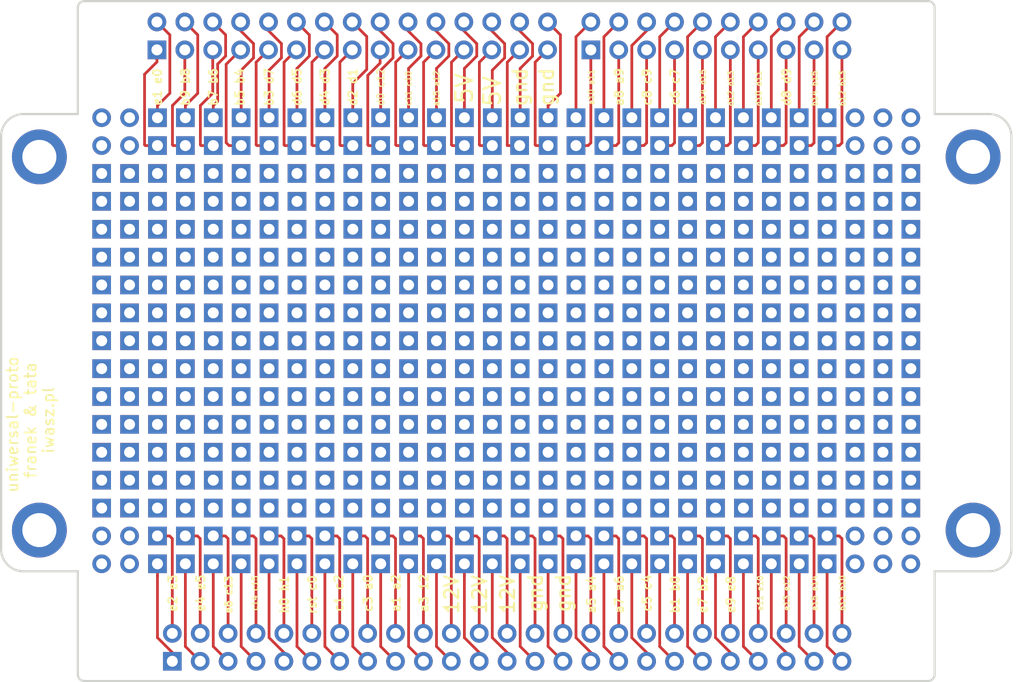
<source format=kicad_pcb>
(kicad_pcb (version 20171130) (host pcbnew no-vcs-found-c6d0075~61~ubuntu17.10.1)
  (layers (0 F.Cu signal) (31 B.Cu signal) (34 B.Paste user) (35 F.Paste user) (36 B.SilkS user) (37 F.SilkS user) (38 B.Mask user) (39 F.Mask user) (44 Edge.Cuts user))
  (net 0 "")
  (net 1 "Net-(J1-Pad101)")
  (net 2 "Net-(J1-Pad102)")
  (net 3 "Net-(J1-Pad103)")
  (net 4 "Net-(J1-Pad104)")
  (net 5 "Net-(J1-Pad70)")
  (net 6 "Net-(J1-Pad69)")
  (net 7 "Net-(J1-Pad68)")
  (net 8 "Net-(J1-Pad67)")
  (net 9 "Net-(J1-Pad66)")
  (net 10 "Net-(J1-Pad65)")
  (net 11 "Net-(J1-Pad64)")
  (net 12 "Net-(J1-Pad63)")
  (net 13 "Net-(J1-Pad62)")
  (net 14 "Net-(J1-Pad61)")
  (net 15 "Net-(J1-Pad60)")
  (net 16 "Net-(J1-Pad59)")
  (net 17 "Net-(J1-Pad58)")
  (net 18 "Net-(J1-Pad57)")
  (net 19 "Net-(J1-Pad56)")
  (net 20 "Net-(J1-Pad55)")
  (net 21 "Net-(J1-Pad54)")
  (net 22 "Net-(J1-Pad53)")
  (net 23 "Net-(J1-Pad52)")
  (net 24 "Net-(J1-Pad51)")
  (net 25 "Net-(J1-Pad100)")
  (net 26 "Net-(J1-Pad99)")
  (net 27 "Net-(J1-Pad98)")
  (net 28 "Net-(J1-Pad97)")
  (net 29 "Net-(J1-Pad96)")
  (net 30 "Net-(J1-Pad95)")
  (net 31 "Net-(J1-Pad94)")
  (net 32 "Net-(J1-Pad93)")
  (net 33 "Net-(J1-Pad92)")
  (net 34 "Net-(J1-Pad91)")
  (net 35 "Net-(J1-Pad90)")
  (net 36 "Net-(J1-Pad89)")
  (net 37 "Net-(J1-Pad88)")
  (net 38 "Net-(J1-Pad87)")
  (net 39 "Net-(J1-Pad86)")
  (net 40 "Net-(J1-Pad85)")
  (net 41 "Net-(J1-Pad84)")
  (net 42 "Net-(J1-Pad83)")
  (net 43 "Net-(J1-Pad82)")
  (net 44 "Net-(J1-Pad81)")
  (net 45 "Net-(J1-Pad80)")
  (net 46 "Net-(J1-Pad79)")
  (net 47 "Net-(J1-Pad78)")
  (net 48 "Net-(J1-Pad77)")
  (net 49 "Net-(J1-Pad76)")
  (net 50 "Net-(J1-Pad75)")
  (net 51 "Net-(J1-Pad74)")
  (net 52 "Net-(J1-Pad73)")
  (net 53 "Net-(J1-Pad72)")
  (net 54 "Net-(J1-Pad71)")
  (net 55 "Net-(J1-Pad50)")
  (net 56 "Net-(J1-Pad49)")
  (net 57 "Net-(J1-Pad48)")
  (net 58 "Net-(J1-Pad47)")
  (net 59 "Net-(J1-Pad46)")
  (net 60 "Net-(J1-Pad45)")
  (net 61 "Net-(J1-Pad44)")
  (net 62 "Net-(J1-Pad43)")
  (net 63 "Net-(J1-Pad42)")
  (net 64 "Net-(J1-Pad41)")
  (net 65 "Net-(J1-Pad40)")
  (net 66 "Net-(J1-Pad39)")
  (net 67 "Net-(J1-Pad38)")
  (net 68 "Net-(J1-Pad37)")
  (net 69 "Net-(J1-Pad36)")
  (net 70 "Net-(J1-Pad35)")
  (net 71 "Net-(J1-Pad34)")
  (net 72 "Net-(J1-Pad33)")
  (net 73 "Net-(J1-Pad32)")
  (net 74 "Net-(J1-Pad31)")
  (net 75 "Net-(J1-Pad30)")
  (net 76 "Net-(J1-Pad29)")
  (net 77 "Net-(J1-Pad28)")
  (net 78 "Net-(J1-Pad27)")
  (net 79 "Net-(J1-Pad26)")
  (net 80 "Net-(J1-Pad25)")
  (net 81 "Net-(J1-Pad24)")
  (net 82 "Net-(J1-Pad23)")
  (net 83 "Net-(J1-Pad22)")
  (net 84 "Net-(J1-Pad21)")
  (net 85 "Net-(J1-Pad20)")
  (net 86 "Net-(J1-Pad19)")
  (net 87 "Net-(J1-Pad18)")
  (net 88 "Net-(J1-Pad17)")
  (net 89 "Net-(J1-Pad16)")
  (net 90 "Net-(J1-Pad15)")
  (net 91 "Net-(J1-Pad14)")
  (net 92 "Net-(J1-Pad13)")
  (net 93 "Net-(J1-Pad12)")
  (net 94 "Net-(J1-Pad11)")
  (net 95 "Net-(J1-Pad10)")
  (net 96 "Net-(J1-Pad9)")
  (net 97 "Net-(J1-Pad8)")
  (net 98 "Net-(J1-Pad7)")
  (net 99 "Net-(J1-Pad6)")
  (net 100 "Net-(J1-Pad5)")
  (net 101 "Net-(J1-Pad4)")
  (net 102 "Net-(J1-Pad3)")
  (net 103 "Net-(J1-Pad2)")
  (net 104 "Net-(J1-Pad1)")
  (net 105 "Net-(J2-Pad1)")
  (module iwasz:proto-pad-big (layer F.Cu) (at 181.864 110.49)
    (fp_text reference J2 hide)
    (fp_text value Conn_01x01 hide)
    (pad 1 thru_hole rect (at 0 0) (size 1.7 1.7) (drill 1) (layers *.Cu *.Mask) (net 105 "Net-(J2-Pad1)"))
  )
  (module iwasz:proto-pad-big (layer F.Cu) (at 176.784 85.09)
    (fp_text reference J101 hide)
    (fp_text value Conn_01x01 hide)
    (pad 1 thru_hole rect (at 0 0) (size 1.7 1.7) (drill 1) (layers *.Cu *.Mask) (net 6 "Net-(J1-Pad69)"))
  )
  (module iwasz:proto-pad-big (layer F.Cu) (at 174.244 85.09)
    (fp_text reference J100 hide)
    (fp_text value Conn_01x01 hide)
    (pad 1 thru_hole rect (at 0 0) (size 1.7 1.7) (drill 1) (layers *.Cu *.Mask) (net 8 "Net-(J1-Pad67)"))
  )
  (module iwasz:proto-pad-big (layer F.Cu) (at 171.704 85.09)
    (fp_text reference J99 hide)
    (fp_text value Conn_01x01 hide)
    (pad 1 thru_hole rect (at 0 0) (size 1.7 1.7) (drill 1) (layers *.Cu *.Mask) (net 10 "Net-(J1-Pad65)"))
  )
  (module iwasz:proto-pad-big (layer F.Cu) (at 169.164 85.09)
    (fp_text reference J98 hide)
    (fp_text value Conn_01x01 hide)
    (pad 1 thru_hole rect (at 0 0) (size 1.7 1.7) (drill 1) (layers *.Cu *.Mask) (net 12 "Net-(J1-Pad63)"))
  )
  (module iwasz:proto-pad-big (layer F.Cu) (at 166.624 85.09)
    (fp_text reference J97 hide)
    (fp_text value Conn_01x01 hide)
    (pad 1 thru_hole rect (at 0 0) (size 1.7 1.7) (drill 1) (layers *.Cu *.Mask) (net 14 "Net-(J1-Pad61)"))
  )
  (module iwasz:proto-pad-big (layer F.Cu) (at 164.084 85.09)
    (fp_text reference J96 hide)
    (fp_text value Conn_01x01 hide)
    (pad 1 thru_hole rect (at 0 0) (size 1.7 1.7) (drill 1) (layers *.Cu *.Mask) (net 16 "Net-(J1-Pad59)"))
  )
  (module iwasz:proto-pad-big (layer F.Cu) (at 161.544 85.09)
    (fp_text reference J95 hide)
    (fp_text value Conn_01x01 hide)
    (pad 1 thru_hole rect (at 0 0) (size 1.7 1.7) (drill 1) (layers *.Cu *.Mask) (net 18 "Net-(J1-Pad57)"))
  )
  (module iwasz:proto-pad-big (layer F.Cu) (at 159.004 85.09)
    (fp_text reference J94 hide)
    (fp_text value Conn_01x01 hide)
    (pad 1 thru_hole rect (at 0 0) (size 1.7 1.7) (drill 1) (layers *.Cu *.Mask) (net 20 "Net-(J1-Pad55)"))
  )
  (module iwasz:proto-pad-big (layer F.Cu) (at 156.464 85.09)
    (fp_text reference J93 hide)
    (fp_text value Conn_01x01 hide)
    (pad 1 thru_hole rect (at 0 0) (size 1.7 1.7) (drill 1) (layers *.Cu *.Mask) (net 22 "Net-(J1-Pad53)"))
  )
  (module iwasz:proto-pad-big (layer F.Cu) (at 153.924 85.09)
    (fp_text reference J92 hide)
    (fp_text value Conn_01x01 hide)
    (pad 1 thru_hole rect (at 0 0) (size 1.7 1.7) (drill 1) (layers *.Cu *.Mask) (net 24 "Net-(J1-Pad51)"))
  )
  (module iwasz:proto-pad-big (layer F.Cu) (at 151.384 85.09)
    (fp_text reference J91 hide)
    (fp_text value Conn_01x01 hide)
    (pad 1 thru_hole rect (at 0 0) (size 1.7 1.7) (drill 1) (layers *.Cu *.Mask) (net 26 "Net-(J1-Pad99)"))
  )
  (module iwasz:proto-pad-big (layer F.Cu) (at 148.792619 85.09)
    (fp_text reference J90 hide)
    (fp_text value Conn_01x01 hide)
    (pad 1 thru_hole rect (at 0 0) (size 1.7 1.7) (drill 1) (layers *.Cu *.Mask) (net 28 "Net-(J1-Pad97)"))
  )
  (module iwasz:proto-pad-big (layer F.Cu) (at 146.304 85.09)
    (fp_text reference J89 hide)
    (fp_text value Conn_01x01 hide)
    (pad 1 thru_hole rect (at 0 0) (size 1.7 1.7) (drill 1) (layers *.Cu *.Mask) (net 30 "Net-(J1-Pad95)"))
  )
  (module iwasz:proto-pad-big (layer F.Cu) (at 143.764 85.09)
    (fp_text reference J88 hide)
    (fp_text value Conn_01x01 hide)
    (pad 1 thru_hole rect (at 0 0) (size 1.7 1.7) (drill 1) (layers *.Cu *.Mask) (net 32 "Net-(J1-Pad93)"))
  )
  (module iwasz:proto-pad-big (layer F.Cu) (at 141.224 85.09)
    (fp_text reference J87 hide)
    (fp_text value Conn_01x01 hide)
    (pad 1 thru_hole rect (at 0 0) (size 1.7 1.7) (drill 1) (layers *.Cu *.Mask) (net 34 "Net-(J1-Pad91)"))
  )
  (module iwasz:proto-pad-big (layer F.Cu) (at 138.684 85.09)
    (fp_text reference J86 hide)
    (fp_text value Conn_01x01 hide)
    (pad 1 thru_hole rect (at 0 0) (size 1.7 1.7) (drill 1) (layers *.Cu *.Mask) (net 36 "Net-(J1-Pad89)"))
  )
  (module iwasz:proto-pad-big (layer F.Cu) (at 136.144 85.09)
    (fp_text reference J85 hide)
    (fp_text value Conn_01x01 hide)
    (pad 1 thru_hole rect (at 0 0) (size 1.7 1.7) (drill 1) (layers *.Cu *.Mask) (net 38 "Net-(J1-Pad87)"))
  )
  (module iwasz:proto-pad-big (layer F.Cu) (at 133.604 85.09)
    (fp_text reference J84 hide)
    (fp_text value Conn_01x01 hide)
    (pad 1 thru_hole rect (at 0 0) (size 1.7 1.7) (drill 1) (layers *.Cu *.Mask) (net 40 "Net-(J1-Pad85)"))
  )
  (module iwasz:proto-pad-big (layer F.Cu) (at 131.064 85.09)
    (fp_text reference J83 hide)
    (fp_text value Conn_01x01 hide)
    (pad 1 thru_hole rect (at 0 0) (size 1.7 1.7) (drill 1) (layers *.Cu *.Mask) (net 42 "Net-(J1-Pad83)"))
  )
  (module iwasz:proto-pad-big (layer F.Cu) (at 128.524 85.09)
    (fp_text reference J82 hide)
    (fp_text value Conn_01x01 hide)
    (pad 1 thru_hole rect (at 0 0) (size 1.7 1.7) (drill 1) (layers *.Cu *.Mask) (net 44 "Net-(J1-Pad81)"))
  )
  (module iwasz:proto-pad-big (layer F.Cu) (at 120.904 85.09)
    (fp_text reference J79 hide)
    (fp_text value Conn_01x01 hide)
    (pad 1 thru_hole rect (at 0 0) (size 1.7 1.7) (drill 1) (layers *.Cu *.Mask) (net 50 "Net-(J1-Pad75)"))
  )
  (module iwasz:proto-pad-big (layer F.Cu) (at 118.364 85.09)
    (fp_text reference J78 hide)
    (fp_text value Conn_01x01 hide)
    (pad 1 thru_hole rect (at 0 0) (size 1.7 1.7) (drill 1) (layers *.Cu *.Mask) (net 52 "Net-(J1-Pad73)"))
  )
  (module iwasz:proto-pad-big (layer F.Cu) (at 115.824 85.09)
    (fp_text reference J77 hide)
    (fp_text value Conn_01x01 hide)
    (pad 1 thru_hole rect (at 0 0) (size 1.7 1.7) (drill 1) (layers *.Cu *.Mask) (net 54 "Net-(J1-Pad71)"))
  )
  (module iwasz:proto-pad-big (layer F.Cu) (at 125.984 85.09)
    (fp_text reference J81 hide)
    (fp_text value Conn_01x01 hide)
    (pad 1 thru_hole rect (at 0 0) (size 1.7 1.7) (drill 1) (layers *.Cu *.Mask) (net 46 "Net-(J1-Pad79)"))
  )
  (module iwasz:proto-pad-big (layer F.Cu) (at 123.444 85.09)
    (fp_text reference J80 hide)
    (fp_text value Conn_01x01 hide)
    (pad 1 thru_hole rect (at 0 0) (size 1.7 1.7) (drill 1) (layers *.Cu *.Mask) (net 48 "Net-(J1-Pad77)"))
  )
  (module iwasz:proto-pad-big (layer F.Cu) (at 128.524 82.55)
    (fp_text reference J67 hide)
    (fp_text value Conn_01x01 hide)
    (pad 1 thru_hole rect (at 0 0) (size 1.7 1.7) (drill 1) (layers *.Cu *.Mask) (net 43 "Net-(J1-Pad82)"))
  )
  (module iwasz:proto-pad-big (layer F.Cu) (at 151.384 82.55)
    (fp_text reference J76 hide)
    (fp_text value Conn_01x01 hide)
    (pad 1 thru_hole rect (at 0 0) (size 1.7 1.7) (drill 1) (layers *.Cu *.Mask) (net 25 "Net-(J1-Pad100)"))
  )
  (module iwasz:proto-pad-big (layer F.Cu) (at 148.844 82.55)
    (fp_text reference J75 hide)
    (fp_text value Conn_01x01 hide)
    (pad 1 thru_hole rect (at 0 0) (size 1.7 1.7) (drill 1) (layers *.Cu *.Mask) (net 27 "Net-(J1-Pad98)"))
  )
  (module iwasz:proto-pad-big (layer F.Cu) (at 146.304 82.55)
    (fp_text reference J74 hide)
    (fp_text value Conn_01x01 hide)
    (pad 1 thru_hole rect (at 0 0) (size 1.7 1.7) (drill 1) (layers *.Cu *.Mask) (net 29 "Net-(J1-Pad96)"))
  )
  (module iwasz:proto-pad-big (layer F.Cu) (at 143.764 82.55)
    (fp_text reference J73 hide)
    (fp_text value Conn_01x01 hide)
    (pad 1 thru_hole rect (at 0 0) (size 1.7 1.7) (drill 1) (layers *.Cu *.Mask) (net 31 "Net-(J1-Pad94)"))
  )
  (module iwasz:proto-pad-big (layer F.Cu) (at 141.224 82.55)
    (fp_text reference J72 hide)
    (fp_text value Conn_01x01 hide)
    (pad 1 thru_hole rect (at 0 0) (size 1.7 1.7) (drill 1) (layers *.Cu *.Mask) (net 33 "Net-(J1-Pad92)"))
  )
  (module iwasz:proto-pad-big (layer F.Cu) (at 138.684 82.55)
    (fp_text reference J71 hide)
    (fp_text value Conn_01x01 hide)
    (pad 1 thru_hole rect (at 0 0) (size 1.7 1.7) (drill 1) (layers *.Cu *.Mask) (net 35 "Net-(J1-Pad90)"))
  )
  (module iwasz:proto-pad-big (layer F.Cu) (at 136.144 82.55)
    (fp_text reference J70 hide)
    (fp_text value Conn_01x01 hide)
    (pad 1 thru_hole rect (at 0 0) (size 1.7 1.7) (drill 1) (layers *.Cu *.Mask) (net 37 "Net-(J1-Pad88)"))
  )
  (module iwasz:proto-pad-big (layer F.Cu) (at 171.704 82.55)
    (fp_text reference J60 hide)
    (fp_text value Conn_01x01 hide)
    (pad 1 thru_hole rect (at 0 0) (size 1.7 1.7) (drill 1) (layers *.Cu *.Mask) (net 9 "Net-(J1-Pad66)"))
  )
  (module iwasz:proto-pad-big (layer F.Cu) (at 131.064 82.55)
    (fp_text reference J68 hide)
    (fp_text value Conn_01x01 hide)
    (pad 1 thru_hole rect (at 0 0) (size 1.7 1.7) (drill 1) (layers *.Cu *.Mask) (net 41 "Net-(J1-Pad84)"))
  )
  (module iwasz:proto-pad-big (layer F.Cu) (at 143.764 123.19)
    (fp_text reference J39 hide)
    (fp_text value Conn_01x01 hide)
    (pad 1 thru_hole rect (at 0 0) (size 1.7 1.7) (drill 1) (layers *.Cu *.Mask) (net 82 "Net-(J1-Pad23)"))
  )
  (module iwasz:proto-pad-big (layer F.Cu) (at 125.984 82.55)
    (fp_text reference J66 hide)
    (fp_text value Conn_01x01 hide)
    (pad 1 thru_hole rect (at 0 0) (size 1.7 1.7) (drill 1) (layers *.Cu *.Mask) (net 45 "Net-(J1-Pad80)"))
  )
  (module iwasz:proto-pad-big (layer F.Cu) (at 123.444 82.55)
    (fp_text reference J65 hide)
    (fp_text value Conn_01x01 hide)
    (pad 1 thru_hole rect (at 0 0) (size 1.7 1.7) (drill 1) (layers *.Cu *.Mask) (net 47 "Net-(J1-Pad78)"))
  )
  (module iwasz:proto-pad-big (layer F.Cu) (at 120.904 82.55)
    (fp_text reference J64 hide)
    (fp_text value Conn_01x01 hide)
    (pad 1 thru_hole rect (at 0 0) (size 1.7 1.7) (drill 1) (layers *.Cu *.Mask) (net 49 "Net-(J1-Pad76)"))
  )
  (module iwasz:proto-pad-big (layer F.Cu) (at 118.364 82.55)
    (fp_text reference J63 hide)
    (fp_text value Conn_01x01 hide)
    (pad 1 thru_hole rect (at 0 0) (size 1.7 1.7) (drill 1) (layers *.Cu *.Mask) (net 51 "Net-(J1-Pad74)"))
  )
  (module iwasz:proto-pad-big (layer F.Cu) (at 176.784 82.55)
    (fp_text reference J62 hide)
    (fp_text value Conn_01x01 hide)
    (pad 1 thru_hole rect (at 0 0) (size 1.7 1.7) (drill 1) (layers *.Cu *.Mask) (net 5 "Net-(J1-Pad70)"))
  )
  (module iwasz:proto-pad-big (layer F.Cu) (at 174.244 82.55)
    (fp_text reference J61 hide)
    (fp_text value Conn_01x01 hide)
    (pad 1 thru_hole rect (at 0 0) (size 1.7 1.7) (drill 1) (layers *.Cu *.Mask) (net 7 "Net-(J1-Pad68)"))
  )
  (module iwasz:proto-pad-big (layer F.Cu) (at 133.604 82.55)
    (fp_text reference J69 hide)
    (fp_text value Conn_01x01 hide)
    (pad 1 thru_hole rect (at 0 0) (size 1.7 1.7) (drill 1) (layers *.Cu *.Mask) (net 39 "Net-(J1-Pad86)"))
  )
  (module iwasz:proto-pad-big (layer F.Cu) (at 164.084 82.55)
    (fp_text reference J57 hide)
    (fp_text value Conn_01x01 hide)
    (pad 1 thru_hole rect (at 0 0) (size 1.7 1.7) (drill 1) (layers *.Cu *.Mask) (net 15 "Net-(J1-Pad60)"))
  )
  (module iwasz:proto-pad-big (layer F.Cu) (at 166.624 82.55)
    (fp_text reference J58 hide)
    (fp_text value Conn_01x01 hide)
    (pad 1 thru_hole rect (at 0 0) (size 1.7 1.7) (drill 1) (layers *.Cu *.Mask) (net 13 "Net-(J1-Pad62)"))
  )
  (module iwasz:proto-pad-big (layer F.Cu) (at 161.544 82.55)
    (fp_text reference J56 hide)
    (fp_text value Conn_01x01 hide)
    (pad 1 thru_hole rect (at 0 0) (size 1.7 1.7) (drill 1) (layers *.Cu *.Mask) (net 17 "Net-(J1-Pad58)"))
  )
  (module iwasz:proto-pad-big (layer F.Cu) (at 159.004 82.55)
    (fp_text reference J55 hide)
    (fp_text value Conn_01x01 hide)
    (pad 1 thru_hole rect (at 0 0) (size 1.7 1.7) (drill 1) (layers *.Cu *.Mask) (net 19 "Net-(J1-Pad56)"))
  )
  (module iwasz:proto-pad-big (layer F.Cu) (at 156.464 82.55)
    (fp_text reference J54 hide)
    (fp_text value Conn_01x01 hide)
    (pad 1 thru_hole rect (at 0 0) (size 1.7 1.7) (drill 1) (layers *.Cu *.Mask) (net 21 "Net-(J1-Pad54)"))
  )
  (module iwasz:proto-pad-big (layer F.Cu) (at 153.924 82.55)
    (fp_text reference J53 hide)
    (fp_text value Conn_01x01 hide)
    (pad 1 thru_hole rect (at 0 0) (size 1.7 1.7) (drill 1) (layers *.Cu *.Mask) (net 23 "Net-(J1-Pad52)"))
  )
  (module iwasz:proto-pad-big (layer F.Cu) (at 176.784 123.19)
    (fp_text reference J52 hide)
    (fp_text value Conn_01x01 hide)
    (pad 1 thru_hole rect (at 0 0) (size 1.7 1.7) (drill 1) (layers *.Cu *.Mask) (net 56 "Net-(J1-Pad49)"))
  )
  (module iwasz:proto-pad-big (layer F.Cu) (at 174.244 123.19)
    (fp_text reference J51 hide)
    (fp_text value Conn_01x01 hide)
    (pad 1 thru_hole rect (at 0 0) (size 1.7 1.7) (drill 1) (layers *.Cu *.Mask) (net 58 "Net-(J1-Pad47)"))
  )
  (module iwasz:proto-pad-big (layer F.Cu) (at 146.304 123.19)
    (fp_text reference J40 hide)
    (fp_text value Conn_01x01 hide)
    (pad 1 thru_hole rect (at 0 0) (size 1.7 1.7) (drill 1) (layers *.Cu *.Mask) (net 80 "Net-(J1-Pad25)"))
  )
  (module iwasz:proto-pad-big (layer F.Cu) (at 169.164 123.19)
    (fp_text reference J49 hide)
    (fp_text value Conn_01x01 hide)
    (pad 1 thru_hole rect (at 0 0) (size 1.7 1.7) (drill 1) (layers *.Cu *.Mask) (net 62 "Net-(J1-Pad43)"))
  )
  (module iwasz:proto-pad-big (layer F.Cu) (at 166.624 123.19)
    (fp_text reference J48 hide)
    (fp_text value Conn_01x01 hide)
    (pad 1 thru_hole rect (at 0 0) (size 1.7 1.7) (drill 1) (layers *.Cu *.Mask) (net 64 "Net-(J1-Pad41)"))
  )
  (module iwasz:proto-pad-big (layer F.Cu) (at 164.084 123.19)
    (fp_text reference J47 hide)
    (fp_text value Conn_01x01 hide)
    (pad 1 thru_hole rect (at 0 0) (size 1.7 1.7) (drill 1) (layers *.Cu *.Mask) (net 66 "Net-(J1-Pad39)"))
  )
  (module iwasz:proto-pad-big (layer F.Cu) (at 161.544 123.19)
    (fp_text reference J46 hide)
    (fp_text value Conn_01x01 hide)
    (pad 1 thru_hole rect (at 0 0) (size 1.7 1.7) (drill 1) (layers *.Cu *.Mask) (net 68 "Net-(J1-Pad37)"))
  )
  (module iwasz:proto-pad-big (layer F.Cu) (at 159.004 123.19)
    (fp_text reference J45 hide)
    (fp_text value Conn_01x01 hide)
    (pad 1 thru_hole rect (at 0 0) (size 1.7 1.7) (drill 1) (layers *.Cu *.Mask) (net 70 "Net-(J1-Pad35)"))
  )
  (module iwasz:proto-pad-big (layer F.Cu) (at 156.464 123.19)
    (fp_text reference J44 hide)
    (fp_text value Conn_01x01 hide)
    (pad 1 thru_hole rect (at 0 0) (size 1.7 1.7) (drill 1) (layers *.Cu *.Mask) (net 72 "Net-(J1-Pad33)"))
  )
  (module iwasz:proto-pad-big (layer F.Cu) (at 153.924 123.19)
    (fp_text reference J43 hide)
    (fp_text value Conn_01x01 hide)
    (pad 1 thru_hole rect (at 0 0) (size 1.7 1.7) (drill 1) (layers *.Cu *.Mask) (net 74 "Net-(J1-Pad31)"))
  )
  (module iwasz:proto-pad-big (layer F.Cu) (at 151.384 123.19)
    (fp_text reference J42 hide)
    (fp_text value Conn_01x01 hide)
    (pad 1 thru_hole rect (at 0 0) (size 1.7 1.7) (drill 1) (layers *.Cu *.Mask) (net 76 "Net-(J1-Pad29)"))
  )
  (module iwasz:proto-pad-big (layer F.Cu) (at 148.844 123.19)
    (fp_text reference J41 hide)
    (fp_text value Conn_01x01 hide)
    (pad 1 thru_hole rect (at 0 0) (size 1.7 1.7) (drill 1) (layers *.Cu *.Mask) (net 78 "Net-(J1-Pad27)"))
  )
  (module iwasz:proto-pad-big (layer F.Cu) (at 171.704 123.19)
    (fp_text reference J50 hide)
    (fp_text value Conn_01x01 hide)
    (pad 1 thru_hole rect (at 0 0) (size 1.7 1.7) (drill 1) (layers *.Cu *.Mask) (net 60 "Net-(J1-Pad45)"))
  )
  (module iwasz:proto-pad-big (layer F.Cu) (at 118.364 123.19)
    (fp_text reference J29 hide)
    (fp_text value Conn_01x01 hide)
    (pad 1 thru_hole rect (at 0 0) (size 1.7 1.7) (drill 1) (layers *.Cu *.Mask) (net 102 "Net-(J1-Pad3)"))
  )
  (module iwasz:proto-pad-big (layer F.Cu) (at 138.684 123.19)
    (fp_text reference J37 hide)
    (fp_text value Conn_01x01 hide)
    (pad 1 thru_hole rect (at 0 0) (size 1.7 1.7) (drill 1) (layers *.Cu *.Mask) (net 86 "Net-(J1-Pad19)"))
  )
  (module iwasz:proto-pad-big (layer F.Cu) (at 136.144 123.19)
    (fp_text reference J36 hide)
    (fp_text value Conn_01x01 hide)
    (pad 1 thru_hole rect (at 0 0) (size 1.7 1.7) (drill 1) (layers *.Cu *.Mask) (net 88 "Net-(J1-Pad17)"))
  )
  (module iwasz:proto-pad-big (layer F.Cu) (at 133.604 123.19)
    (fp_text reference J35 hide)
    (fp_text value Conn_01x01 hide)
    (pad 1 thru_hole rect (at 0 0) (size 1.7 1.7) (drill 1) (layers *.Cu *.Mask) (net 90 "Net-(J1-Pad15)"))
  )
  (module iwasz:proto-pad-big (layer F.Cu) (at 131.064 123.19)
    (fp_text reference J34 hide)
    (fp_text value Conn_01x01 hide)
    (pad 1 thru_hole rect (at 0 0) (size 1.7 1.7) (drill 1) (layers *.Cu *.Mask) (net 92 "Net-(J1-Pad13)"))
  )
  (module iwasz:proto-pad-big (layer F.Cu) (at 128.524 123.19)
    (fp_text reference J33 hide)
    (fp_text value Conn_01x01 hide)
    (pad 1 thru_hole rect (at 0 0) (size 1.7 1.7) (drill 1) (layers *.Cu *.Mask) (net 94 "Net-(J1-Pad11)"))
  )
  (module iwasz:proto-pad-big (layer F.Cu) (at 125.984 123.19)
    (fp_text reference J32 hide)
    (fp_text value Conn_01x01 hide)
    (pad 1 thru_hole rect (at 0 0) (size 1.7 1.7) (drill 1) (layers *.Cu *.Mask) (net 96 "Net-(J1-Pad9)"))
  )
  (module iwasz:proto-pad-big (layer F.Cu) (at 123.444 123.19)
    (fp_text reference J31 hide)
    (fp_text value Conn_01x01 hide)
    (pad 1 thru_hole rect (at 0 0) (size 1.7 1.7) (drill 1) (layers *.Cu *.Mask) (net 98 "Net-(J1-Pad7)"))
  )
  (module iwasz:proto-pad-big (layer F.Cu) (at 169.164 82.55)
    (fp_text reference J59 hide)
    (fp_text value Conn_01x01 hide)
    (pad 1 thru_hole rect (at 0 0) (size 1.7 1.7) (drill 1) (layers *.Cu *.Mask) (net 11 "Net-(J1-Pad64)"))
  )
  (module iwasz:proto-pad-big (layer F.Cu) (at 141.224 123.19)
    (fp_text reference J38 hide)
    (fp_text value Conn_01x01 hide)
    (pad 1 thru_hole rect (at 0 0) (size 1.7 1.7) (drill 1) (layers *.Cu *.Mask) (net 84 "Net-(J1-Pad21)"))
  )
  (module iwasz:proto-pad-big (layer F.Cu) (at 115.824 123.19)
    (fp_text reference J28 hide)
    (fp_text value Conn_01x01 hide)
    (pad 1 thru_hole rect (at 0 0) (size 1.7 1.7) (drill 1) (layers *.Cu *.Mask) (net 104 "Net-(J1-Pad1)"))
  )
  (module iwasz:proto-pad-big (layer F.Cu) (at 176.784 120.65)
    (fp_text reference J27 hide)
    (fp_text value Conn_01x01 hide)
    (pad 1 thru_hole rect (at 0 0) (size 1.7 1.7) (drill 1) (layers *.Cu *.Mask) (net 55 "Net-(J1-Pad50)"))
  )
  (module iwasz:proto-pad-big (layer F.Cu) (at 174.244 120.65)
    (fp_text reference J26 hide)
    (fp_text value Conn_01x01 hide)
    (pad 1 thru_hole rect (at 0 0) (size 1.7 1.7) (drill 1) (layers *.Cu *.Mask) (net 57 "Net-(J1-Pad48)"))
  )
  (module iwasz:proto-pad-big (layer F.Cu) (at 171.704 120.65)
    (fp_text reference J25 hide)
    (fp_text value Conn_01x01 hide)
    (pad 1 thru_hole rect (at 0 0) (size 1.7 1.7) (drill 1) (layers *.Cu *.Mask) (net 59 "Net-(J1-Pad46)"))
  )
  (module iwasz:proto-pad-big (layer F.Cu) (at 169.164 120.65)
    (fp_text reference J24 hide)
    (fp_text value Conn_01x01 hide)
    (pad 1 thru_hole rect (at 0 0) (size 1.7 1.7) (drill 1) (layers *.Cu *.Mask) (net 61 "Net-(J1-Pad44)"))
  )
  (module iwasz:proto-pad-big (layer F.Cu) (at 166.624 120.65)
    (fp_text reference J23 hide)
    (fp_text value Conn_01x01 hide)
    (pad 1 thru_hole rect (at 0 0) (size 1.7 1.7) (drill 1) (layers *.Cu *.Mask) (net 63 "Net-(J1-Pad42)"))
  )
  (module iwasz:proto-pad-big (layer F.Cu) (at 164.084 120.65)
    (fp_text reference J22 hide)
    (fp_text value Conn_01x01 hide)
    (pad 1 thru_hole rect (at 0 0) (size 1.7 1.7) (drill 1) (layers *.Cu *.Mask) (net 65 "Net-(J1-Pad40)"))
  )
  (module iwasz:proto-pad-big (layer F.Cu) (at 161.544 120.65)
    (fp_text reference J21 hide)
    (fp_text value Conn_01x01 hide)
    (pad 1 thru_hole rect (at 0 0) (size 1.7 1.7) (drill 1) (layers *.Cu *.Mask) (net 67 "Net-(J1-Pad38)"))
  )
  (module iwasz:proto-pad-big (layer F.Cu) (at 120.904 123.19)
    (fp_text reference J30 hide)
    (fp_text value Conn_01x01 hide)
    (pad 1 thru_hole rect (at 0 0) (size 1.7 1.7) (drill 1) (layers *.Cu *.Mask) (net 100 "Net-(J1-Pad5)"))
  )
  (module iwasz:proto-pad-big (layer F.Cu) (at 133.604 120.65)
    (fp_text reference J10 hide)
    (fp_text value Conn_01x01 hide)
    (pad 1 thru_hole rect (at 0 0) (size 1.7 1.7) (drill 1) (layers *.Cu *.Mask) (net 89 "Net-(J1-Pad16)"))
  )
  (module iwasz:proto-pad-big (layer F.Cu) (at 156.464 120.65)
    (fp_text reference J19 hide)
    (fp_text value Conn_01x01 hide)
    (pad 1 thru_hole rect (at 0 0) (size 1.7 1.7) (drill 1) (layers *.Cu *.Mask) (net 71 "Net-(J1-Pad34)"))
  )
  (module iwasz:proto-pad-big (layer F.Cu) (at 153.924 120.65)
    (fp_text reference J18 hide)
    (fp_text value Conn_01x01 hide)
    (pad 1 thru_hole rect (at 0 0) (size 1.7 1.7) (drill 1) (layers *.Cu *.Mask) (net 73 "Net-(J1-Pad32)"))
  )
  (module iwasz:proto-pad-big (layer F.Cu) (at 151.384 120.65)
    (fp_text reference J17 hide)
    (fp_text value Conn_01x01 hide)
    (pad 1 thru_hole rect (at 0 0) (size 1.7 1.7) (drill 1) (layers *.Cu *.Mask) (net 75 "Net-(J1-Pad30)"))
  )
  (module iwasz:proto-pad-big (layer F.Cu) (at 148.844 120.65)
    (fp_text reference J16 hide)
    (fp_text value Conn_01x01 hide)
    (pad 1 thru_hole rect (at 0 0) (size 1.7 1.7) (drill 1) (layers *.Cu *.Mask) (net 77 "Net-(J1-Pad28)"))
  )
  (module iwasz:proto-pad-big (layer F.Cu) (at 146.304 120.65)
    (fp_text reference J15 hide)
    (fp_text value Conn_01x01 hide)
    (pad 1 thru_hole rect (at 0 0) (size 1.7 1.7) (drill 1) (layers *.Cu *.Mask) (net 79 "Net-(J1-Pad26)"))
  )
  (module iwasz:proto-pad-big (layer F.Cu) (at 143.764 120.65)
    (fp_text reference J14 hide)
    (fp_text value Conn_01x01 hide)
    (pad 1 thru_hole rect (at 0 0) (size 1.7 1.7) (drill 1) (layers *.Cu *.Mask) (net 81 "Net-(J1-Pad24)"))
  )
  (module iwasz:proto-pad-big (layer F.Cu) (at 141.224 120.65)
    (fp_text reference J13 hide)
    (fp_text value Conn_01x01 hide)
    (pad 1 thru_hole rect (at 0 0) (size 1.7 1.7) (drill 1) (layers *.Cu *.Mask) (net 83 "Net-(J1-Pad22)"))
  )
  (module iwasz:proto-pad-big (layer F.Cu) (at 138.684 120.65)
    (fp_text reference J12 hide)
    (fp_text value Conn_01x01 hide)
    (pad 1 thru_hole rect (at 0 0) (size 1.7 1.7) (drill 1) (layers *.Cu *.Mask) (net 85 "Net-(J1-Pad20)"))
  )
  (module iwasz:proto-pad-big (layer F.Cu) (at 136.144 120.65)
    (fp_text reference J11 hide)
    (fp_text value Conn_01x01 hide)
    (pad 1 thru_hole rect (at 0 0) (size 1.7 1.7) (drill 1) (layers *.Cu *.Mask) (net 87 "Net-(J1-Pad18)"))
  )
  (module iwasz:proto-pad-big (layer F.Cu) (at 159.004 120.65)
    (fp_text reference J20 hide)
    (fp_text value Conn_01x01 hide)
    (pad 1 thru_hole rect (at 0 0) (size 1.7 1.7) (drill 1) (layers *.Cu *.Mask) (net 69 "Net-(J1-Pad36)"))
  )
  (module iwasz:proto-pad-big (layer F.Cu) (at 131.064 120.65)
    (fp_text reference J9 hide)
    (fp_text value Conn_01x01 hide)
    (pad 1 thru_hole rect (at 0 0) (size 1.7 1.7) (drill 1) (layers *.Cu *.Mask) (net 91 "Net-(J1-Pad14)"))
  )
  (module iwasz:proto-pad-big (layer F.Cu) (at 128.524 120.65)
    (fp_text reference J8 hide)
    (fp_text value Conn_01x01 hide)
    (pad 1 thru_hole rect (at 0 0) (size 1.7 1.7) (drill 1) (layers *.Cu *.Mask) (net 93 "Net-(J1-Pad12)"))
  )
  (module iwasz:proto-pad-big (layer F.Cu) (at 125.984 120.65)
    (fp_text reference J7 hide)
    (fp_text value Conn_01x01 hide)
    (pad 1 thru_hole rect (at 0 0) (size 1.7 1.7) (drill 1) (layers *.Cu *.Mask) (net 95 "Net-(J1-Pad10)"))
  )
  (module iwasz:proto-pad-big (layer F.Cu) (at 123.444 120.65)
    (fp_text reference J6 hide)
    (fp_text value Conn_01x01 hide)
    (pad 1 thru_hole rect (at 0 0) (size 1.7 1.7) (drill 1) (layers *.Cu *.Mask) (net 97 "Net-(J1-Pad8)"))
  )
  (module iwasz:proto-pad-big (layer F.Cu) (at 120.904 120.65)
    (fp_text reference J5 hide)
    (fp_text value Conn_01x01 hide)
    (pad 1 thru_hole rect (at 0 0) (size 1.7 1.7) (drill 1) (layers *.Cu *.Mask) (net 99 "Net-(J1-Pad6)"))
  )
  (module iwasz:proto-pad-big (layer F.Cu) (at 118.364 120.65)
    (fp_text reference J4 hide)
    (fp_text value Conn_01x01 hide)
    (pad 1 thru_hole rect (at 0 0) (size 1.7 1.7) (drill 1) (layers *.Cu *.Mask) (net 101 "Net-(J1-Pad4)"))
  )
  (module iwasz:proto-pad-big (layer F.Cu) (at 115.824 120.65)
    (fp_text reference J3 hide)
    (fp_text value Conn_01x01 hide)
    (pad 1 thru_hole rect (at 0 0) (size 1.7 1.7) (drill 1) (layers *.Cu *.Mask) (net 103 "Net-(J1-Pad2)"))
  )
  (module iwasz:uniwersal-board (layer F.Cu) (at 147.574 102.87)
    (fp_text reference J1 (at 47.15 5.8 90) (layer F.SilkS) (effects (font (size 0 0))))
    (fp_text value uniwersal-board2)
    (fp_line (start -39 30.4) (end -39 21) (layer Edge.Cuts) (width 0.2))
    (fp_line (start 38.4 31) (end -38.4 31) (layer Edge.Cuts) (width 0.2))
    (fp_arc (start -43.953 -18.624) (end -43.953 -20.656) (angle -90) (layer Edge.Cuts) (width 0.2))
    (fp_arc (start 43.953 -18.624) (end 45.985 -18.624) (angle -90) (layer Edge.Cuts) (width 0.2))
    (fp_line (start -39 -20.656) (end -43.953 -20.656) (layer Edge.Cuts) (width 0.2))
    (fp_arc (start 43.953 18.968) (end 43.953 21) (angle -90) (layer Edge.Cuts) (width 0.2))
    (fp_arc (start -38.4 30.4) (end -39 30.4) (angle -90) (layer Edge.Cuts) (width 0.2))
    (fp_line (start -39 21) (end -43.953 21) (layer Edge.Cuts) (width 0.2))
    (fp_arc (start -43.953 18.968) (end -45.985 18.968) (angle -90) (layer Edge.Cuts) (width 0.2))
    (fp_line (start 39 21) (end 39 30.4) (layer Edge.Cuts) (width 0.2))
    (fp_line (start 39 -20.656) (end 43.953 -20.656) (layer Edge.Cuts) (width 0.2))
    (fp_line (start 45.985 -18.624) (end 45.985 18.968) (layer Edge.Cuts) (width 0.2))
    (fp_line (start -39 -20.656) (end -39 -30.343) (layer Edge.Cuts) (width 0.2))
    (fp_line (start -38.4 -30.943) (end 38.4 -30.943) (layer Edge.Cuts) (width 0.2))
    (fp_line (start 39 -30.343) (end 39 -20.656) (layer Edge.Cuts) (width 0.2))
    (fp_line (start -45.985 18.968) (end -45.985 -18.624) (layer Edge.Cuts) (width 0.2))
    (fp_line (start 39 21) (end 43.953 21) (layer Edge.Cuts) (width 0.2))
    (fp_arc (start -38.4 -30.343) (end -38.4 -30.943) (angle -90) (layer Edge.Cuts) (width 0.2))
    (fp_arc (start 38.4 -30.343) (end 39 -30.343) (angle -90) (layer Edge.Cuts) (width 0.2))
    (fp_arc (start 38.4 30.4) (end 38.4 31) (angle -90) (layer Edge.Cuts) (width 0.2))
    (pad 1 thru_hole rect (at -30.4 29.2 90) (size 1.7 1.7) (drill 1) (layers *.Cu *.Mask) (net 104 "Net-(J1-Pad1)"))
    (pad 2 thru_hole oval (at -30.4 26.66 90) (size 1.7 1.7) (drill 1) (layers *.Cu *.Mask) (net 103 "Net-(J1-Pad2)"))
    (pad 3 thru_hole oval (at -27.86 29.2 90) (size 1.7 1.7) (drill 1) (layers *.Cu *.Mask) (net 102 "Net-(J1-Pad3)"))
    (pad 4 thru_hole oval (at -27.86 26.66 90) (size 1.7 1.7) (drill 1) (layers *.Cu *.Mask) (net 101 "Net-(J1-Pad4)"))
    (pad 5 thru_hole oval (at -25.32 29.2 90) (size 1.7 1.7) (drill 1) (layers *.Cu *.Mask) (net 100 "Net-(J1-Pad5)"))
    (pad 6 thru_hole oval (at -25.32 26.66 90) (size 1.7 1.7) (drill 1) (layers *.Cu *.Mask) (net 99 "Net-(J1-Pad6)"))
    (pad 7 thru_hole oval (at -22.78 29.2 90) (size 1.7 1.7) (drill 1) (layers *.Cu *.Mask) (net 98 "Net-(J1-Pad7)"))
    (pad 8 thru_hole oval (at -22.78 26.66 90) (size 1.7 1.7) (drill 1) (layers *.Cu *.Mask) (net 97 "Net-(J1-Pad8)"))
    (pad 9 thru_hole oval (at -20.24 29.2 90) (size 1.7 1.7) (drill 1) (layers *.Cu *.Mask) (net 96 "Net-(J1-Pad9)"))
    (pad 10 thru_hole oval (at -20.24 26.66 90) (size 1.7 1.7) (drill 1) (layers *.Cu *.Mask) (net 95 "Net-(J1-Pad10)"))
    (pad 11 thru_hole oval (at -17.7 29.2 90) (size 1.7 1.7) (drill 1) (layers *.Cu *.Mask) (net 94 "Net-(J1-Pad11)"))
    (pad 12 thru_hole oval (at -17.7 26.66 90) (size 1.7 1.7) (drill 1) (layers *.Cu *.Mask) (net 93 "Net-(J1-Pad12)"))
    (pad 13 thru_hole oval (at -15.16 29.2 90) (size 1.7 1.7) (drill 1) (layers *.Cu *.Mask) (net 92 "Net-(J1-Pad13)"))
    (pad 14 thru_hole oval (at -15.16 26.66 90) (size 1.7 1.7) (drill 1) (layers *.Cu *.Mask) (net 91 "Net-(J1-Pad14)"))
    (pad 15 thru_hole oval (at -12.62 29.2 90) (size 1.7 1.7) (drill 1) (layers *.Cu *.Mask) (net 90 "Net-(J1-Pad15)"))
    (pad 16 thru_hole oval (at -12.62 26.66 90) (size 1.7 1.7) (drill 1) (layers *.Cu *.Mask) (net 89 "Net-(J1-Pad16)"))
    (pad 17 thru_hole oval (at -10.08 29.2 90) (size 1.7 1.7) (drill 1) (layers *.Cu *.Mask) (net 88 "Net-(J1-Pad17)"))
    (pad 18 thru_hole oval (at -10.08 26.66 90) (size 1.7 1.7) (drill 1) (layers *.Cu *.Mask) (net 87 "Net-(J1-Pad18)"))
    (pad 19 thru_hole oval (at -7.54 29.2 90) (size 1.7 1.7) (drill 1) (layers *.Cu *.Mask) (net 86 "Net-(J1-Pad19)"))
    (pad 20 thru_hole oval (at -7.54 26.66 90) (size 1.7 1.7) (drill 1) (layers *.Cu *.Mask) (net 85 "Net-(J1-Pad20)"))
    (pad 21 thru_hole oval (at -5 29.2 90) (size 1.7 1.7) (drill 1) (layers *.Cu *.Mask) (net 84 "Net-(J1-Pad21)"))
    (pad 22 thru_hole oval (at -5 26.66 90) (size 1.7 1.7) (drill 1) (layers *.Cu *.Mask) (net 83 "Net-(J1-Pad22)"))
    (pad 23 thru_hole oval (at -2.46 29.2 90) (size 1.7 1.7) (drill 1) (layers *.Cu *.Mask) (net 82 "Net-(J1-Pad23)"))
    (pad 24 thru_hole oval (at -2.46 26.66 90) (size 1.7 1.7) (drill 1) (layers *.Cu *.Mask) (net 81 "Net-(J1-Pad24)"))
    (pad 25 thru_hole oval (at 0.08 29.2 90) (size 1.7 1.7) (drill 1) (layers *.Cu *.Mask) (net 80 "Net-(J1-Pad25)"))
    (pad 26 thru_hole oval (at 0.08 26.66 90) (size 1.7 1.7) (drill 1) (layers *.Cu *.Mask) (net 79 "Net-(J1-Pad26)"))
    (pad 27 thru_hole oval (at 2.62 29.2 90) (size 1.7 1.7) (drill 1) (layers *.Cu *.Mask) (net 78 "Net-(J1-Pad27)"))
    (pad 28 thru_hole oval (at 2.62 26.66 90) (size 1.7 1.7) (drill 1) (layers *.Cu *.Mask) (net 77 "Net-(J1-Pad28)"))
    (pad 29 thru_hole oval (at 5.16 29.2 90) (size 1.7 1.7) (drill 1) (layers *.Cu *.Mask) (net 76 "Net-(J1-Pad29)"))
    (pad 30 thru_hole oval (at 5.16 26.66 90) (size 1.7 1.7) (drill 1) (layers *.Cu *.Mask) (net 75 "Net-(J1-Pad30)"))
    (pad 31 thru_hole oval (at 7.7 29.2 90) (size 1.7 1.7) (drill 1) (layers *.Cu *.Mask) (net 74 "Net-(J1-Pad31)"))
    (pad 32 thru_hole oval (at 7.7 26.66 90) (size 1.7 1.7) (drill 1) (layers *.Cu *.Mask) (net 73 "Net-(J1-Pad32)"))
    (pad 33 thru_hole oval (at 10.24 29.2 90) (size 1.7 1.7) (drill 1) (layers *.Cu *.Mask) (net 72 "Net-(J1-Pad33)"))
    (pad 34 thru_hole oval (at 10.24 26.66 90) (size 1.7 1.7) (drill 1) (layers *.Cu *.Mask) (net 71 "Net-(J1-Pad34)"))
    (pad 35 thru_hole oval (at 12.78 29.2 90) (size 1.7 1.7) (drill 1) (layers *.Cu *.Mask) (net 70 "Net-(J1-Pad35)"))
    (pad 36 thru_hole oval (at 12.78 26.66 90) (size 1.7 1.7) (drill 1) (layers *.Cu *.Mask) (net 69 "Net-(J1-Pad36)"))
    (pad 37 thru_hole oval (at 15.32 29.2 90) (size 1.7 1.7) (drill 1) (layers *.Cu *.Mask) (net 68 "Net-(J1-Pad37)"))
    (pad 38 thru_hole oval (at 15.32 26.66 90) (size 1.7 1.7) (drill 1) (layers *.Cu *.Mask) (net 67 "Net-(J1-Pad38)"))
    (pad 39 thru_hole oval (at 17.86 29.2 90) (size 1.7 1.7) (drill 1) (layers *.Cu *.Mask) (net 66 "Net-(J1-Pad39)"))
    (pad 40 thru_hole oval (at 17.86 26.66 90) (size 1.7 1.7) (drill 1) (layers *.Cu *.Mask) (net 65 "Net-(J1-Pad40)"))
    (pad 41 thru_hole oval (at 20.4 29.2 90) (size 1.7 1.7) (drill 1) (layers *.Cu *.Mask) (net 64 "Net-(J1-Pad41)"))
    (pad 42 thru_hole oval (at 20.4 26.66 90) (size 1.7 1.7) (drill 1) (layers *.Cu *.Mask) (net 63 "Net-(J1-Pad42)"))
    (pad 43 thru_hole oval (at 22.94 29.2 90) (size 1.7 1.7) (drill 1) (layers *.Cu *.Mask) (net 62 "Net-(J1-Pad43)"))
    (pad 44 thru_hole oval (at 22.94 26.66 90) (size 1.7 1.7) (drill 1) (layers *.Cu *.Mask) (net 61 "Net-(J1-Pad44)"))
    (pad 45 thru_hole oval (at 25.48 29.2 90) (size 1.7 1.7) (drill 1) (layers *.Cu *.Mask) (net 60 "Net-(J1-Pad45)"))
    (pad 46 thru_hole oval (at 25.48 26.66 90) (size 1.7 1.7) (drill 1) (layers *.Cu *.Mask) (net 59 "Net-(J1-Pad46)"))
    (pad 47 thru_hole oval (at 28.02 29.2 90) (size 1.7 1.7) (drill 1) (layers *.Cu *.Mask) (net 58 "Net-(J1-Pad47)"))
    (pad 48 thru_hole oval (at 28.02 26.66 90) (size 1.7 1.7) (drill 1) (layers *.Cu *.Mask) (net 57 "Net-(J1-Pad48)"))
    (pad 49 thru_hole oval (at 30.56 29.2 90) (size 1.7 1.7) (drill 1) (layers *.Cu *.Mask) (net 56 "Net-(J1-Pad49)"))
    (pad 50 thru_hole oval (at 30.56 26.66 90) (size 1.7 1.7) (drill 1) (layers *.Cu *.Mask) (net 55 "Net-(J1-Pad50)"))
    (pad 71 thru_hole rect (at -31.8 -26.5 90) (size 1.7 1.7) (drill 1) (layers *.Cu *.Mask) (net 54 "Net-(J1-Pad71)"))
    (pad 72 thru_hole oval (at -31.8 -29.04 90) (size 1.7 1.7) (drill 1) (layers *.Cu *.Mask) (net 53 "Net-(J1-Pad72)"))
    (pad 73 thru_hole oval (at -29.26 -26.5 90) (size 1.7 1.7) (drill 1) (layers *.Cu *.Mask) (net 52 "Net-(J1-Pad73)"))
    (pad 74 thru_hole oval (at -29.26 -29.04 90) (size 1.7 1.7) (drill 1) (layers *.Cu *.Mask) (net 51 "Net-(J1-Pad74)"))
    (pad 75 thru_hole oval (at -26.72 -26.5 90) (size 1.7 1.7) (drill 1) (layers *.Cu *.Mask) (net 50 "Net-(J1-Pad75)"))
    (pad 76 thru_hole oval (at -26.72 -29.04 90) (size 1.7 1.7) (drill 1) (layers *.Cu *.Mask) (net 49 "Net-(J1-Pad76)"))
    (pad 77 thru_hole oval (at -24.18 -26.5 90) (size 1.7 1.7) (drill 1) (layers *.Cu *.Mask) (net 48 "Net-(J1-Pad77)"))
    (pad 78 thru_hole oval (at -24.18 -29.04 90) (size 1.7 1.7) (drill 1) (layers *.Cu *.Mask) (net 47 "Net-(J1-Pad78)"))
    (pad 79 thru_hole oval (at -21.64 -26.5 90) (size 1.7 1.7) (drill 1) (layers *.Cu *.Mask) (net 46 "Net-(J1-Pad79)"))
    (pad 80 thru_hole oval (at -21.64 -29.04 90) (size 1.7 1.7) (drill 1) (layers *.Cu *.Mask) (net 45 "Net-(J1-Pad80)"))
    (pad 81 thru_hole oval (at -19.1 -26.5 90) (size 1.7 1.7) (drill 1) (layers *.Cu *.Mask) (net 44 "Net-(J1-Pad81)"))
    (pad 82 thru_hole oval (at -19.1 -29.04 90) (size 1.7 1.7) (drill 1) (layers *.Cu *.Mask) (net 43 "Net-(J1-Pad82)"))
    (pad 83 thru_hole oval (at -16.56 -26.5 90) (size 1.7 1.7) (drill 1) (layers *.Cu *.Mask) (net 42 "Net-(J1-Pad83)"))
    (pad 84 thru_hole oval (at -16.56 -29.04 90) (size 1.7 1.7) (drill 1) (layers *.Cu *.Mask) (net 41 "Net-(J1-Pad84)"))
    (pad 85 thru_hole oval (at -14.02 -26.5 90) (size 1.7 1.7) (drill 1) (layers *.Cu *.Mask) (net 40 "Net-(J1-Pad85)"))
    (pad 86 thru_hole oval (at -14.02 -29.04 90) (size 1.7 1.7) (drill 1) (layers *.Cu *.Mask) (net 39 "Net-(J1-Pad86)"))
    (pad 87 thru_hole oval (at -11.48 -26.5 90) (size 1.7 1.7) (drill 1) (layers *.Cu *.Mask) (net 38 "Net-(J1-Pad87)"))
    (pad 88 thru_hole oval (at -11.48 -29.04 90) (size 1.7 1.7) (drill 1) (layers *.Cu *.Mask) (net 37 "Net-(J1-Pad88)"))
    (pad 89 thru_hole oval (at -8.94 -26.5 90) (size 1.7 1.7) (drill 1) (layers *.Cu *.Mask) (net 36 "Net-(J1-Pad89)"))
    (pad 90 thru_hole oval (at -8.94 -29.04 90) (size 1.7 1.7) (drill 1) (layers *.Cu *.Mask) (net 35 "Net-(J1-Pad90)"))
    (pad 91 thru_hole oval (at -6.4 -26.5 90) (size 1.7 1.7) (drill 1) (layers *.Cu *.Mask) (net 34 "Net-(J1-Pad91)"))
    (pad 92 thru_hole oval (at -6.4 -29.04 90) (size 1.7 1.7) (drill 1) (layers *.Cu *.Mask) (net 33 "Net-(J1-Pad92)"))
    (pad 93 thru_hole oval (at -3.86 -26.5 90) (size 1.7 1.7) (drill 1) (layers *.Cu *.Mask) (net 32 "Net-(J1-Pad93)"))
    (pad 94 thru_hole oval (at -3.86 -29.04 90) (size 1.7 1.7) (drill 1) (layers *.Cu *.Mask) (net 31 "Net-(J1-Pad94)"))
    (pad 95 thru_hole oval (at -1.32 -26.5 90) (size 1.7 1.7) (drill 1) (layers *.Cu *.Mask) (net 30 "Net-(J1-Pad95)"))
    (pad 96 thru_hole oval (at -1.32 -29.04 90) (size 1.7 1.7) (drill 1) (layers *.Cu *.Mask) (net 29 "Net-(J1-Pad96)"))
    (pad 97 thru_hole oval (at 1.22 -26.5 90) (size 1.7 1.7) (drill 1) (layers *.Cu *.Mask) (net 28 "Net-(J1-Pad97)"))
    (pad 98 thru_hole oval (at 1.22 -29.04 90) (size 1.7 1.7) (drill 1) (layers *.Cu *.Mask) (net 27 "Net-(J1-Pad98)"))
    (pad 99 thru_hole oval (at 3.76 -26.5 90) (size 1.7 1.7) (drill 1) (layers *.Cu *.Mask) (net 26 "Net-(J1-Pad99)"))
    (pad 100 thru_hole oval (at 3.76 -29.04 90) (size 1.7 1.7) (drill 1) (layers *.Cu *.Mask) (net 25 "Net-(J1-Pad100)"))
    (pad 51 thru_hole rect (at 7.7 -26.5 90) (size 1.7 1.7) (drill 1) (layers *.Cu *.Mask) (net 24 "Net-(J1-Pad51)"))
    (pad 52 thru_hole oval (at 7.7 -29.04 90) (size 1.7 1.7) (drill 1) (layers *.Cu *.Mask) (net 23 "Net-(J1-Pad52)"))
    (pad 53 thru_hole oval (at 10.24 -26.5 90) (size 1.7 1.7) (drill 1) (layers *.Cu *.Mask) (net 22 "Net-(J1-Pad53)"))
    (pad 54 thru_hole oval (at 10.24 -29.04 90) (size 1.7 1.7) (drill 1) (layers *.Cu *.Mask) (net 21 "Net-(J1-Pad54)"))
    (pad 55 thru_hole oval (at 12.78 -26.5 90) (size 1.7 1.7) (drill 1) (layers *.Cu *.Mask) (net 20 "Net-(J1-Pad55)"))
    (pad 56 thru_hole oval (at 12.78 -29.04 90) (size 1.7 1.7) (drill 1) (layers *.Cu *.Mask) (net 19 "Net-(J1-Pad56)"))
    (pad 57 thru_hole oval (at 15.32 -26.5 90) (size 1.7 1.7) (drill 1) (layers *.Cu *.Mask) (net 18 "Net-(J1-Pad57)"))
    (pad 58 thru_hole oval (at 15.32 -29.04 90) (size 1.7 1.7) (drill 1) (layers *.Cu *.Mask) (net 17 "Net-(J1-Pad58)"))
    (pad 59 thru_hole oval (at 17.86 -26.5 90) (size 1.7 1.7) (drill 1) (layers *.Cu *.Mask) (net 16 "Net-(J1-Pad59)"))
    (pad 60 thru_hole oval (at 17.86 -29.04 90) (size 1.7 1.7) (drill 1) (layers *.Cu *.Mask) (net 15 "Net-(J1-Pad60)"))
    (pad 61 thru_hole oval (at 20.4 -26.5 90) (size 1.7 1.7) (drill 1) (layers *.Cu *.Mask) (net 14 "Net-(J1-Pad61)"))
    (pad 62 thru_hole oval (at 20.4 -29.04 90) (size 1.7 1.7) (drill 1) (layers *.Cu *.Mask) (net 13 "Net-(J1-Pad62)"))
    (pad 63 thru_hole oval (at 22.94 -26.5 90) (size 1.7 1.7) (drill 1) (layers *.Cu *.Mask) (net 12 "Net-(J1-Pad63)"))
    (pad 64 thru_hole oval (at 22.94 -29.04 90) (size 1.7 1.7) (drill 1) (layers *.Cu *.Mask) (net 11 "Net-(J1-Pad64)"))
    (pad 65 thru_hole oval (at 25.48 -26.5 90) (size 1.7 1.7) (drill 1) (layers *.Cu *.Mask) (net 10 "Net-(J1-Pad65)"))
    (pad 66 thru_hole oval (at 25.48 -29.04 90) (size 1.7 1.7) (drill 1) (layers *.Cu *.Mask) (net 9 "Net-(J1-Pad66)"))
    (pad 67 thru_hole oval (at 28.02 -26.5 90) (size 1.7 1.7) (drill 1) (layers *.Cu *.Mask) (net 8 "Net-(J1-Pad67)"))
    (pad 68 thru_hole oval (at 28.02 -29.04 90) (size 1.7 1.7) (drill 1) (layers *.Cu *.Mask) (net 7 "Net-(J1-Pad68)"))
    (pad 69 thru_hole oval (at 30.56 -26.5 90) (size 1.7 1.7) (drill 1) (layers *.Cu *.Mask) (net 6 "Net-(J1-Pad69)"))
    (pad 70 thru_hole oval (at 30.56 -29.04 90) (size 1.7 1.7) (drill 1) (layers *.Cu *.Mask) (net 5 "Net-(J1-Pad70)"))
    (pad 104 thru_hole circle (at 42.5 -16.75) (size 5 5) (drill 3.1) (layers *.Cu *.Mask) (net 4 "Net-(J1-Pad104)"))
    (pad 103 thru_hole circle (at 42.5 17.25) (size 5 5) (drill 3.1) (layers *.Cu *.Mask) (net 3 "Net-(J1-Pad103)"))
    (pad 102 thru_hole circle (at -42.5 17.25) (size 5 5) (drill 3.1) (layers *.Cu *.Mask) (net 2 "Net-(J1-Pad102)"))
    (pad 101 thru_hole circle (at -42.5 -16.75) (size 5 5) (drill 3.1) (layers *.Cu *.Mask) (net 1 "Net-(J1-Pad101)"))
  )
  (module iwasz:proto-pad-big (layer F.Cu) (at 115.824 82.55)
    (fp_text reference J2 hide)
    (fp_text value Conn_01x01 hide)
    (pad 1 thru_hole rect (at 0 0) (size 1.7 1.7) (drill 1) (layers *.Cu *.Mask) (net 53 "Net-(J1-Pad72)"))
  )
  (module iwasz:proto-pad-big (layer F.Cu) (at 181.864 90.17)
    (fp_text reference J2 hide)
    (fp_text value Conn_01x01 hide)
    (pad 1 thru_hole rect (at 0 0) (size 1.7 1.7) (drill 1) (layers *.Cu *.Mask) (net 105 "Net-(J2-Pad1)"))
  )
  (module iwasz:proto-pad-big (layer F.Cu) (at 181.864 87.63)
    (fp_text reference J2 hide)
    (fp_text value Conn_01x01 hide)
    (pad 1 thru_hole rect (at 0 0) (size 1.7 1.7) (drill 1) (layers *.Cu *.Mask) (net 105 "Net-(J2-Pad1)"))
  )
  (module iwasz:proto-pad-big (layer F.Cu) (at 184.404 115.57)
    (fp_text reference J2 hide)
    (fp_text value Conn_01x01 hide)
    (pad 1 thru_hole rect (at 0 0) (size 1.7 1.7) (drill 1) (layers *.Cu *.Mask) (net 105 "Net-(J2-Pad1)"))
  )
  (module iwasz:proto-pad-big (layer F.Cu) (at 181.864 97.79)
    (fp_text reference J2 hide)
    (fp_text value Conn_01x01 hide)
    (pad 1 thru_hole rect (at 0 0) (size 1.7 1.7) (drill 1) (layers *.Cu *.Mask) (net 105 "Net-(J2-Pad1)"))
  )
  (module iwasz:proto-pad-big (layer F.Cu) (at 184.404 97.79)
    (fp_text reference J2 hide)
    (fp_text value Conn_01x01 hide)
    (pad 1 thru_hole rect (at 0 0) (size 1.7 1.7) (drill 1) (layers *.Cu *.Mask) (net 105 "Net-(J2-Pad1)"))
  )
  (module iwasz:proto-pad-big (layer F.Cu) (at 184.404 92.71)
    (fp_text reference J2 hide)
    (fp_text value Conn_01x01 hide)
    (pad 1 thru_hole rect (at 0 0) (size 1.7 1.7) (drill 1) (layers *.Cu *.Mask) (net 105 "Net-(J2-Pad1)"))
  )
  (module iwasz:proto-pad-big (layer F.Cu) (at 181.864 92.71)
    (fp_text reference J2 hide)
    (fp_text value Conn_01x01 hide)
    (pad 1 thru_hole rect (at 0 0) (size 1.7 1.7) (drill 1) (layers *.Cu *.Mask) (net 105 "Net-(J2-Pad1)"))
  )
  (module iwasz:proto-pad-big (layer F.Cu) (at 184.404 82.55)
    (fp_text reference J2 hide)
    (fp_text value Conn_01x01 hide)
    (pad 1 thru_hole circle (at 0 0) (size 1.7 1.7) (drill 1) (layers *.Cu *.Mask) (net 105 "Net-(J2-Pad1)"))
  )
  (module iwasz:proto-pad-big (layer F.Cu) (at 184.404 85.09)
    (fp_text reference J2 hide)
    (fp_text value Conn_01x01 hide)
    (pad 1 thru_hole circle (at 0 0) (size 1.7 1.7) (drill 1) (layers *.Cu *.Mask) (net 105 "Net-(J2-Pad1)"))
  )
  (module iwasz:proto-pad-big (layer F.Cu) (at 181.864 118.11)
    (fp_text reference J2 hide)
    (fp_text value Conn_01x01 hide)
    (pad 1 thru_hole rect (at 0 0) (size 1.7 1.7) (drill 1) (layers *.Cu *.Mask) (net 105 "Net-(J2-Pad1)"))
  )
  (module iwasz:proto-pad-big (layer F.Cu) (at 181.864 95.25)
    (fp_text reference J2 hide)
    (fp_text value Conn_01x01 hide)
    (pad 1 thru_hole rect (at 0 0) (size 1.7 1.7) (drill 1) (layers *.Cu *.Mask) (net 105 "Net-(J2-Pad1)"))
  )
  (module iwasz:proto-pad-big (layer F.Cu) (at 181.864 82.55)
    (fp_text reference J2 hide)
    (fp_text value Conn_01x01 hide)
    (pad 1 thru_hole circle (at 0 0) (size 1.7 1.7) (drill 1) (layers *.Cu *.Mask) (net 105 "Net-(J2-Pad1)"))
  )
  (module iwasz:proto-pad-big (layer F.Cu) (at 184.404 120.65)
    (fp_text reference J2 hide)
    (fp_text value Conn_01x01 hide)
    (pad 1 thru_hole circle (at 0 0) (size 1.7 1.7) (drill 1) (layers *.Cu *.Mask) (net 105 "Net-(J2-Pad1)"))
  )
  (module iwasz:proto-pad-big (layer F.Cu) (at 184.404 105.41)
    (fp_text reference J2 hide)
    (fp_text value Conn_01x01 hide)
    (pad 1 thru_hole rect (at 0 0) (size 1.7 1.7) (drill 1) (layers *.Cu *.Mask) (net 105 "Net-(J2-Pad1)"))
  )
  (module iwasz:proto-pad-big (layer F.Cu) (at 181.864 120.65)
    (fp_text reference J2 hide)
    (fp_text value Conn_01x01 hide)
    (pad 1 thru_hole circle (at 0 0) (size 1.7 1.7) (drill 1) (layers *.Cu *.Mask) (net 105 "Net-(J2-Pad1)"))
  )
  (module iwasz:proto-pad-big (layer F.Cu) (at 181.864 115.57)
    (fp_text reference J2 hide)
    (fp_text value Conn_01x01 hide)
    (pad 1 thru_hole rect (at 0 0) (size 1.7 1.7) (drill 1) (layers *.Cu *.Mask) (net 105 "Net-(J2-Pad1)"))
  )
  (module iwasz:proto-pad-big (layer F.Cu) (at 184.404 110.49)
    (fp_text reference J2 hide)
    (fp_text value Conn_01x01 hide)
    (pad 1 thru_hole rect (at 0 0) (size 1.7 1.7) (drill 1) (layers *.Cu *.Mask) (net 105 "Net-(J2-Pad1)"))
  )
  (module iwasz:proto-pad-big (layer F.Cu) (at 184.404 90.17)
    (fp_text reference J2 hide)
    (fp_text value Conn_01x01 hide)
    (pad 1 thru_hole rect (at 0 0) (size 1.7 1.7) (drill 1) (layers *.Cu *.Mask) (net 105 "Net-(J2-Pad1)"))
  )
  (module iwasz:proto-pad-big (layer F.Cu) (at 181.864 85.09)
    (fp_text reference J2 hide)
    (fp_text value Conn_01x01 hide)
    (pad 1 thru_hole circle (at 0 0) (size 1.7 1.7) (drill 1) (layers *.Cu *.Mask) (net 105 "Net-(J2-Pad1)"))
  )
  (module iwasz:proto-pad-big (layer F.Cu) (at 181.864 123.19)
    (fp_text reference J2 hide)
    (fp_text value Conn_01x01 hide)
    (pad 1 thru_hole circle (at 0 0) (size 1.7 1.7) (drill 1) (layers *.Cu *.Mask) (net 105 "Net-(J2-Pad1)"))
  )
  (module iwasz:proto-pad-big (layer F.Cu) (at 184.404 123.19)
    (fp_text reference J2 hide)
    (fp_text value Conn_01x01 hide)
    (pad 1 thru_hole circle (at 0 0) (size 1.7 1.7) (drill 1) (layers *.Cu *.Mask) (net 105 "Net-(J2-Pad1)"))
  )
  (module iwasz:proto-pad-big (layer F.Cu) (at 184.404 107.95)
    (fp_text reference J2 hide)
    (fp_text value Conn_01x01 hide)
    (pad 1 thru_hole rect (at 0 0) (size 1.7 1.7) (drill 1) (layers *.Cu *.Mask) (net 105 "Net-(J2-Pad1)"))
  )
  (module iwasz:proto-pad-big (layer F.Cu) (at 184.404 100.33)
    (fp_text reference J2 hide)
    (fp_text value Conn_01x01 hide)
    (pad 1 thru_hole rect (at 0 0) (size 1.7 1.7) (drill 1) (layers *.Cu *.Mask) (net 105 "Net-(J2-Pad1)"))
  )
  (module iwasz:proto-pad-big (layer F.Cu) (at 181.864 113.03)
    (fp_text reference J2 hide)
    (fp_text value Conn_01x01 hide)
    (pad 1 thru_hole rect (at 0 0) (size 1.7 1.7) (drill 1) (layers *.Cu *.Mask) (net 105 "Net-(J2-Pad1)"))
  )
  (module iwasz:proto-pad-big (layer F.Cu) (at 181.864 100.33)
    (fp_text reference J2 hide)
    (fp_text value Conn_01x01 hide)
    (pad 1 thru_hole rect (at 0 0) (size 1.7 1.7) (drill 1) (layers *.Cu *.Mask) (net 105 "Net-(J2-Pad1)"))
  )
  (module iwasz:proto-pad-big (layer F.Cu) (at 184.404 87.63)
    (fp_text reference J2 hide)
    (fp_text value Conn_01x01 hide)
    (pad 1 thru_hole rect (at 0 0) (size 1.7 1.7) (drill 1) (layers *.Cu *.Mask) (net 105 "Net-(J2-Pad1)"))
  )
  (module iwasz:proto-pad-big (layer F.Cu) (at 184.404 113.03)
    (fp_text reference J2 hide)
    (fp_text value Conn_01x01 hide)
    (pad 1 thru_hole rect (at 0 0) (size 1.7 1.7) (drill 1) (layers *.Cu *.Mask) (net 105 "Net-(J2-Pad1)"))
  )
  (module iwasz:proto-pad-big (layer F.Cu) (at 181.864 105.41)
    (fp_text reference J2 hide)
    (fp_text value Conn_01x01 hide)
    (pad 1 thru_hole rect (at 0 0) (size 1.7 1.7) (drill 1) (layers *.Cu *.Mask) (net 105 "Net-(J2-Pad1)"))
  )
  (module iwasz:proto-pad-big (layer F.Cu) (at 181.864 102.87)
    (fp_text reference J2 hide)
    (fp_text value Conn_01x01 hide)
    (pad 1 thru_hole rect (at 0 0) (size 1.7 1.7) (drill 1) (layers *.Cu *.Mask) (net 105 "Net-(J2-Pad1)"))
  )
  (module iwasz:proto-pad-big (layer F.Cu) (at 181.864 107.95)
    (fp_text reference J2 hide)
    (fp_text value Conn_01x01 hide)
    (pad 1 thru_hole rect (at 0 0) (size 1.7 1.7) (drill 1) (layers *.Cu *.Mask) (net 105 "Net-(J2-Pad1)"))
  )
  (module iwasz:proto-pad-big (layer F.Cu) (at 184.404 95.25)
    (fp_text reference J2 hide)
    (fp_text value Conn_01x01 hide)
    (pad 1 thru_hole rect (at 0 0) (size 1.7 1.7) (drill 1) (layers *.Cu *.Mask) (net 105 "Net-(J2-Pad1)"))
  )
  (module iwasz:proto-pad-big (layer F.Cu) (at 184.404 118.11)
    (fp_text reference J2 hide)
    (fp_text value Conn_01x01 hide)
    (pad 1 thru_hole rect (at 0 0) (size 1.7 1.7) (drill 1) (layers *.Cu *.Mask) (net 105 "Net-(J2-Pad1)"))
  )
  (module iwasz:proto-pad-big (layer F.Cu) (at 184.404 102.87)
    (fp_text reference J2 hide)
    (fp_text value Conn_01x01 hide)
    (pad 1 thru_hole rect (at 0 0) (size 1.7 1.7) (drill 1) (layers *.Cu *.Mask) (net 105 "Net-(J2-Pad1)"))
  )
  (module iwasz:proto-pad-big (layer F.Cu) (at 164.084 105.41)
    (fp_text reference J2 hide)
    (fp_text value Conn_01x01 hide)
    (pad 1 thru_hole rect (at 0 0) (size 1.7 1.7) (drill 1) (layers *.Cu *.Mask) (net 105 "Net-(J2-Pad1)"))
  )
  (module iwasz:proto-pad-big (layer F.Cu) (at 161.544 105.41)
    (fp_text reference J2 hide)
    (fp_text value Conn_01x01 hide)
    (pad 1 thru_hole rect (at 0 0) (size 1.7 1.7) (drill 1) (layers *.Cu *.Mask) (net 105 "Net-(J2-Pad1)"))
  )
  (module iwasz:proto-pad-big (layer F.Cu) (at 179.324 110.49)
    (fp_text reference J2 hide)
    (fp_text value Conn_01x01 hide)
    (pad 1 thru_hole rect (at 0 0) (size 1.7 1.7) (drill 1) (layers *.Cu *.Mask) (net 105 "Net-(J2-Pad1)"))
  )
  (module iwasz:proto-pad-big (layer F.Cu) (at 171.704 118.11)
    (fp_text reference J2 hide)
    (fp_text value Conn_01x01 hide)
    (pad 1 thru_hole rect (at 0 0) (size 1.7 1.7) (drill 1) (layers *.Cu *.Mask) (net 105 "Net-(J2-Pad1)"))
  )
  (module iwasz:proto-pad-big (layer F.Cu) (at 161.544 87.63)
    (fp_text reference J2 hide)
    (fp_text value Conn_01x01 hide)
    (pad 1 thru_hole rect (at 0 0) (size 1.7 1.7) (drill 1) (layers *.Cu *.Mask) (net 105 "Net-(J2-Pad1)"))
  )
  (module iwasz:proto-pad-big (layer F.Cu) (at 179.324 90.17)
    (fp_text reference J2 hide)
    (fp_text value Conn_01x01 hide)
    (pad 1 thru_hole rect (at 0 0) (size 1.7 1.7) (drill 1) (layers *.Cu *.Mask) (net 105 "Net-(J2-Pad1)"))
  )
  (module iwasz:proto-pad-big (layer F.Cu) (at 161.544 97.79)
    (fp_text reference J2 hide)
    (fp_text value Conn_01x01 hide)
    (pad 1 thru_hole rect (at 0 0) (size 1.7 1.7) (drill 1) (layers *.Cu *.Mask) (net 105 "Net-(J2-Pad1)"))
  )
  (module iwasz:proto-pad-big (layer F.Cu) (at 169.164 100.33)
    (fp_text reference J2 hide)
    (fp_text value Conn_01x01 hide)
    (pad 1 thru_hole rect (at 0 0) (size 1.7 1.7) (drill 1) (layers *.Cu *.Mask) (net 105 "Net-(J2-Pad1)"))
  )
  (module iwasz:proto-pad-big (layer F.Cu) (at 171.704 102.87)
    (fp_text reference J2 hide)
    (fp_text value Conn_01x01 hide)
    (pad 1 thru_hole rect (at 0 0) (size 1.7 1.7) (drill 1) (layers *.Cu *.Mask) (net 105 "Net-(J2-Pad1)"))
  )
  (module iwasz:proto-pad-big (layer F.Cu) (at 179.324 123.19)
    (fp_text reference J2 hide)
    (fp_text value Conn_01x01 hide)
    (pad 1 thru_hole circle (at 0 0) (size 1.7 1.7) (drill 1) (layers *.Cu *.Mask) (net 105 "Net-(J2-Pad1)"))
  )
  (module iwasz:proto-pad-big (layer F.Cu) (at 179.324 107.95)
    (fp_text reference J2 hide)
    (fp_text value Conn_01x01 hide)
    (pad 1 thru_hole rect (at 0 0) (size 1.7 1.7) (drill 1) (layers *.Cu *.Mask) (net 105 "Net-(J2-Pad1)"))
  )
  (module iwasz:proto-pad-big (layer F.Cu) (at 164.084 113.03)
    (fp_text reference J2 hide)
    (fp_text value Conn_01x01 hide)
    (pad 1 thru_hole rect (at 0 0) (size 1.7 1.7) (drill 1) (layers *.Cu *.Mask) (net 105 "Net-(J2-Pad1)"))
  )
  (module iwasz:proto-pad-big (layer F.Cu) (at 179.324 100.33)
    (fp_text reference J2 hide)
    (fp_text value Conn_01x01 hide)
    (pad 1 thru_hole rect (at 0 0) (size 1.7 1.7) (drill 1) (layers *.Cu *.Mask) (net 105 "Net-(J2-Pad1)"))
  )
  (module iwasz:proto-pad-big (layer F.Cu) (at 166.624 102.87)
    (fp_text reference J2 hide)
    (fp_text value Conn_01x01 hide)
    (pad 1 thru_hole rect (at 0 0) (size 1.7 1.7) (drill 1) (layers *.Cu *.Mask) (net 105 "Net-(J2-Pad1)"))
  )
  (module iwasz:proto-pad-big (layer F.Cu) (at 176.784 113.03)
    (fp_text reference J2 hide)
    (fp_text value Conn_01x01 hide)
    (pad 1 thru_hole rect (at 0 0) (size 1.7 1.7) (drill 1) (layers *.Cu *.Mask) (net 105 "Net-(J2-Pad1)"))
  )
  (module iwasz:proto-pad-big (layer F.Cu) (at 176.784 100.33)
    (fp_text reference J2 hide)
    (fp_text value Conn_01x01 hide)
    (pad 1 thru_hole rect (at 0 0) (size 1.7 1.7) (drill 1) (layers *.Cu *.Mask) (net 105 "Net-(J2-Pad1)"))
  )
  (module iwasz:proto-pad-big (layer F.Cu) (at 161.544 102.87)
    (fp_text reference J2 hide)
    (fp_text value Conn_01x01 hide)
    (pad 1 thru_hole rect (at 0 0) (size 1.7 1.7) (drill 1) (layers *.Cu *.Mask) (net 105 "Net-(J2-Pad1)"))
  )
  (module iwasz:proto-pad-big (layer F.Cu) (at 179.324 87.63)
    (fp_text reference J2 hide)
    (fp_text value Conn_01x01 hide)
    (pad 1 thru_hole rect (at 0 0) (size 1.7 1.7) (drill 1) (layers *.Cu *.Mask) (net 105 "Net-(J2-Pad1)"))
  )
  (module iwasz:proto-pad-big (layer F.Cu) (at 169.164 95.25)
    (fp_text reference J2 hide)
    (fp_text value Conn_01x01 hide)
    (pad 1 thru_hole rect (at 0 0) (size 1.7 1.7) (drill 1) (layers *.Cu *.Mask) (net 105 "Net-(J2-Pad1)"))
  )
  (module iwasz:proto-pad-big (layer F.Cu) (at 169.164 92.71)
    (fp_text reference J2 hide)
    (fp_text value Conn_01x01 hide)
    (pad 1 thru_hole rect (at 0 0) (size 1.7 1.7) (drill 1) (layers *.Cu *.Mask) (net 105 "Net-(J2-Pad1)"))
  )
  (module iwasz:proto-pad-big (layer F.Cu) (at 179.324 113.03)
    (fp_text reference J2 hide)
    (fp_text value Conn_01x01 hide)
    (pad 1 thru_hole rect (at 0 0) (size 1.7 1.7) (drill 1) (layers *.Cu *.Mask) (net 105 "Net-(J2-Pad1)"))
  )
  (module iwasz:proto-pad-big (layer F.Cu) (at 176.784 105.41)
    (fp_text reference J2 hide)
    (fp_text value Conn_01x01 hide)
    (pad 1 thru_hole rect (at 0 0) (size 1.7 1.7) (drill 1) (layers *.Cu *.Mask) (net 105 "Net-(J2-Pad1)"))
  )
  (module iwasz:proto-pad-big (layer F.Cu) (at 176.784 102.87)
    (fp_text reference J2 hide)
    (fp_text value Conn_01x01 hide)
    (pad 1 thru_hole rect (at 0 0) (size 1.7 1.7) (drill 1) (layers *.Cu *.Mask) (net 105 "Net-(J2-Pad1)"))
  )
  (module iwasz:proto-pad-big (layer F.Cu) (at 161.544 100.33)
    (fp_text reference J2 hide)
    (fp_text value Conn_01x01 hide)
    (pad 1 thru_hole rect (at 0 0) (size 1.7 1.7) (drill 1) (layers *.Cu *.Mask) (net 105 "Net-(J2-Pad1)"))
  )
  (module iwasz:proto-pad-big (layer F.Cu) (at 176.784 107.95)
    (fp_text reference J2 hide)
    (fp_text value Conn_01x01 hide)
    (pad 1 thru_hole rect (at 0 0) (size 1.7 1.7) (drill 1) (layers *.Cu *.Mask) (net 105 "Net-(J2-Pad1)"))
  )
  (module iwasz:proto-pad-big (layer F.Cu) (at 164.084 118.11)
    (fp_text reference J2 hide)
    (fp_text value Conn_01x01 hide)
    (pad 1 thru_hole rect (at 0 0) (size 1.7 1.7) (drill 1) (layers *.Cu *.Mask) (net 105 "Net-(J2-Pad1)"))
  )
  (module iwasz:proto-pad-big (layer F.Cu) (at 174.244 115.57)
    (fp_text reference J2 hide)
    (fp_text value Conn_01x01 hide)
    (pad 1 thru_hole rect (at 0 0) (size 1.7 1.7) (drill 1) (layers *.Cu *.Mask) (net 105 "Net-(J2-Pad1)"))
  )
  (module iwasz:proto-pad-big (layer F.Cu) (at 166.624 115.57)
    (fp_text reference J2 hide)
    (fp_text value Conn_01x01 hide)
    (pad 1 thru_hole rect (at 0 0) (size 1.7 1.7) (drill 1) (layers *.Cu *.Mask) (net 105 "Net-(J2-Pad1)"))
  )
  (module iwasz:proto-pad-big (layer F.Cu) (at 171.704 87.63)
    (fp_text reference J2 hide)
    (fp_text value Conn_01x01 hide)
    (pad 1 thru_hole rect (at 0 0) (size 1.7 1.7) (drill 1) (layers *.Cu *.Mask) (net 105 "Net-(J2-Pad1)"))
  )
  (module iwasz:proto-pad-big (layer F.Cu) (at 179.324 95.25)
    (fp_text reference J2 hide)
    (fp_text value Conn_01x01 hide)
    (pad 1 thru_hole rect (at 0 0) (size 1.7 1.7) (drill 1) (layers *.Cu *.Mask) (net 105 "Net-(J2-Pad1)"))
  )
  (module iwasz:proto-pad-big (layer F.Cu) (at 161.544 92.71)
    (fp_text reference J2 hide)
    (fp_text value Conn_01x01 hide)
    (pad 1 thru_hole rect (at 0 0) (size 1.7 1.7) (drill 1) (layers *.Cu *.Mask) (net 105 "Net-(J2-Pad1)"))
  )
  (module iwasz:proto-pad-big (layer F.Cu) (at 169.164 105.41)
    (fp_text reference J2 hide)
    (fp_text value Conn_01x01 hide)
    (pad 1 thru_hole rect (at 0 0) (size 1.7 1.7) (drill 1) (layers *.Cu *.Mask) (net 105 "Net-(J2-Pad1)"))
  )
  (module iwasz:proto-pad-big (layer F.Cu) (at 166.624 113.03)
    (fp_text reference J2 hide)
    (fp_text value Conn_01x01 hide)
    (pad 1 thru_hole rect (at 0 0) (size 1.7 1.7) (drill 1) (layers *.Cu *.Mask) (net 105 "Net-(J2-Pad1)"))
  )
  (module iwasz:proto-pad-big (layer F.Cu) (at 179.324 118.11)
    (fp_text reference J2 hide)
    (fp_text value Conn_01x01 hide)
    (pad 1 thru_hole rect (at 0 0) (size 1.7 1.7) (drill 1) (layers *.Cu *.Mask) (net 105 "Net-(J2-Pad1)"))
  )
  (module iwasz:proto-pad-big (layer F.Cu) (at 179.324 102.87)
    (fp_text reference J2 hide)
    (fp_text value Conn_01x01 hide)
    (pad 1 thru_hole rect (at 0 0) (size 1.7 1.7) (drill 1) (layers *.Cu *.Mask) (net 105 "Net-(J2-Pad1)"))
  )
  (module iwasz:proto-pad-big (layer F.Cu) (at 174.244 97.79)
    (fp_text reference J2 hide)
    (fp_text value Conn_01x01 hide)
    (pad 1 thru_hole rect (at 0 0) (size 1.7 1.7) (drill 1) (layers *.Cu *.Mask) (net 105 "Net-(J2-Pad1)"))
  )
  (module iwasz:proto-pad-big (layer F.Cu) (at 169.164 90.17)
    (fp_text reference J2 hide)
    (fp_text value Conn_01x01 hide)
    (pad 1 thru_hole rect (at 0 0) (size 1.7 1.7) (drill 1) (layers *.Cu *.Mask) (net 105 "Net-(J2-Pad1)"))
  )
  (module iwasz:proto-pad-big (layer F.Cu) (at 164.084 97.79)
    (fp_text reference J2 hide)
    (fp_text value Conn_01x01 hide)
    (pad 1 thru_hole rect (at 0 0) (size 1.7 1.7) (drill 1) (layers *.Cu *.Mask) (net 105 "Net-(J2-Pad1)"))
  )
  (module iwasz:proto-pad-big (layer F.Cu) (at 174.244 87.63)
    (fp_text reference J2 hide)
    (fp_text value Conn_01x01 hide)
    (pad 1 thru_hole rect (at 0 0) (size 1.7 1.7) (drill 1) (layers *.Cu *.Mask) (net 105 "Net-(J2-Pad1)"))
  )
  (module iwasz:proto-pad-big (layer F.Cu) (at 174.244 107.95)
    (fp_text reference J2 hide)
    (fp_text value Conn_01x01 hide)
    (pad 1 thru_hole rect (at 0 0) (size 1.7 1.7) (drill 1) (layers *.Cu *.Mask) (net 105 "Net-(J2-Pad1)"))
  )
  (module iwasz:proto-pad-big (layer F.Cu) (at 166.624 97.79)
    (fp_text reference J2 hide)
    (fp_text value Conn_01x01 hide)
    (pad 1 thru_hole rect (at 0 0) (size 1.7 1.7) (drill 1) (layers *.Cu *.Mask) (net 105 "Net-(J2-Pad1)"))
  )
  (module iwasz:proto-pad-big (layer F.Cu) (at 161.544 90.17)
    (fp_text reference J2 hide)
    (fp_text value Conn_01x01 hide)
    (pad 1 thru_hole rect (at 0 0) (size 1.7 1.7) (drill 1) (layers *.Cu *.Mask) (net 105 "Net-(J2-Pad1)"))
  )
  (module iwasz:proto-pad-big (layer F.Cu) (at 164.084 92.71)
    (fp_text reference J2 hide)
    (fp_text value Conn_01x01 hide)
    (pad 1 thru_hole rect (at 0 0) (size 1.7 1.7) (drill 1) (layers *.Cu *.Mask) (net 105 "Net-(J2-Pad1)"))
  )
  (module iwasz:proto-pad-big (layer F.Cu) (at 179.324 97.79)
    (fp_text reference J2 hide)
    (fp_text value Conn_01x01 hide)
    (pad 1 thru_hole rect (at 0 0) (size 1.7 1.7) (drill 1) (layers *.Cu *.Mask) (net 105 "Net-(J2-Pad1)"))
  )
  (module iwasz:proto-pad-big (layer F.Cu) (at 161.544 113.03)
    (fp_text reference J2 hide)
    (fp_text value Conn_01x01 hide)
    (pad 1 thru_hole rect (at 0 0) (size 1.7 1.7) (drill 1) (layers *.Cu *.Mask) (net 105 "Net-(J2-Pad1)"))
  )
  (module iwasz:proto-pad-big (layer F.Cu) (at 174.244 105.41)
    (fp_text reference J2 hide)
    (fp_text value Conn_01x01 hide)
    (pad 1 thru_hole rect (at 0 0) (size 1.7 1.7) (drill 1) (layers *.Cu *.Mask) (net 105 "Net-(J2-Pad1)"))
  )
  (module iwasz:proto-pad-big (layer F.Cu) (at 174.244 110.49)
    (fp_text reference J2 hide)
    (fp_text value Conn_01x01 hide)
    (pad 1 thru_hole rect (at 0 0) (size 1.7 1.7) (drill 1) (layers *.Cu *.Mask) (net 105 "Net-(J2-Pad1)"))
  )
  (module iwasz:proto-pad-big (layer F.Cu) (at 166.624 87.63)
    (fp_text reference J2 hide)
    (fp_text value Conn_01x01 hide)
    (pad 1 thru_hole rect (at 0 0) (size 1.7 1.7) (drill 1) (layers *.Cu *.Mask) (net 105 "Net-(J2-Pad1)"))
  )
  (module iwasz:proto-pad-big (layer F.Cu) (at 169.164 102.87)
    (fp_text reference J2 hide)
    (fp_text value Conn_01x01 hide)
    (pad 1 thru_hole rect (at 0 0) (size 1.7 1.7) (drill 1) (layers *.Cu *.Mask) (net 105 "Net-(J2-Pad1)"))
  )
  (module iwasz:proto-pad-big (layer F.Cu) (at 171.704 113.03)
    (fp_text reference J2 hide)
    (fp_text value Conn_01x01 hide)
    (pad 1 thru_hole rect (at 0 0) (size 1.7 1.7) (drill 1) (layers *.Cu *.Mask) (net 105 "Net-(J2-Pad1)"))
  )
  (module iwasz:proto-pad-big (layer F.Cu) (at 164.084 107.95)
    (fp_text reference J2 hide)
    (fp_text value Conn_01x01 hide)
    (pad 1 thru_hole rect (at 0 0) (size 1.7 1.7) (drill 1) (layers *.Cu *.Mask) (net 105 "Net-(J2-Pad1)"))
  )
  (module iwasz:proto-pad-big (layer F.Cu) (at 176.784 90.17)
    (fp_text reference J2 hide)
    (fp_text value Conn_01x01 hide)
    (pad 1 thru_hole rect (at 0 0) (size 1.7 1.7) (drill 1) (layers *.Cu *.Mask) (net 105 "Net-(J2-Pad1)"))
  )
  (module iwasz:proto-pad-big (layer F.Cu) (at 166.624 105.41)
    (fp_text reference J2 hide)
    (fp_text value Conn_01x01 hide)
    (pad 1 thru_hole rect (at 0 0) (size 1.7 1.7) (drill 1) (layers *.Cu *.Mask) (net 105 "Net-(J2-Pad1)"))
  )
  (module iwasz:proto-pad-big (layer F.Cu) (at 171.704 107.95)
    (fp_text reference J2 hide)
    (fp_text value Conn_01x01 hide)
    (pad 1 thru_hole rect (at 0 0) (size 1.7 1.7) (drill 1) (layers *.Cu *.Mask) (net 105 "Net-(J2-Pad1)"))
  )
  (module iwasz:proto-pad-big (layer F.Cu) (at 176.784 95.25)
    (fp_text reference J2 hide)
    (fp_text value Conn_01x01 hide)
    (pad 1 thru_hole rect (at 0 0) (size 1.7 1.7) (drill 1) (layers *.Cu *.Mask) (net 105 "Net-(J2-Pad1)"))
  )
  (module iwasz:proto-pad-big (layer F.Cu) (at 166.624 110.49)
    (fp_text reference J2 hide)
    (fp_text value Conn_01x01 hide)
    (pad 1 thru_hole rect (at 0 0) (size 1.7 1.7) (drill 1) (layers *.Cu *.Mask) (net 105 "Net-(J2-Pad1)"))
  )
  (module iwasz:proto-pad-big (layer F.Cu) (at 166.624 100.33)
    (fp_text reference J2 hide)
    (fp_text value Conn_01x01 hide)
    (pad 1 thru_hole rect (at 0 0) (size 1.7 1.7) (drill 1) (layers *.Cu *.Mask) (net 105 "Net-(J2-Pad1)"))
  )
  (module iwasz:proto-pad-big (layer F.Cu) (at 174.244 100.33)
    (fp_text reference J2 hide)
    (fp_text value Conn_01x01 hide)
    (pad 1 thru_hole rect (at 0 0) (size 1.7 1.7) (drill 1) (layers *.Cu *.Mask) (net 105 "Net-(J2-Pad1)"))
  )
  (module iwasz:proto-pad-big (layer F.Cu) (at 176.784 115.57)
    (fp_text reference J2 hide)
    (fp_text value Conn_01x01 hide)
    (pad 1 thru_hole rect (at 0 0) (size 1.7 1.7) (drill 1) (layers *.Cu *.Mask) (net 105 "Net-(J2-Pad1)"))
  )
  (module iwasz:proto-pad-big (layer F.Cu) (at 166.624 92.71)
    (fp_text reference J2 hide)
    (fp_text value Conn_01x01 hide)
    (pad 1 thru_hole rect (at 0 0) (size 1.7 1.7) (drill 1) (layers *.Cu *.Mask) (net 105 "Net-(J2-Pad1)"))
  )
  (module iwasz:proto-pad-big (layer F.Cu) (at 164.084 100.33)
    (fp_text reference J2 hide)
    (fp_text value Conn_01x01 hide)
    (pad 1 thru_hole rect (at 0 0) (size 1.7 1.7) (drill 1) (layers *.Cu *.Mask) (net 105 "Net-(J2-Pad1)"))
  )
  (module iwasz:proto-pad-big (layer F.Cu) (at 179.324 82.55)
    (fp_text reference J2 hide)
    (fp_text value Conn_01x01 hide)
    (pad 1 thru_hole circle (at 0 0) (size 1.7 1.7) (drill 1) (layers *.Cu *.Mask) (net 105 "Net-(J2-Pad1)"))
  )
  (module iwasz:proto-pad-big (layer F.Cu) (at 171.704 90.17)
    (fp_text reference J2 hide)
    (fp_text value Conn_01x01 hide)
    (pad 1 thru_hole rect (at 0 0) (size 1.7 1.7) (drill 1) (layers *.Cu *.Mask) (net 105 "Net-(J2-Pad1)"))
  )
  (module iwasz:proto-pad-big (layer F.Cu) (at 176.784 87.63)
    (fp_text reference J2 hide)
    (fp_text value Conn_01x01 hide)
    (pad 1 thru_hole rect (at 0 0) (size 1.7 1.7) (drill 1) (layers *.Cu *.Mask) (net 105 "Net-(J2-Pad1)"))
  )
  (module iwasz:proto-pad-big (layer F.Cu) (at 171.704 92.71)
    (fp_text reference J2 hide)
    (fp_text value Conn_01x01 hide)
    (pad 1 thru_hole rect (at 0 0) (size 1.7 1.7) (drill 1) (layers *.Cu *.Mask) (net 105 "Net-(J2-Pad1)"))
  )
  (module iwasz:proto-pad-big (layer F.Cu) (at 179.324 85.09)
    (fp_text reference J2 hide)
    (fp_text value Conn_01x01 hide)
    (pad 1 thru_hole circle (at 0 0) (size 1.7 1.7) (drill 1) (layers *.Cu *.Mask) (net 105 "Net-(J2-Pad1)"))
  )
  (module iwasz:proto-pad-big (layer F.Cu) (at 169.164 97.79)
    (fp_text reference J2 hide)
    (fp_text value Conn_01x01 hide)
    (pad 1 thru_hole rect (at 0 0) (size 1.7 1.7) (drill 1) (layers *.Cu *.Mask) (net 105 "Net-(J2-Pad1)"))
  )
  (module iwasz:proto-pad-big (layer F.Cu) (at 171.704 100.33)
    (fp_text reference J2 hide)
    (fp_text value Conn_01x01 hide)
    (pad 1 thru_hole rect (at 0 0) (size 1.7 1.7) (drill 1) (layers *.Cu *.Mask) (net 105 "Net-(J2-Pad1)"))
  )
  (module iwasz:proto-pad-big (layer F.Cu) (at 164.084 90.17)
    (fp_text reference J2 hide)
    (fp_text value Conn_01x01 hide)
    (pad 1 thru_hole rect (at 0 0) (size 1.7 1.7) (drill 1) (layers *.Cu *.Mask) (net 105 "Net-(J2-Pad1)"))
  )
  (module iwasz:proto-pad-big (layer F.Cu) (at 161.544 118.11)
    (fp_text reference J2 hide)
    (fp_text value Conn_01x01 hide)
    (pad 1 thru_hole rect (at 0 0) (size 1.7 1.7) (drill 1) (layers *.Cu *.Mask) (net 105 "Net-(J2-Pad1)"))
  )
  (module iwasz:proto-pad-big (layer F.Cu) (at 171.704 105.41)
    (fp_text reference J2 hide)
    (fp_text value Conn_01x01 hide)
    (pad 1 thru_hole rect (at 0 0) (size 1.7 1.7) (drill 1) (layers *.Cu *.Mask) (net 105 "Net-(J2-Pad1)"))
  )
  (module iwasz:proto-pad-big (layer F.Cu) (at 174.244 118.11)
    (fp_text reference J2 hide)
    (fp_text value Conn_01x01 hide)
    (pad 1 thru_hole rect (at 0 0) (size 1.7 1.7) (drill 1) (layers *.Cu *.Mask) (net 105 "Net-(J2-Pad1)"))
  )
  (module iwasz:proto-pad-big (layer F.Cu) (at 179.324 115.57)
    (fp_text reference J2 hide)
    (fp_text value Conn_01x01 hide)
    (pad 1 thru_hole rect (at 0 0) (size 1.7 1.7) (drill 1) (layers *.Cu *.Mask) (net 105 "Net-(J2-Pad1)"))
  )
  (module iwasz:proto-pad-big (layer F.Cu) (at 176.784 118.11)
    (fp_text reference J2 hide)
    (fp_text value Conn_01x01 hide)
    (pad 1 thru_hole rect (at 0 0) (size 1.7 1.7) (drill 1) (layers *.Cu *.Mask) (net 105 "Net-(J2-Pad1)"))
  )
  (module iwasz:proto-pad-big (layer F.Cu) (at 179.324 120.65)
    (fp_text reference J2 hide)
    (fp_text value Conn_01x01 hide)
    (pad 1 thru_hole circle (at 0 0) (size 1.7 1.7) (drill 1) (layers *.Cu *.Mask) (net 105 "Net-(J2-Pad1)"))
  )
  (module iwasz:proto-pad-big (layer F.Cu) (at 161.544 107.95)
    (fp_text reference J2 hide)
    (fp_text value Conn_01x01 hide)
    (pad 1 thru_hole rect (at 0 0) (size 1.7 1.7) (drill 1) (layers *.Cu *.Mask) (net 105 "Net-(J2-Pad1)"))
  )
  (module iwasz:proto-pad-big (layer F.Cu) (at 169.164 87.63)
    (fp_text reference J2 hide)
    (fp_text value Conn_01x01 hide)
    (pad 1 thru_hole rect (at 0 0) (size 1.7 1.7) (drill 1) (layers *.Cu *.Mask) (net 105 "Net-(J2-Pad1)"))
  )
  (module iwasz:proto-pad-big (layer F.Cu) (at 171.704 95.25)
    (fp_text reference J2 hide)
    (fp_text value Conn_01x01 hide)
    (pad 1 thru_hole rect (at 0 0) (size 1.7 1.7) (drill 1) (layers *.Cu *.Mask) (net 105 "Net-(J2-Pad1)"))
  )
  (module iwasz:proto-pad-big (layer F.Cu) (at 166.624 90.17)
    (fp_text reference J2 hide)
    (fp_text value Conn_01x01 hide)
    (pad 1 thru_hole rect (at 0 0) (size 1.7 1.7) (drill 1) (layers *.Cu *.Mask) (net 105 "Net-(J2-Pad1)"))
  )
  (module iwasz:proto-pad-big (layer F.Cu) (at 174.244 102.87)
    (fp_text reference J2 hide)
    (fp_text value Conn_01x01 hide)
    (pad 1 thru_hole rect (at 0 0) (size 1.7 1.7) (drill 1) (layers *.Cu *.Mask) (net 105 "Net-(J2-Pad1)"))
  )
  (module iwasz:proto-pad-big (layer F.Cu) (at 164.084 87.63)
    (fp_text reference J2 hide)
    (fp_text value Conn_01x01 hide)
    (pad 1 thru_hole rect (at 0 0) (size 1.7 1.7) (drill 1) (layers *.Cu *.Mask) (net 105 "Net-(J2-Pad1)"))
  )
  (module iwasz:proto-pad-big (layer F.Cu) (at 171.704 97.79)
    (fp_text reference J2 hide)
    (fp_text value Conn_01x01 hide)
    (pad 1 thru_hole rect (at 0 0) (size 1.7 1.7) (drill 1) (layers *.Cu *.Mask) (net 105 "Net-(J2-Pad1)"))
  )
  (module iwasz:proto-pad-big (layer F.Cu) (at 174.244 95.25)
    (fp_text reference J2 hide)
    (fp_text value Conn_01x01 hide)
    (pad 1 thru_hole rect (at 0 0) (size 1.7 1.7) (drill 1) (layers *.Cu *.Mask) (net 105 "Net-(J2-Pad1)"))
  )
  (module iwasz:proto-pad-big (layer F.Cu) (at 174.244 92.71)
    (fp_text reference J2 hide)
    (fp_text value Conn_01x01 hide)
    (pad 1 thru_hole rect (at 0 0) (size 1.7 1.7) (drill 1) (layers *.Cu *.Mask) (net 105 "Net-(J2-Pad1)"))
  )
  (module iwasz:proto-pad-big (layer F.Cu) (at 176.784 97.79)
    (fp_text reference J2 hide)
    (fp_text value Conn_01x01 hide)
    (pad 1 thru_hole rect (at 0 0) (size 1.7 1.7) (drill 1) (layers *.Cu *.Mask) (net 105 "Net-(J2-Pad1)"))
  )
  (module iwasz:proto-pad-big (layer F.Cu) (at 176.784 92.71)
    (fp_text reference J2 hide)
    (fp_text value Conn_01x01 hide)
    (pad 1 thru_hole rect (at 0 0) (size 1.7 1.7) (drill 1) (layers *.Cu *.Mask) (net 105 "Net-(J2-Pad1)"))
  )
  (module iwasz:proto-pad-big (layer F.Cu) (at 166.624 107.95)
    (fp_text reference J2 hide)
    (fp_text value Conn_01x01 hide)
    (pad 1 thru_hole rect (at 0 0) (size 1.7 1.7) (drill 1) (layers *.Cu *.Mask) (net 105 "Net-(J2-Pad1)"))
  )
  (module iwasz:proto-pad-big (layer F.Cu) (at 176.784 110.49)
    (fp_text reference J2 hide)
    (fp_text value Conn_01x01 hide)
    (pad 1 thru_hole rect (at 0 0) (size 1.7 1.7) (drill 1) (layers *.Cu *.Mask) (net 105 "Net-(J2-Pad1)"))
  )
  (module iwasz:proto-pad-big (layer F.Cu) (at 161.544 95.25)
    (fp_text reference J2 hide)
    (fp_text value Conn_01x01 hide)
    (pad 1 thru_hole rect (at 0 0) (size 1.7 1.7) (drill 1) (layers *.Cu *.Mask) (net 105 "Net-(J2-Pad1)"))
  )
  (module iwasz:proto-pad-big (layer F.Cu) (at 164.084 95.25)
    (fp_text reference J2 hide)
    (fp_text value Conn_01x01 hide)
    (pad 1 thru_hole rect (at 0 0) (size 1.7 1.7) (drill 1) (layers *.Cu *.Mask) (net 105 "Net-(J2-Pad1)"))
  )
  (module iwasz:proto-pad-big (layer F.Cu) (at 166.624 95.25)
    (fp_text reference J2 hide)
    (fp_text value Conn_01x01 hide)
    (pad 1 thru_hole rect (at 0 0) (size 1.7 1.7) (drill 1) (layers *.Cu *.Mask) (net 105 "Net-(J2-Pad1)"))
  )
  (module iwasz:proto-pad-big (layer F.Cu) (at 179.324 92.71)
    (fp_text reference J2 hide)
    (fp_text value Conn_01x01 hide)
    (pad 1 thru_hole rect (at 0 0) (size 1.7 1.7) (drill 1) (layers *.Cu *.Mask) (net 105 "Net-(J2-Pad1)"))
  )
  (module iwasz:proto-pad-big (layer F.Cu) (at 161.544 115.57)
    (fp_text reference J2 hide)
    (fp_text value Conn_01x01 hide)
    (pad 1 thru_hole rect (at 0 0) (size 1.7 1.7) (drill 1) (layers *.Cu *.Mask) (net 105 "Net-(J2-Pad1)"))
  )
  (module iwasz:proto-pad-big (layer F.Cu) (at 161.544 110.49)
    (fp_text reference J2 hide)
    (fp_text value Conn_01x01 hide)
    (pad 1 thru_hole rect (at 0 0) (size 1.7 1.7) (drill 1) (layers *.Cu *.Mask) (net 105 "Net-(J2-Pad1)"))
  )
  (module iwasz:proto-pad-big (layer F.Cu) (at 169.164 110.49)
    (fp_text reference J2 hide)
    (fp_text value Conn_01x01 hide)
    (pad 1 thru_hole rect (at 0 0) (size 1.7 1.7) (drill 1) (layers *.Cu *.Mask) (net 105 "Net-(J2-Pad1)"))
  )
  (module iwasz:proto-pad-big (layer F.Cu) (at 164.084 110.49)
    (fp_text reference J2 hide)
    (fp_text value Conn_01x01 hide)
    (pad 1 thru_hole rect (at 0 0) (size 1.7 1.7) (drill 1) (layers *.Cu *.Mask) (net 105 "Net-(J2-Pad1)"))
  )
  (module iwasz:proto-pad-big (layer F.Cu) (at 164.084 102.87)
    (fp_text reference J2 hide)
    (fp_text value Conn_01x01 hide)
    (pad 1 thru_hole rect (at 0 0) (size 1.7 1.7) (drill 1) (layers *.Cu *.Mask) (net 105 "Net-(J2-Pad1)"))
  )
  (module iwasz:proto-pad-big (layer F.Cu) (at 169.164 118.11)
    (fp_text reference J2 hide)
    (fp_text value Conn_01x01 hide)
    (pad 1 thru_hole rect (at 0 0) (size 1.7 1.7) (drill 1) (layers *.Cu *.Mask) (net 105 "Net-(J2-Pad1)"))
  )
  (module iwasz:proto-pad-big (layer F.Cu) (at 179.324 105.41)
    (fp_text reference J2 hide)
    (fp_text value Conn_01x01 hide)
    (pad 1 thru_hole rect (at 0 0) (size 1.7 1.7) (drill 1) (layers *.Cu *.Mask) (net 105 "Net-(J2-Pad1)"))
  )
  (module iwasz:proto-pad-big (layer F.Cu) (at 171.704 110.49)
    (fp_text reference J2 hide)
    (fp_text value Conn_01x01 hide)
    (pad 1 thru_hole rect (at 0 0) (size 1.7 1.7) (drill 1) (layers *.Cu *.Mask) (net 105 "Net-(J2-Pad1)"))
  )
  (module iwasz:proto-pad-big (layer F.Cu) (at 169.164 107.95)
    (fp_text reference J2 hide)
    (fp_text value Conn_01x01 hide)
    (pad 1 thru_hole rect (at 0 0) (size 1.7 1.7) (drill 1) (layers *.Cu *.Mask) (net 105 "Net-(J2-Pad1)"))
  )
  (module iwasz:proto-pad-big (layer F.Cu) (at 169.164 115.57)
    (fp_text reference J2 hide)
    (fp_text value Conn_01x01 hide)
    (pad 1 thru_hole rect (at 0 0) (size 1.7 1.7) (drill 1) (layers *.Cu *.Mask) (net 105 "Net-(J2-Pad1)"))
  )
  (module iwasz:proto-pad-big (layer F.Cu) (at 169.164 113.03)
    (fp_text reference J2 hide)
    (fp_text value Conn_01x01 hide)
    (pad 1 thru_hole rect (at 0 0) (size 1.7 1.7) (drill 1) (layers *.Cu *.Mask) (net 105 "Net-(J2-Pad1)"))
  )
  (module iwasz:proto-pad-big (layer F.Cu) (at 174.244 113.03)
    (fp_text reference J2 hide)
    (fp_text value Conn_01x01 hide)
    (pad 1 thru_hole rect (at 0 0) (size 1.7 1.7) (drill 1) (layers *.Cu *.Mask) (net 105 "Net-(J2-Pad1)"))
  )
  (module iwasz:proto-pad-big (layer F.Cu) (at 171.704 115.57)
    (fp_text reference J2 hide)
    (fp_text value Conn_01x01 hide)
    (pad 1 thru_hole rect (at 0 0) (size 1.7 1.7) (drill 1) (layers *.Cu *.Mask) (net 105 "Net-(J2-Pad1)"))
  )
  (module iwasz:proto-pad-big (layer F.Cu) (at 166.624 118.11)
    (fp_text reference J2 hide)
    (fp_text value Conn_01x01 hide)
    (pad 1 thru_hole rect (at 0 0) (size 1.7 1.7) (drill 1) (layers *.Cu *.Mask) (net 105 "Net-(J2-Pad1)"))
  )
  (module iwasz:proto-pad-big (layer F.Cu) (at 164.084 115.57)
    (fp_text reference J2 hide)
    (fp_text value Conn_01x01 hide)
    (pad 1 thru_hole rect (at 0 0) (size 1.7 1.7) (drill 1) (layers *.Cu *.Mask) (net 105 "Net-(J2-Pad1)"))
  )
  (module iwasz:proto-pad-big (layer F.Cu) (at 174.244 90.17)
    (fp_text reference J2 hide)
    (fp_text value Conn_01x01 hide)
    (pad 1 thru_hole rect (at 0 0) (size 1.7 1.7) (drill 1) (layers *.Cu *.Mask) (net 105 "Net-(J2-Pad1)"))
  )
  (module iwasz:proto-pad-big (layer F.Cu) (at 159.004 90.17)
    (fp_text reference J2 hide)
    (fp_text value Conn_01x01 hide)
    (pad 1 thru_hole rect (at 0 0) (size 1.7 1.7) (drill 1) (layers *.Cu *.Mask) (net 105 "Net-(J2-Pad1)"))
  )
  (module iwasz:proto-pad-big (layer F.Cu) (at 159.004 105.41)
    (fp_text reference J2 hide)
    (fp_text value Conn_01x01 hide)
    (pad 1 thru_hole rect (at 0 0) (size 1.7 1.7) (drill 1) (layers *.Cu *.Mask) (net 105 "Net-(J2-Pad1)"))
  )
  (module iwasz:proto-pad-big (layer F.Cu) (at 151.384 110.49)
    (fp_text reference J2 hide)
    (fp_text value Conn_01x01 hide)
    (pad 1 thru_hole rect (at 0 0) (size 1.7 1.7) (drill 1) (layers *.Cu *.Mask) (net 105 "Net-(J2-Pad1)"))
  )
  (module iwasz:proto-pad-big (layer F.Cu) (at 148.844 107.95)
    (fp_text reference J2 hide)
    (fp_text value Conn_01x01 hide)
    (pad 1 thru_hole rect (at 0 0) (size 1.7 1.7) (drill 1) (layers *.Cu *.Mask) (net 105 "Net-(J2-Pad1)"))
  )
  (module iwasz:proto-pad-big (layer F.Cu) (at 148.844 115.57)
    (fp_text reference J2 hide)
    (fp_text value Conn_01x01 hide)
    (pad 1 thru_hole rect (at 0 0) (size 1.7 1.7) (drill 1) (layers *.Cu *.Mask) (net 105 "Net-(J2-Pad1)"))
  )
  (module iwasz:proto-pad-big (layer F.Cu) (at 148.844 113.03)
    (fp_text reference J2 hide)
    (fp_text value Conn_01x01 hide)
    (pad 1 thru_hole rect (at 0 0) (size 1.7 1.7) (drill 1) (layers *.Cu *.Mask) (net 105 "Net-(J2-Pad1)"))
  )
  (module iwasz:proto-pad-big (layer F.Cu) (at 136.144 105.41)
    (fp_text reference J2 hide)
    (fp_text value Conn_01x01 hide)
    (pad 1 thru_hole rect (at 0 0) (size 1.7 1.7) (drill 1) (layers *.Cu *.Mask) (net 105 "Net-(J2-Pad1)"))
  )
  (module iwasz:proto-pad-big (layer F.Cu) (at 153.924 113.03)
    (fp_text reference J2 hide)
    (fp_text value Conn_01x01 hide)
    (pad 1 thru_hole rect (at 0 0) (size 1.7 1.7) (drill 1) (layers *.Cu *.Mask) (net 105 "Net-(J2-Pad1)"))
  )
  (module iwasz:proto-pad-big (layer F.Cu) (at 151.384 115.57)
    (fp_text reference J2 hide)
    (fp_text value Conn_01x01 hide)
    (pad 1 thru_hole rect (at 0 0) (size 1.7 1.7) (drill 1) (layers *.Cu *.Mask) (net 105 "Net-(J2-Pad1)"))
  )
  (module iwasz:proto-pad-big (layer F.Cu) (at 146.304 118.11)
    (fp_text reference J2 hide)
    (fp_text value Conn_01x01 hide)
    (pad 1 thru_hole rect (at 0 0) (size 1.7 1.7) (drill 1) (layers *.Cu *.Mask) (net 105 "Net-(J2-Pad1)"))
  )
  (module iwasz:proto-pad-big (layer F.Cu) (at 143.764 115.57)
    (fp_text reference J2 hide)
    (fp_text value Conn_01x01 hide)
    (pad 1 thru_hole rect (at 0 0) (size 1.7 1.7) (drill 1) (layers *.Cu *.Mask) (net 105 "Net-(J2-Pad1)"))
  )
  (module iwasz:proto-pad-big (layer F.Cu) (at 153.924 90.17)
    (fp_text reference J2 hide)
    (fp_text value Conn_01x01 hide)
    (pad 1 thru_hole rect (at 0 0) (size 1.7 1.7) (drill 1) (layers *.Cu *.Mask) (net 105 "Net-(J2-Pad1)"))
  )
  (module iwasz:proto-pad-big (layer F.Cu) (at 141.224 113.03)
    (fp_text reference J2 hide)
    (fp_text value Conn_01x01 hide)
    (pad 1 thru_hole rect (at 0 0) (size 1.7 1.7) (drill 1) (layers *.Cu *.Mask) (net 105 "Net-(J2-Pad1)"))
  )
  (module iwasz:proto-pad-big (layer F.Cu) (at 136.144 100.33)
    (fp_text reference J2 hide)
    (fp_text value Conn_01x01 hide)
    (pad 1 thru_hole rect (at 0 0) (size 1.7 1.7) (drill 1) (layers *.Cu *.Mask) (net 105 "Net-(J2-Pad1)"))
  )
  (module iwasz:proto-pad-big (layer F.Cu) (at 153.924 105.41)
    (fp_text reference J2 hide)
    (fp_text value Conn_01x01 hide)
    (pad 1 thru_hole rect (at 0 0) (size 1.7 1.7) (drill 1) (layers *.Cu *.Mask) (net 105 "Net-(J2-Pad1)"))
  )
  (module iwasz:proto-pad-big (layer F.Cu) (at 153.924 110.49)
    (fp_text reference J2 hide)
    (fp_text value Conn_01x01 hide)
    (pad 1 thru_hole rect (at 0 0) (size 1.7 1.7) (drill 1) (layers *.Cu *.Mask) (net 105 "Net-(J2-Pad1)"))
  )
  (module iwasz:proto-pad-big (layer F.Cu) (at 146.304 87.63)
    (fp_text reference J2 hide)
    (fp_text value Conn_01x01 hide)
    (pad 1 thru_hole rect (at 0 0) (size 1.7 1.7) (drill 1) (layers *.Cu *.Mask) (net 105 "Net-(J2-Pad1)"))
  )
  (module iwasz:proto-pad-big (layer F.Cu) (at 138.684 110.49)
    (fp_text reference J2 hide)
    (fp_text value Conn_01x01 hide)
    (pad 1 thru_hole rect (at 0 0) (size 1.7 1.7) (drill 1) (layers *.Cu *.Mask) (net 105 "Net-(J2-Pad1)"))
  )
  (module iwasz:proto-pad-big (layer F.Cu) (at 148.844 102.87)
    (fp_text reference J2 hide)
    (fp_text value Conn_01x01 hide)
    (pad 1 thru_hole rect (at 0 0) (size 1.7 1.7) (drill 1) (layers *.Cu *.Mask) (net 105 "Net-(J2-Pad1)"))
  )
  (module iwasz:proto-pad-big (layer F.Cu) (at 151.384 113.03)
    (fp_text reference J2 hide)
    (fp_text value Conn_01x01 hide)
    (pad 1 thru_hole rect (at 0 0) (size 1.7 1.7) (drill 1) (layers *.Cu *.Mask) (net 105 "Net-(J2-Pad1)"))
  )
  (module iwasz:proto-pad-big (layer F.Cu) (at 136.144 118.11)
    (fp_text reference J2 hide)
    (fp_text value Conn_01x01 hide)
    (pad 1 thru_hole rect (at 0 0) (size 1.7 1.7) (drill 1) (layers *.Cu *.Mask) (net 105 "Net-(J2-Pad1)"))
  )
  (module iwasz:proto-pad-big (layer F.Cu) (at 143.764 107.95)
    (fp_text reference J2 hide)
    (fp_text value Conn_01x01 hide)
    (pad 1 thru_hole rect (at 0 0) (size 1.7 1.7) (drill 1) (layers *.Cu *.Mask) (net 105 "Net-(J2-Pad1)"))
  )
  (module iwasz:proto-pad-big (layer F.Cu) (at 156.464 90.17)
    (fp_text reference J2 hide)
    (fp_text value Conn_01x01 hide)
    (pad 1 thru_hole rect (at 0 0) (size 1.7 1.7) (drill 1) (layers *.Cu *.Mask) (net 105 "Net-(J2-Pad1)"))
  )
  (module iwasz:proto-pad-big (layer F.Cu) (at 159.004 92.71)
    (fp_text reference J2 hide)
    (fp_text value Conn_01x01 hide)
    (pad 1 thru_hole rect (at 0 0) (size 1.7 1.7) (drill 1) (layers *.Cu *.Mask) (net 105 "Net-(J2-Pad1)"))
  )
  (module iwasz:proto-pad-big (layer F.Cu) (at 141.224 115.57)
    (fp_text reference J2 hide)
    (fp_text value Conn_01x01 hide)
    (pad 1 thru_hole rect (at 0 0) (size 1.7 1.7) (drill 1) (layers *.Cu *.Mask) (net 105 "Net-(J2-Pad1)"))
  )
  (module iwasz:proto-pad-big (layer F.Cu) (at 141.224 110.49)
    (fp_text reference J2 hide)
    (fp_text value Conn_01x01 hide)
    (pad 1 thru_hole rect (at 0 0) (size 1.7 1.7) (drill 1) (layers *.Cu *.Mask) (net 105 "Net-(J2-Pad1)"))
  )
  (module iwasz:proto-pad-big (layer F.Cu) (at 148.844 110.49)
    (fp_text reference J2 hide)
    (fp_text value Conn_01x01 hide)
    (pad 1 thru_hole rect (at 0 0) (size 1.7 1.7) (drill 1) (layers *.Cu *.Mask) (net 105 "Net-(J2-Pad1)"))
  )
  (module iwasz:proto-pad-big (layer F.Cu) (at 143.764 110.49)
    (fp_text reference J2 hide)
    (fp_text value Conn_01x01 hide)
    (pad 1 thru_hole rect (at 0 0) (size 1.7 1.7) (drill 1) (layers *.Cu *.Mask) (net 105 "Net-(J2-Pad1)"))
  )
  (module iwasz:proto-pad-big (layer F.Cu) (at 138.684 105.41)
    (fp_text reference J2 hide)
    (fp_text value Conn_01x01 hide)
    (pad 1 thru_hole rect (at 0 0) (size 1.7 1.7) (drill 1) (layers *.Cu *.Mask) (net 105 "Net-(J2-Pad1)"))
  )
  (module iwasz:proto-pad-big (layer F.Cu) (at 143.764 102.87)
    (fp_text reference J2 hide)
    (fp_text value Conn_01x01 hide)
    (pad 1 thru_hole rect (at 0 0) (size 1.7 1.7) (drill 1) (layers *.Cu *.Mask) (net 105 "Net-(J2-Pad1)"))
  )
  (module iwasz:proto-pad-big (layer F.Cu) (at 148.844 118.11)
    (fp_text reference J2 hide)
    (fp_text value Conn_01x01 hide)
    (pad 1 thru_hole rect (at 0 0) (size 1.7 1.7) (drill 1) (layers *.Cu *.Mask) (net 105 "Net-(J2-Pad1)"))
  )
  (module iwasz:proto-pad-big (layer F.Cu) (at 138.684 115.57)
    (fp_text reference J2 hide)
    (fp_text value Conn_01x01 hide)
    (pad 1 thru_hole rect (at 0 0) (size 1.7 1.7) (drill 1) (layers *.Cu *.Mask) (net 105 "Net-(J2-Pad1)"))
  )
  (module iwasz:proto-pad-big (layer F.Cu) (at 151.384 102.87)
    (fp_text reference J2 hide)
    (fp_text value Conn_01x01 hide)
    (pad 1 thru_hole rect (at 0 0) (size 1.7 1.7) (drill 1) (layers *.Cu *.Mask) (net 105 "Net-(J2-Pad1)"))
  )
  (module iwasz:proto-pad-big (layer F.Cu) (at 138.684 100.33)
    (fp_text reference J2 hide)
    (fp_text value Conn_01x01 hide)
    (pad 1 thru_hole rect (at 0 0) (size 1.7 1.7) (drill 1) (layers *.Cu *.Mask) (net 105 "Net-(J2-Pad1)"))
  )
  (module iwasz:proto-pad-big (layer F.Cu) (at 159.004 107.95)
    (fp_text reference J2 hide)
    (fp_text value Conn_01x01 hide)
    (pad 1 thru_hole rect (at 0 0) (size 1.7 1.7) (drill 1) (layers *.Cu *.Mask) (net 105 "Net-(J2-Pad1)"))
  )
  (module iwasz:proto-pad-big (layer F.Cu) (at 143.764 113.03)
    (fp_text reference J2 hide)
    (fp_text value Conn_01x01 hide)
    (pad 1 thru_hole rect (at 0 0) (size 1.7 1.7) (drill 1) (layers *.Cu *.Mask) (net 105 "Net-(J2-Pad1)"))
  )
  (module iwasz:proto-pad-big (layer F.Cu) (at 159.004 100.33)
    (fp_text reference J2 hide)
    (fp_text value Conn_01x01 hide)
    (pad 1 thru_hole rect (at 0 0) (size 1.7 1.7) (drill 1) (layers *.Cu *.Mask) (net 105 "Net-(J2-Pad1)"))
  )
  (module iwasz:proto-pad-big (layer F.Cu) (at 146.304 102.87)
    (fp_text reference J2 hide)
    (fp_text value Conn_01x01 hide)
    (pad 1 thru_hole rect (at 0 0) (size 1.7 1.7) (drill 1) (layers *.Cu *.Mask) (net 105 "Net-(J2-Pad1)"))
  )
  (module iwasz:proto-pad-big (layer F.Cu) (at 156.464 113.03)
    (fp_text reference J2 hide)
    (fp_text value Conn_01x01 hide)
    (pad 1 thru_hole rect (at 0 0) (size 1.7 1.7) (drill 1) (layers *.Cu *.Mask) (net 105 "Net-(J2-Pad1)"))
  )
  (module iwasz:proto-pad-big (layer F.Cu) (at 136.144 110.49)
    (fp_text reference J2 hide)
    (fp_text value Conn_01x01 hide)
    (pad 1 thru_hole rect (at 0 0) (size 1.7 1.7) (drill 1) (layers *.Cu *.Mask) (net 105 "Net-(J2-Pad1)"))
  )
  (module iwasz:proto-pad-big (layer F.Cu) (at 148.844 105.41)
    (fp_text reference J2 hide)
    (fp_text value Conn_01x01 hide)
    (pad 1 thru_hole rect (at 0 0) (size 1.7 1.7) (drill 1) (layers *.Cu *.Mask) (net 105 "Net-(J2-Pad1)"))
  )
  (module iwasz:proto-pad-big (layer F.Cu) (at 136.144 102.87)
    (fp_text reference J2 hide)
    (fp_text value Conn_01x01 hide)
    (pad 1 thru_hole rect (at 0 0) (size 1.7 1.7) (drill 1) (layers *.Cu *.Mask) (net 105 "Net-(J2-Pad1)"))
  )
  (module iwasz:proto-pad-big (layer F.Cu) (at 146.304 113.03)
    (fp_text reference J2 hide)
    (fp_text value Conn_01x01 hide)
    (pad 1 thru_hole rect (at 0 0) (size 1.7 1.7) (drill 1) (layers *.Cu *.Mask) (net 105 "Net-(J2-Pad1)"))
  )
  (module iwasz:proto-pad-big (layer F.Cu) (at 159.004 118.11)
    (fp_text reference J2 hide)
    (fp_text value Conn_01x01 hide)
    (pad 1 thru_hole rect (at 0 0) (size 1.7 1.7) (drill 1) (layers *.Cu *.Mask) (net 105 "Net-(J2-Pad1)"))
  )
  (module iwasz:proto-pad-big (layer F.Cu) (at 136.144 115.57)
    (fp_text reference J2 hide)
    (fp_text value Conn_01x01 hide)
    (pad 1 thru_hole rect (at 0 0) (size 1.7 1.7) (drill 1) (layers *.Cu *.Mask) (net 105 "Net-(J2-Pad1)"))
  )
  (module iwasz:proto-pad-big (layer F.Cu) (at 136.144 92.71)
    (fp_text reference J2 hide)
    (fp_text value Conn_01x01 hide)
    (pad 1 thru_hole rect (at 0 0) (size 1.7 1.7) (drill 1) (layers *.Cu *.Mask) (net 105 "Net-(J2-Pad1)"))
  )
  (module iwasz:proto-pad-big (layer F.Cu) (at 138.684 102.87)
    (fp_text reference J2 hide)
    (fp_text value Conn_01x01 hide)
    (pad 1 thru_hole rect (at 0 0) (size 1.7 1.7) (drill 1) (layers *.Cu *.Mask) (net 105 "Net-(J2-Pad1)"))
  )
  (module iwasz:proto-pad-big (layer F.Cu) (at 159.004 102.87)
    (fp_text reference J2 hide)
    (fp_text value Conn_01x01 hide)
    (pad 1 thru_hole rect (at 0 0) (size 1.7 1.7) (drill 1) (layers *.Cu *.Mask) (net 105 "Net-(J2-Pad1)"))
  )
  (module iwasz:proto-pad-big (layer F.Cu) (at 153.924 97.79)
    (fp_text reference J2 hide)
    (fp_text value Conn_01x01 hide)
    (pad 1 thru_hole rect (at 0 0) (size 1.7 1.7) (drill 1) (layers *.Cu *.Mask) (net 105 "Net-(J2-Pad1)"))
  )
  (module iwasz:proto-pad-big (layer F.Cu) (at 148.844 90.17)
    (fp_text reference J2 hide)
    (fp_text value Conn_01x01 hide)
    (pad 1 thru_hole rect (at 0 0) (size 1.7 1.7) (drill 1) (layers *.Cu *.Mask) (net 105 "Net-(J2-Pad1)"))
  )
  (module iwasz:proto-pad-big (layer F.Cu) (at 136.144 107.95)
    (fp_text reference J2 hide)
    (fp_text value Conn_01x01 hide)
    (pad 1 thru_hole rect (at 0 0) (size 1.7 1.7) (drill 1) (layers *.Cu *.Mask) (net 105 "Net-(J2-Pad1)"))
  )
  (module iwasz:proto-pad-big (layer F.Cu) (at 151.384 100.33)
    (fp_text reference J2 hide)
    (fp_text value Conn_01x01 hide)
    (pad 1 thru_hole rect (at 0 0) (size 1.7 1.7) (drill 1) (layers *.Cu *.Mask) (net 105 "Net-(J2-Pad1)"))
  )
  (module iwasz:proto-pad-big (layer F.Cu) (at 143.764 90.17)
    (fp_text reference J2 hide)
    (fp_text value Conn_01x01 hide)
    (pad 1 thru_hole rect (at 0 0) (size 1.7 1.7) (drill 1) (layers *.Cu *.Mask) (net 105 "Net-(J2-Pad1)"))
  )
  (module iwasz:proto-pad-big (layer F.Cu) (at 141.224 118.11)
    (fp_text reference J2 hide)
    (fp_text value Conn_01x01 hide)
    (pad 1 thru_hole rect (at 0 0) (size 1.7 1.7) (drill 1) (layers *.Cu *.Mask) (net 105 "Net-(J2-Pad1)"))
  )
  (module iwasz:proto-pad-big (layer F.Cu) (at 151.384 105.41)
    (fp_text reference J2 hide)
    (fp_text value Conn_01x01 hide)
    (pad 1 thru_hole rect (at 0 0) (size 1.7 1.7) (drill 1) (layers *.Cu *.Mask) (net 105 "Net-(J2-Pad1)"))
  )
  (module iwasz:proto-pad-big (layer F.Cu) (at 136.144 113.03)
    (fp_text reference J2 hide)
    (fp_text value Conn_01x01 hide)
    (pad 1 thru_hole rect (at 0 0) (size 1.7 1.7) (drill 1) (layers *.Cu *.Mask) (net 105 "Net-(J2-Pad1)"))
  )
  (module iwasz:proto-pad-big (layer F.Cu) (at 153.924 118.11)
    (fp_text reference J2 hide)
    (fp_text value Conn_01x01 hide)
    (pad 1 thru_hole rect (at 0 0) (size 1.7 1.7) (drill 1) (layers *.Cu *.Mask) (net 105 "Net-(J2-Pad1)"))
  )
  (module iwasz:proto-pad-big (layer F.Cu) (at 159.004 115.57)
    (fp_text reference J2 hide)
    (fp_text value Conn_01x01 hide)
    (pad 1 thru_hole rect (at 0 0) (size 1.7 1.7) (drill 1) (layers *.Cu *.Mask) (net 105 "Net-(J2-Pad1)"))
  )
  (module iwasz:proto-pad-big (layer F.Cu) (at 156.464 118.11)
    (fp_text reference J2 hide)
    (fp_text value Conn_01x01 hide)
    (pad 1 thru_hole rect (at 0 0) (size 1.7 1.7) (drill 1) (layers *.Cu *.Mask) (net 105 "Net-(J2-Pad1)"))
  )
  (module iwasz:proto-pad-big (layer F.Cu) (at 159.004 113.03)
    (fp_text reference J2 hide)
    (fp_text value Conn_01x01 hide)
    (pad 1 thru_hole rect (at 0 0) (size 1.7 1.7) (drill 1) (layers *.Cu *.Mask) (net 105 "Net-(J2-Pad1)"))
  )
  (module iwasz:proto-pad-big (layer F.Cu) (at 156.464 105.41)
    (fp_text reference J2 hide)
    (fp_text value Conn_01x01 hide)
    (pad 1 thru_hole rect (at 0 0) (size 1.7 1.7) (drill 1) (layers *.Cu *.Mask) (net 105 "Net-(J2-Pad1)"))
  )
  (module iwasz:proto-pad-big (layer F.Cu) (at 156.464 102.87)
    (fp_text reference J2 hide)
    (fp_text value Conn_01x01 hide)
    (pad 1 thru_hole rect (at 0 0) (size 1.7 1.7) (drill 1) (layers *.Cu *.Mask) (net 105 "Net-(J2-Pad1)"))
  )
  (module iwasz:proto-pad-big (layer F.Cu) (at 141.224 100.33)
    (fp_text reference J2 hide)
    (fp_text value Conn_01x01 hide)
    (pad 1 thru_hole rect (at 0 0) (size 1.7 1.7) (drill 1) (layers *.Cu *.Mask) (net 105 "Net-(J2-Pad1)"))
  )
  (module iwasz:proto-pad-big (layer F.Cu) (at 156.464 107.95)
    (fp_text reference J2 hide)
    (fp_text value Conn_01x01 hide)
    (pad 1 thru_hole rect (at 0 0) (size 1.7 1.7) (drill 1) (layers *.Cu *.Mask) (net 105 "Net-(J2-Pad1)"))
  )
  (module iwasz:proto-pad-big (layer F.Cu) (at 143.764 118.11)
    (fp_text reference J2 hide)
    (fp_text value Conn_01x01 hide)
    (pad 1 thru_hole rect (at 0 0) (size 1.7 1.7) (drill 1) (layers *.Cu *.Mask) (net 105 "Net-(J2-Pad1)"))
  )
  (module iwasz:proto-pad-big (layer F.Cu) (at 153.924 115.57)
    (fp_text reference J2 hide)
    (fp_text value Conn_01x01 hide)
    (pad 1 thru_hole rect (at 0 0) (size 1.7 1.7) (drill 1) (layers *.Cu *.Mask) (net 105 "Net-(J2-Pad1)"))
  )
  (module iwasz:proto-pad-big (layer F.Cu) (at 146.304 115.57)
    (fp_text reference J2 hide)
    (fp_text value Conn_01x01 hide)
    (pad 1 thru_hole rect (at 0 0) (size 1.7 1.7) (drill 1) (layers *.Cu *.Mask) (net 105 "Net-(J2-Pad1)"))
  )
  (module iwasz:proto-pad-big (layer F.Cu) (at 151.384 87.63)
    (fp_text reference J2 hide)
    (fp_text value Conn_01x01 hide)
    (pad 1 thru_hole rect (at 0 0) (size 1.7 1.7) (drill 1) (layers *.Cu *.Mask) (net 105 "Net-(J2-Pad1)"))
  )
  (module iwasz:proto-pad-big (layer F.Cu) (at 136.144 87.63)
    (fp_text reference J2 hide)
    (fp_text value Conn_01x01 hide)
    (pad 1 thru_hole rect (at 0 0) (size 1.7 1.7) (drill 1) (layers *.Cu *.Mask) (net 105 "Net-(J2-Pad1)"))
  )
  (module iwasz:proto-pad-big (layer F.Cu) (at 146.304 105.41)
    (fp_text reference J2 hide)
    (fp_text value Conn_01x01 hide)
    (pad 1 thru_hole rect (at 0 0) (size 1.7 1.7) (drill 1) (layers *.Cu *.Mask) (net 105 "Net-(J2-Pad1)"))
  )
  (module iwasz:proto-pad-big (layer F.Cu) (at 151.384 107.95)
    (fp_text reference J2 hide)
    (fp_text value Conn_01x01 hide)
    (pad 1 thru_hole rect (at 0 0) (size 1.7 1.7) (drill 1) (layers *.Cu *.Mask) (net 105 "Net-(J2-Pad1)"))
  )
  (module iwasz:proto-pad-big (layer F.Cu) (at 156.464 95.25)
    (fp_text reference J2 hide)
    (fp_text value Conn_01x01 hide)
    (pad 1 thru_hole rect (at 0 0) (size 1.7 1.7) (drill 1) (layers *.Cu *.Mask) (net 105 "Net-(J2-Pad1)"))
  )
  (module iwasz:proto-pad-big (layer F.Cu) (at 146.304 110.49)
    (fp_text reference J2 hide)
    (fp_text value Conn_01x01 hide)
    (pad 1 thru_hole rect (at 0 0) (size 1.7 1.7) (drill 1) (layers *.Cu *.Mask) (net 105 "Net-(J2-Pad1)"))
  )
  (module iwasz:proto-pad-big (layer F.Cu) (at 146.304 100.33)
    (fp_text reference J2 hide)
    (fp_text value Conn_01x01 hide)
    (pad 1 thru_hole rect (at 0 0) (size 1.7 1.7) (drill 1) (layers *.Cu *.Mask) (net 105 "Net-(J2-Pad1)"))
  )
  (module iwasz:proto-pad-big (layer F.Cu) (at 153.924 100.33)
    (fp_text reference J2 hide)
    (fp_text value Conn_01x01 hide)
    (pad 1 thru_hole rect (at 0 0) (size 1.7 1.7) (drill 1) (layers *.Cu *.Mask) (net 105 "Net-(J2-Pad1)"))
  )
  (module iwasz:proto-pad-big (layer F.Cu) (at 156.464 115.57)
    (fp_text reference J2 hide)
    (fp_text value Conn_01x01 hide)
    (pad 1 thru_hole rect (at 0 0) (size 1.7 1.7) (drill 1) (layers *.Cu *.Mask) (net 105 "Net-(J2-Pad1)"))
  )
  (module iwasz:proto-pad-big (layer F.Cu) (at 146.304 92.71)
    (fp_text reference J2 hide)
    (fp_text value Conn_01x01 hide)
    (pad 1 thru_hole rect (at 0 0) (size 1.7 1.7) (drill 1) (layers *.Cu *.Mask) (net 105 "Net-(J2-Pad1)"))
  )
  (module iwasz:proto-pad-big (layer F.Cu) (at 138.684 118.11)
    (fp_text reference J2 hide)
    (fp_text value Conn_01x01 hide)
    (pad 1 thru_hole rect (at 0 0) (size 1.7 1.7) (drill 1) (layers *.Cu *.Mask) (net 105 "Net-(J2-Pad1)"))
  )
  (module iwasz:proto-pad-big (layer F.Cu) (at 143.764 100.33)
    (fp_text reference J2 hide)
    (fp_text value Conn_01x01 hide)
    (pad 1 thru_hole rect (at 0 0) (size 1.7 1.7) (drill 1) (layers *.Cu *.Mask) (net 105 "Net-(J2-Pad1)"))
  )
  (module iwasz:proto-pad-big (layer F.Cu) (at 143.764 105.41)
    (fp_text reference J2 hide)
    (fp_text value Conn_01x01 hide)
    (pad 1 thru_hole rect (at 0 0) (size 1.7 1.7) (drill 1) (layers *.Cu *.Mask) (net 105 "Net-(J2-Pad1)"))
  )
  (module iwasz:proto-pad-big (layer F.Cu) (at 141.224 105.41)
    (fp_text reference J2 hide)
    (fp_text value Conn_01x01 hide)
    (pad 1 thru_hole rect (at 0 0) (size 1.7 1.7) (drill 1) (layers *.Cu *.Mask) (net 105 "Net-(J2-Pad1)"))
  )
  (module iwasz:proto-pad-big (layer F.Cu) (at 159.004 110.49)
    (fp_text reference J2 hide)
    (fp_text value Conn_01x01 hide)
    (pad 1 thru_hole rect (at 0 0) (size 1.7 1.7) (drill 1) (layers *.Cu *.Mask) (net 105 "Net-(J2-Pad1)"))
  )
  (module iwasz:proto-pad-big (layer F.Cu) (at 138.684 113.03)
    (fp_text reference J2 hide)
    (fp_text value Conn_01x01 hide)
    (pad 1 thru_hole rect (at 0 0) (size 1.7 1.7) (drill 1) (layers *.Cu *.Mask) (net 105 "Net-(J2-Pad1)"))
  )
  (module iwasz:proto-pad-big (layer F.Cu) (at 151.384 118.11)
    (fp_text reference J2 hide)
    (fp_text value Conn_01x01 hide)
    (pad 1 thru_hole rect (at 0 0) (size 1.7 1.7) (drill 1) (layers *.Cu *.Mask) (net 105 "Net-(J2-Pad1)"))
  )
  (module iwasz:proto-pad-big (layer F.Cu) (at 141.224 87.63)
    (fp_text reference J2 hide)
    (fp_text value Conn_01x01 hide)
    (pad 1 thru_hole rect (at 0 0) (size 1.7 1.7) (drill 1) (layers *.Cu *.Mask) (net 105 "Net-(J2-Pad1)"))
  )
  (module iwasz:proto-pad-big (layer F.Cu) (at 156.464 100.33)
    (fp_text reference J2 hide)
    (fp_text value Conn_01x01 hide)
    (pad 1 thru_hole rect (at 0 0) (size 1.7 1.7) (drill 1) (layers *.Cu *.Mask) (net 105 "Net-(J2-Pad1)"))
  )
  (module iwasz:proto-pad-big (layer F.Cu) (at 141.224 102.87)
    (fp_text reference J2 hide)
    (fp_text value Conn_01x01 hide)
    (pad 1 thru_hole rect (at 0 0) (size 1.7 1.7) (drill 1) (layers *.Cu *.Mask) (net 105 "Net-(J2-Pad1)"))
  )
  (module iwasz:proto-pad-big (layer F.Cu) (at 159.004 87.63)
    (fp_text reference J2 hide)
    (fp_text value Conn_01x01 hide)
    (pad 1 thru_hole rect (at 0 0) (size 1.7 1.7) (drill 1) (layers *.Cu *.Mask) (net 105 "Net-(J2-Pad1)"))
  )
  (module iwasz:proto-pad-big (layer F.Cu) (at 148.844 95.25)
    (fp_text reference J2 hide)
    (fp_text value Conn_01x01 hide)
    (pad 1 thru_hole rect (at 0 0) (size 1.7 1.7) (drill 1) (layers *.Cu *.Mask) (net 105 "Net-(J2-Pad1)"))
  )
  (module iwasz:proto-pad-big (layer F.Cu) (at 148.844 92.71)
    (fp_text reference J2 hide)
    (fp_text value Conn_01x01 hide)
    (pad 1 thru_hole rect (at 0 0) (size 1.7 1.7) (drill 1) (layers *.Cu *.Mask) (net 105 "Net-(J2-Pad1)"))
  )
  (module iwasz:proto-pad-big (layer F.Cu) (at 159.004 97.79)
    (fp_text reference J2 hide)
    (fp_text value Conn_01x01 hide)
    (pad 1 thru_hole rect (at 0 0) (size 1.7 1.7) (drill 1) (layers *.Cu *.Mask) (net 105 "Net-(J2-Pad1)"))
  )
  (module iwasz:proto-pad-big (layer F.Cu) (at 136.144 95.25)
    (fp_text reference J2 hide)
    (fp_text value Conn_01x01 hide)
    (pad 1 thru_hole rect (at 0 0) (size 1.7 1.7) (drill 1) (layers *.Cu *.Mask) (net 105 "Net-(J2-Pad1)"))
  )
  (module iwasz:proto-pad-big (layer F.Cu) (at 136.144 97.79)
    (fp_text reference J2 hide)
    (fp_text value Conn_01x01 hide)
    (pad 1 thru_hole rect (at 0 0) (size 1.7 1.7) (drill 1) (layers *.Cu *.Mask) (net 105 "Net-(J2-Pad1)"))
  )
  (module iwasz:proto-pad-big (layer F.Cu) (at 138.684 97.79)
    (fp_text reference J2 hide)
    (fp_text value Conn_01x01 hide)
    (pad 1 thru_hole rect (at 0 0) (size 1.7 1.7) (drill 1) (layers *.Cu *.Mask) (net 105 "Net-(J2-Pad1)"))
  )
  (module iwasz:proto-pad-big (layer F.Cu) (at 148.844 97.79)
    (fp_text reference J2 hide)
    (fp_text value Conn_01x01 hide)
    (pad 1 thru_hole rect (at 0 0) (size 1.7 1.7) (drill 1) (layers *.Cu *.Mask) (net 105 "Net-(J2-Pad1)"))
  )
  (module iwasz:proto-pad-big (layer F.Cu) (at 136.144 90.17)
    (fp_text reference J2 hide)
    (fp_text value Conn_01x01 hide)
    (pad 1 thru_hole rect (at 0 0) (size 1.7 1.7) (drill 1) (layers *.Cu *.Mask) (net 105 "Net-(J2-Pad1)"))
  )
  (module iwasz:proto-pad-big (layer F.Cu) (at 151.384 90.17)
    (fp_text reference J2 hide)
    (fp_text value Conn_01x01 hide)
    (pad 1 thru_hole rect (at 0 0) (size 1.7 1.7) (drill 1) (layers *.Cu *.Mask) (net 105 "Net-(J2-Pad1)"))
  )
  (module iwasz:proto-pad-big (layer F.Cu) (at 141.224 97.79)
    (fp_text reference J2 hide)
    (fp_text value Conn_01x01 hide)
    (pad 1 thru_hole rect (at 0 0) (size 1.7 1.7) (drill 1) (layers *.Cu *.Mask) (net 105 "Net-(J2-Pad1)"))
  )
  (module iwasz:proto-pad-big (layer F.Cu) (at 146.304 95.25)
    (fp_text reference J2 hide)
    (fp_text value Conn_01x01 hide)
    (pad 1 thru_hole rect (at 0 0) (size 1.7 1.7) (drill 1) (layers *.Cu *.Mask) (net 105 "Net-(J2-Pad1)"))
  )
  (module iwasz:proto-pad-big (layer F.Cu) (at 138.684 107.95)
    (fp_text reference J2 hide)
    (fp_text value Conn_01x01 hide)
    (pad 1 thru_hole rect (at 0 0) (size 1.7 1.7) (drill 1) (layers *.Cu *.Mask) (net 105 "Net-(J2-Pad1)"))
  )
  (module iwasz:proto-pad-big (layer F.Cu) (at 138.684 95.25)
    (fp_text reference J2 hide)
    (fp_text value Conn_01x01 hide)
    (pad 1 thru_hole rect (at 0 0) (size 1.7 1.7) (drill 1) (layers *.Cu *.Mask) (net 105 "Net-(J2-Pad1)"))
  )
  (module iwasz:proto-pad-big (layer F.Cu) (at 159.004 95.25)
    (fp_text reference J2 hide)
    (fp_text value Conn_01x01 hide)
    (pad 1 thru_hole rect (at 0 0) (size 1.7 1.7) (drill 1) (layers *.Cu *.Mask) (net 105 "Net-(J2-Pad1)"))
  )
  (module iwasz:proto-pad-big (layer F.Cu) (at 141.224 92.71)
    (fp_text reference J2 hide)
    (fp_text value Conn_01x01 hide)
    (pad 1 thru_hole rect (at 0 0) (size 1.7 1.7) (drill 1) (layers *.Cu *.Mask) (net 105 "Net-(J2-Pad1)"))
  )
  (module iwasz:proto-pad-big (layer F.Cu) (at 146.304 90.17)
    (fp_text reference J2 hide)
    (fp_text value Conn_01x01 hide)
    (pad 1 thru_hole rect (at 0 0) (size 1.7 1.7) (drill 1) (layers *.Cu *.Mask) (net 105 "Net-(J2-Pad1)"))
  )
  (module iwasz:proto-pad-big (layer F.Cu) (at 138.684 92.71)
    (fp_text reference J2 hide)
    (fp_text value Conn_01x01 hide)
    (pad 1 thru_hole rect (at 0 0) (size 1.7 1.7) (drill 1) (layers *.Cu *.Mask) (net 105 "Net-(J2-Pad1)"))
  )
  (module iwasz:proto-pad-big (layer F.Cu) (at 138.684 90.17)
    (fp_text reference J2 hide)
    (fp_text value Conn_01x01 hide)
    (pad 1 thru_hole rect (at 0 0) (size 1.7 1.7) (drill 1) (layers *.Cu *.Mask) (net 105 "Net-(J2-Pad1)"))
  )
  (module iwasz:proto-pad-big (layer F.Cu) (at 146.304 107.95)
    (fp_text reference J2 hide)
    (fp_text value Conn_01x01 hide)
    (pad 1 thru_hole rect (at 0 0) (size 1.7 1.7) (drill 1) (layers *.Cu *.Mask) (net 105 "Net-(J2-Pad1)"))
  )
  (module iwasz:proto-pad-big (layer F.Cu) (at 156.464 110.49)
    (fp_text reference J2 hide)
    (fp_text value Conn_01x01 hide)
    (pad 1 thru_hole rect (at 0 0) (size 1.7 1.7) (drill 1) (layers *.Cu *.Mask) (net 105 "Net-(J2-Pad1)"))
  )
  (module iwasz:proto-pad-big (layer F.Cu) (at 156.464 87.63)
    (fp_text reference J2 hide)
    (fp_text value Conn_01x01 hide)
    (pad 1 thru_hole rect (at 0 0) (size 1.7 1.7) (drill 1) (layers *.Cu *.Mask) (net 105 "Net-(J2-Pad1)"))
  )
  (module iwasz:proto-pad-big (layer F.Cu) (at 151.384 92.71)
    (fp_text reference J2 hide)
    (fp_text value Conn_01x01 hide)
    (pad 1 thru_hole rect (at 0 0) (size 1.7 1.7) (drill 1) (layers *.Cu *.Mask) (net 105 "Net-(J2-Pad1)"))
  )
  (module iwasz:proto-pad-big (layer F.Cu) (at 153.924 107.95)
    (fp_text reference J2 hide)
    (fp_text value Conn_01x01 hide)
    (pad 1 thru_hole rect (at 0 0) (size 1.7 1.7) (drill 1) (layers *.Cu *.Mask) (net 105 "Net-(J2-Pad1)"))
  )
  (module iwasz:proto-pad-big (layer F.Cu) (at 153.924 102.87)
    (fp_text reference J2 hide)
    (fp_text value Conn_01x01 hide)
    (pad 1 thru_hole rect (at 0 0) (size 1.7 1.7) (drill 1) (layers *.Cu *.Mask) (net 105 "Net-(J2-Pad1)"))
  )
  (module iwasz:proto-pad-big (layer F.Cu) (at 148.844 100.33)
    (fp_text reference J2 hide)
    (fp_text value Conn_01x01 hide)
    (pad 1 thru_hole rect (at 0 0) (size 1.7 1.7) (drill 1) (layers *.Cu *.Mask) (net 105 "Net-(J2-Pad1)"))
  )
  (module iwasz:proto-pad-big (layer F.Cu) (at 141.224 107.95)
    (fp_text reference J2 hide)
    (fp_text value Conn_01x01 hide)
    (pad 1 thru_hole rect (at 0 0) (size 1.7 1.7) (drill 1) (layers *.Cu *.Mask) (net 105 "Net-(J2-Pad1)"))
  )
  (module iwasz:proto-pad-big (layer F.Cu) (at 151.384 97.79)
    (fp_text reference J2 hide)
    (fp_text value Conn_01x01 hide)
    (pad 1 thru_hole rect (at 0 0) (size 1.7 1.7) (drill 1) (layers *.Cu *.Mask) (net 105 "Net-(J2-Pad1)"))
  )
  (module iwasz:proto-pad-big (layer F.Cu) (at 148.844 87.63)
    (fp_text reference J2 hide)
    (fp_text value Conn_01x01 hide)
    (pad 1 thru_hole rect (at 0 0) (size 1.7 1.7) (drill 1) (layers *.Cu *.Mask) (net 105 "Net-(J2-Pad1)"))
  )
  (module iwasz:proto-pad-big (layer F.Cu) (at 151.384 95.25)
    (fp_text reference J2 hide)
    (fp_text value Conn_01x01 hide)
    (pad 1 thru_hole rect (at 0 0) (size 1.7 1.7) (drill 1) (layers *.Cu *.Mask) (net 105 "Net-(J2-Pad1)"))
  )
  (module iwasz:proto-pad-big (layer F.Cu) (at 143.764 97.79)
    (fp_text reference J2 hide)
    (fp_text value Conn_01x01 hide)
    (pad 1 thru_hole rect (at 0 0) (size 1.7 1.7) (drill 1) (layers *.Cu *.Mask) (net 105 "Net-(J2-Pad1)"))
  )
  (module iwasz:proto-pad-big (layer F.Cu) (at 143.764 95.25)
    (fp_text reference J2 hide)
    (fp_text value Conn_01x01 hide)
    (pad 1 thru_hole rect (at 0 0) (size 1.7 1.7) (drill 1) (layers *.Cu *.Mask) (net 105 "Net-(J2-Pad1)"))
  )
  (module iwasz:proto-pad-big (layer F.Cu) (at 153.924 92.71)
    (fp_text reference J2 hide)
    (fp_text value Conn_01x01 hide)
    (pad 1 thru_hole rect (at 0 0) (size 1.7 1.7) (drill 1) (layers *.Cu *.Mask) (net 105 "Net-(J2-Pad1)"))
  )
  (module iwasz:proto-pad-big (layer F.Cu) (at 143.764 87.63)
    (fp_text reference J2 hide)
    (fp_text value Conn_01x01 hide)
    (pad 1 thru_hole rect (at 0 0) (size 1.7 1.7) (drill 1) (layers *.Cu *.Mask) (net 105 "Net-(J2-Pad1)"))
  )
  (module iwasz:proto-pad-big (layer F.Cu) (at 153.924 95.25)
    (fp_text reference J2 hide)
    (fp_text value Conn_01x01 hide)
    (pad 1 thru_hole rect (at 0 0) (size 1.7 1.7) (drill 1) (layers *.Cu *.Mask) (net 105 "Net-(J2-Pad1)"))
  )
  (module iwasz:proto-pad-big (layer F.Cu) (at 156.464 97.79)
    (fp_text reference J2 hide)
    (fp_text value Conn_01x01 hide)
    (pad 1 thru_hole rect (at 0 0) (size 1.7 1.7) (drill 1) (layers *.Cu *.Mask) (net 105 "Net-(J2-Pad1)"))
  )
  (module iwasz:proto-pad-big (layer F.Cu) (at 143.764 92.71)
    (fp_text reference J2 hide)
    (fp_text value Conn_01x01 hide)
    (pad 1 thru_hole rect (at 0 0) (size 1.7 1.7) (drill 1) (layers *.Cu *.Mask) (net 105 "Net-(J2-Pad1)"))
  )
  (module iwasz:proto-pad-big (layer F.Cu) (at 146.304 97.79)
    (fp_text reference J2 hide)
    (fp_text value Conn_01x01 hide)
    (pad 1 thru_hole rect (at 0 0) (size 1.7 1.7) (drill 1) (layers *.Cu *.Mask) (net 105 "Net-(J2-Pad1)"))
  )
  (module iwasz:proto-pad-big (layer F.Cu) (at 153.924 87.63)
    (fp_text reference J2 hide)
    (fp_text value Conn_01x01 hide)
    (pad 1 thru_hole rect (at 0 0) (size 1.7 1.7) (drill 1) (layers *.Cu *.Mask) (net 105 "Net-(J2-Pad1)"))
  )
  (module iwasz:proto-pad-big (layer F.Cu) (at 138.684 87.63)
    (fp_text reference J2 hide)
    (fp_text value Conn_01x01 hide)
    (pad 1 thru_hole rect (at 0 0) (size 1.7 1.7) (drill 1) (layers *.Cu *.Mask) (net 105 "Net-(J2-Pad1)"))
  )
  (module iwasz:proto-pad-big (layer F.Cu) (at 156.464 92.71)
    (fp_text reference J2 hide)
    (fp_text value Conn_01x01 hide)
    (pad 1 thru_hole rect (at 0 0) (size 1.7 1.7) (drill 1) (layers *.Cu *.Mask) (net 105 "Net-(J2-Pad1)"))
  )
  (module iwasz:proto-pad-big (layer F.Cu) (at 141.224 90.17)
    (fp_text reference J2 hide)
    (fp_text value Conn_01x01 hide)
    (pad 1 thru_hole rect (at 0 0) (size 1.7 1.7) (drill 1) (layers *.Cu *.Mask) (net 105 "Net-(J2-Pad1)"))
  )
  (module iwasz:proto-pad-big (layer F.Cu) (at 141.224 95.25)
    (fp_text reference J2 hide)
    (fp_text value Conn_01x01 hide)
    (pad 1 thru_hole rect (at 0 0) (size 1.7 1.7) (drill 1) (layers *.Cu *.Mask) (net 105 "Net-(J2-Pad1)"))
  )
  (module iwasz:proto-pad-big (layer F.Cu) (at 113.284 123.19)
    (fp_text reference J2 hide)
    (fp_text value Conn_01x01 hide)
    (pad 1 thru_hole circle (at 0 0) (size 1.7 1.7) (drill 1) (layers *.Cu *.Mask) (net 105 "Net-(J2-Pad1)"))
  )
  (module iwasz:proto-pad-big (layer F.Cu) (at 110.744 123.19)
    (fp_text reference J2 hide)
    (fp_text value Conn_01x01 hide)
    (pad 1 thru_hole circle (at 0 0) (size 1.7 1.7) (drill 1) (layers *.Cu *.Mask) (net 105 "Net-(J2-Pad1)"))
  )
  (module iwasz:proto-pad-big (layer F.Cu) (at 110.744 120.65)
    (fp_text reference J2 hide)
    (fp_text value Conn_01x01 hide)
    (pad 1 thru_hole circle (at 0 0) (size 1.7 1.7) (drill 1) (layers *.Cu *.Mask) (net 105 "Net-(J2-Pad1)"))
  )
  (module iwasz:proto-pad-big (layer F.Cu) (at 113.284 120.65)
    (fp_text reference J2 hide)
    (fp_text value Conn_01x01 hide)
    (pad 1 thru_hole circle (at 0 0) (size 1.7 1.7) (drill 1) (layers *.Cu *.Mask) (net 105 "Net-(J2-Pad1)"))
  )
  (module iwasz:proto-pad-big (layer F.Cu) (at 115.824 105.41)
    (fp_text reference J2 hide)
    (fp_text value Conn_01x01 hide)
    (pad 1 thru_hole rect (at 0 0) (size 1.7 1.7) (drill 1) (layers *.Cu *.Mask) (net 105 "Net-(J2-Pad1)"))
  )
  (module iwasz:proto-pad-big (layer F.Cu) (at 133.604 110.49)
    (fp_text reference J2 hide)
    (fp_text value Conn_01x01 hide)
    (pad 1 thru_hole rect (at 0 0) (size 1.7 1.7) (drill 1) (layers *.Cu *.Mask) (net 105 "Net-(J2-Pad1)"))
  )
  (module iwasz:proto-pad-big (layer F.Cu) (at 110.744 100.33)
    (fp_text reference J2 hide)
    (fp_text value Conn_01x01 hide)
    (pad 1 thru_hole rect (at 0 0) (size 1.7 1.7) (drill 1) (layers *.Cu *.Mask) (net 105 "Net-(J2-Pad1)"))
  )
  (module iwasz:proto-pad-big (layer F.Cu) (at 128.524 105.41)
    (fp_text reference J2 hide)
    (fp_text value Conn_01x01 hide)
    (pad 1 thru_hole rect (at 0 0) (size 1.7 1.7) (drill 1) (layers *.Cu *.Mask) (net 105 "Net-(J2-Pad1)"))
  )
  (module iwasz:proto-pad-big (layer F.Cu) (at 128.524 110.49)
    (fp_text reference J2 hide)
    (fp_text value Conn_01x01 hide)
    (pad 1 thru_hole rect (at 0 0) (size 1.7 1.7) (drill 1) (layers *.Cu *.Mask) (net 105 "Net-(J2-Pad1)"))
  )
  (module iwasz:proto-pad-big (layer F.Cu) (at 120.904 107.95)
    (fp_text reference J2 hide)
    (fp_text value Conn_01x01 hide)
    (pad 1 thru_hole rect (at 0 0) (size 1.7 1.7) (drill 1) (layers *.Cu *.Mask) (net 105 "Net-(J2-Pad1)"))
  )
  (module iwasz:proto-pad-big (layer F.Cu) (at 131.064 110.49)
    (fp_text reference J2 hide)
    (fp_text value Conn_01x01 hide)
    (pad 1 thru_hole rect (at 0 0) (size 1.7 1.7) (drill 1) (layers *.Cu *.Mask) (net 105 "Net-(J2-Pad1)"))
  )
  (module iwasz:proto-pad-big (layer F.Cu) (at 133.604 113.03)
    (fp_text reference J2 hide)
    (fp_text value Conn_01x01 hide)
    (pad 1 thru_hole rect (at 0 0) (size 1.7 1.7) (drill 1) (layers *.Cu *.Mask) (net 105 "Net-(J2-Pad1)"))
  )
  (module iwasz:proto-pad-big (layer F.Cu) (at 131.064 105.41)
    (fp_text reference J2 hide)
    (fp_text value Conn_01x01 hide)
    (pad 1 thru_hole rect (at 0 0) (size 1.7 1.7) (drill 1) (layers *.Cu *.Mask) (net 105 "Net-(J2-Pad1)"))
  )
  (module iwasz:proto-pad-big (layer F.Cu) (at 131.064 102.87)
    (fp_text reference J2 hide)
    (fp_text value Conn_01x01 hide)
    (pad 1 thru_hole rect (at 0 0) (size 1.7 1.7) (drill 1) (layers *.Cu *.Mask) (net 105 "Net-(J2-Pad1)"))
  )
  (module iwasz:proto-pad-big (layer F.Cu) (at 125.984 105.41)
    (fp_text reference J2 hide)
    (fp_text value Conn_01x01 hide)
    (pad 1 thru_hole rect (at 0 0) (size 1.7 1.7) (drill 1) (layers *.Cu *.Mask) (net 105 "Net-(J2-Pad1)"))
  )
  (module iwasz:proto-pad-big (layer F.Cu) (at 110.744 113.03)
    (fp_text reference J2 hide)
    (fp_text value Conn_01x01 hide)
    (pad 1 thru_hole rect (at 0 0) (size 1.7 1.7) (drill 1) (layers *.Cu *.Mask) (net 105 "Net-(J2-Pad1)"))
  )
  (module iwasz:proto-pad-big (layer F.Cu) (at 128.524 118.11)
    (fp_text reference J2 hide)
    (fp_text value Conn_01x01 hide)
    (pad 1 thru_hole rect (at 0 0) (size 1.7 1.7) (drill 1) (layers *.Cu *.Mask) (net 105 "Net-(J2-Pad1)"))
  )
  (module iwasz:proto-pad-big (layer F.Cu) (at 123.444 110.49)
    (fp_text reference J2 hide)
    (fp_text value Conn_01x01 hide)
    (pad 1 thru_hole rect (at 0 0) (size 1.7 1.7) (drill 1) (layers *.Cu *.Mask) (net 105 "Net-(J2-Pad1)"))
  )
  (module iwasz:proto-pad-big (layer F.Cu) (at 118.364 110.49)
    (fp_text reference J2 hide)
    (fp_text value Conn_01x01 hide)
    (pad 1 thru_hole rect (at 0 0) (size 1.7 1.7) (drill 1) (layers *.Cu *.Mask) (net 105 "Net-(J2-Pad1)"))
  )
  (module iwasz:proto-pad-big (layer F.Cu) (at 113.284 105.41)
    (fp_text reference J2 hide)
    (fp_text value Conn_01x01 hide)
    (pad 1 thru_hole rect (at 0 0) (size 1.7 1.7) (drill 1) (layers *.Cu *.Mask) (net 105 "Net-(J2-Pad1)"))
  )
  (module iwasz:proto-pad-big (layer F.Cu) (at 120.904 105.41)
    (fp_text reference J2 hide)
    (fp_text value Conn_01x01 hide)
    (pad 1 thru_hole rect (at 0 0) (size 1.7 1.7) (drill 1) (layers *.Cu *.Mask) (net 105 "Net-(J2-Pad1)"))
  )
  (module iwasz:proto-pad-big (layer F.Cu) (at 125.984 107.95)
    (fp_text reference J2 hide)
    (fp_text value Conn_01x01 hide)
    (pad 1 thru_hole rect (at 0 0) (size 1.7 1.7) (drill 1) (layers *.Cu *.Mask) (net 105 "Net-(J2-Pad1)"))
  )
  (module iwasz:proto-pad-big (layer F.Cu) (at 110.744 107.95)
    (fp_text reference J2 hide)
    (fp_text value Conn_01x01 hide)
    (pad 1 thru_hole rect (at 0 0) (size 1.7 1.7) (drill 1) (layers *.Cu *.Mask) (net 105 "Net-(J2-Pad1)"))
  )
  (module iwasz:proto-pad-big (layer F.Cu) (at 125.984 100.33)
    (fp_text reference J2 hide)
    (fp_text value Conn_01x01 hide)
    (pad 1 thru_hole rect (at 0 0) (size 1.7 1.7) (drill 1) (layers *.Cu *.Mask) (net 105 "Net-(J2-Pad1)"))
  )
  (module iwasz:proto-pad-big (layer F.Cu) (at 128.524 100.33)
    (fp_text reference J2 hide)
    (fp_text value Conn_01x01 hide)
    (pad 1 thru_hole rect (at 0 0) (size 1.7 1.7) (drill 1) (layers *.Cu *.Mask) (net 105 "Net-(J2-Pad1)"))
  )
  (module iwasz:proto-pad-big (layer F.Cu) (at 131.064 115.57)
    (fp_text reference J2 hide)
    (fp_text value Conn_01x01 hide)
    (pad 1 thru_hole rect (at 0 0) (size 1.7 1.7) (drill 1) (layers *.Cu *.Mask) (net 105 "Net-(J2-Pad1)"))
  )
  (module iwasz:proto-pad-big (layer F.Cu) (at 120.904 113.03)
    (fp_text reference J2 hide)
    (fp_text value Conn_01x01 hide)
    (pad 1 thru_hole rect (at 0 0) (size 1.7 1.7) (drill 1) (layers *.Cu *.Mask) (net 105 "Net-(J2-Pad1)"))
  )
  (module iwasz:proto-pad-big (layer F.Cu) (at 123.444 100.33)
    (fp_text reference J2 hide)
    (fp_text value Conn_01x01 hide)
    (pad 1 thru_hole rect (at 0 0) (size 1.7 1.7) (drill 1) (layers *.Cu *.Mask) (net 105 "Net-(J2-Pad1)"))
  )
  (module iwasz:proto-pad-big (layer F.Cu) (at 115.824 107.95)
    (fp_text reference J2 hide)
    (fp_text value Conn_01x01 hide)
    (pad 1 thru_hole rect (at 0 0) (size 1.7 1.7) (drill 1) (layers *.Cu *.Mask) (net 105 "Net-(J2-Pad1)"))
  )
  (module iwasz:proto-pad-big (layer F.Cu) (at 113.284 100.33)
    (fp_text reference J2 hide)
    (fp_text value Conn_01x01 hide)
    (pad 1 thru_hole rect (at 0 0) (size 1.7 1.7) (drill 1) (layers *.Cu *.Mask) (net 105 "Net-(J2-Pad1)"))
  )
  (module iwasz:proto-pad-big (layer F.Cu) (at 133.604 107.95)
    (fp_text reference J2 hide)
    (fp_text value Conn_01x01 hide)
    (pad 1 thru_hole rect (at 0 0) (size 1.7 1.7) (drill 1) (layers *.Cu *.Mask) (net 105 "Net-(J2-Pad1)"))
  )
  (module iwasz:proto-pad-big (layer F.Cu) (at 123.444 115.57)
    (fp_text reference J2 hide)
    (fp_text value Conn_01x01 hide)
    (pad 1 thru_hole rect (at 0 0) (size 1.7 1.7) (drill 1) (layers *.Cu *.Mask) (net 105 "Net-(J2-Pad1)"))
  )
  (module iwasz:proto-pad-big (layer F.Cu) (at 123.444 113.03)
    (fp_text reference J2 hide)
    (fp_text value Conn_01x01 hide)
    (pad 1 thru_hole rect (at 0 0) (size 1.7 1.7) (drill 1) (layers *.Cu *.Mask) (net 105 "Net-(J2-Pad1)"))
  )
  (module iwasz:proto-pad-big (layer F.Cu) (at 133.604 118.11)
    (fp_text reference J2 hide)
    (fp_text value Conn_01x01 hide)
    (pad 1 thru_hole rect (at 0 0) (size 1.7 1.7) (drill 1) (layers *.Cu *.Mask) (net 105 "Net-(J2-Pad1)"))
  )
  (module iwasz:proto-pad-big (layer F.Cu) (at 110.744 115.57)
    (fp_text reference J2 hide)
    (fp_text value Conn_01x01 hide)
    (pad 1 thru_hole rect (at 0 0) (size 1.7 1.7) (drill 1) (layers *.Cu *.Mask) (net 105 "Net-(J2-Pad1)"))
  )
  (module iwasz:proto-pad-big (layer F.Cu) (at 110.744 118.11)
    (fp_text reference J2 hide)
    (fp_text value Conn_01x01 hide)
    (pad 1 thru_hole rect (at 0 0) (size 1.7 1.7) (drill 1) (layers *.Cu *.Mask) (net 105 "Net-(J2-Pad1)"))
  )
  (module iwasz:proto-pad-big (layer F.Cu) (at 113.284 118.11)
    (fp_text reference J2 hide)
    (fp_text value Conn_01x01 hide)
    (pad 1 thru_hole rect (at 0 0) (size 1.7 1.7) (drill 1) (layers *.Cu *.Mask) (net 105 "Net-(J2-Pad1)"))
  )
  (module iwasz:proto-pad-big (layer F.Cu) (at 131.064 100.33)
    (fp_text reference J2 hide)
    (fp_text value Conn_01x01 hide)
    (pad 1 thru_hole rect (at 0 0) (size 1.7 1.7) (drill 1) (layers *.Cu *.Mask) (net 105 "Net-(J2-Pad1)"))
  )
  (module iwasz:proto-pad-big (layer F.Cu) (at 133.604 105.41)
    (fp_text reference J2 hide)
    (fp_text value Conn_01x01 hide)
    (pad 1 thru_hole rect (at 0 0) (size 1.7 1.7) (drill 1) (layers *.Cu *.Mask) (net 105 "Net-(J2-Pad1)"))
  )
  (module iwasz:proto-pad-big (layer F.Cu) (at 123.444 105.41)
    (fp_text reference J2 hide)
    (fp_text value Conn_01x01 hide)
    (pad 1 thru_hole rect (at 0 0) (size 1.7 1.7) (drill 1) (layers *.Cu *.Mask) (net 105 "Net-(J2-Pad1)"))
  )
  (module iwasz:proto-pad-big (layer F.Cu) (at 123.444 118.11)
    (fp_text reference J2 hide)
    (fp_text value Conn_01x01 hide)
    (pad 1 thru_hole rect (at 0 0) (size 1.7 1.7) (drill 1) (layers *.Cu *.Mask) (net 105 "Net-(J2-Pad1)"))
  )
  (module iwasz:proto-pad-big (layer F.Cu) (at 110.744 110.49)
    (fp_text reference J2 hide)
    (fp_text value Conn_01x01 hide)
    (pad 1 thru_hole rect (at 0 0) (size 1.7 1.7) (drill 1) (layers *.Cu *.Mask) (net 105 "Net-(J2-Pad1)"))
  )
  (module iwasz:proto-pad-big (layer F.Cu) (at 133.604 102.87)
    (fp_text reference J2 hide)
    (fp_text value Conn_01x01 hide)
    (pad 1 thru_hole rect (at 0 0) (size 1.7 1.7) (drill 1) (layers *.Cu *.Mask) (net 105 "Net-(J2-Pad1)"))
  )
  (module iwasz:proto-pad-big (layer F.Cu) (at 125.984 110.49)
    (fp_text reference J2 hide)
    (fp_text value Conn_01x01 hide)
    (pad 1 thru_hole rect (at 0 0) (size 1.7 1.7) (drill 1) (layers *.Cu *.Mask) (net 105 "Net-(J2-Pad1)"))
  )
  (module iwasz:proto-pad-big (layer F.Cu) (at 118.364 102.87)
    (fp_text reference J2 hide)
    (fp_text value Conn_01x01 hide)
    (pad 1 thru_hole rect (at 0 0) (size 1.7 1.7) (drill 1) (layers *.Cu *.Mask) (net 105 "Net-(J2-Pad1)"))
  )
  (module iwasz:proto-pad-big (layer F.Cu) (at 115.824 118.11)
    (fp_text reference J2 hide)
    (fp_text value Conn_01x01 hide)
    (pad 1 thru_hole rect (at 0 0) (size 1.7 1.7) (drill 1) (layers *.Cu *.Mask) (net 105 "Net-(J2-Pad1)"))
  )
  (module iwasz:proto-pad-big (layer F.Cu) (at 120.904 115.57)
    (fp_text reference J2 hide)
    (fp_text value Conn_01x01 hide)
    (pad 1 thru_hole rect (at 0 0) (size 1.7 1.7) (drill 1) (layers *.Cu *.Mask) (net 105 "Net-(J2-Pad1)"))
  )
  (module iwasz:proto-pad-big (layer F.Cu) (at 113.284 102.87)
    (fp_text reference J2 hide)
    (fp_text value Conn_01x01 hide)
    (pad 1 thru_hole rect (at 0 0) (size 1.7 1.7) (drill 1) (layers *.Cu *.Mask) (net 105 "Net-(J2-Pad1)"))
  )
  (module iwasz:proto-pad-big (layer F.Cu) (at 115.824 100.33)
    (fp_text reference J2 hide)
    (fp_text value Conn_01x01 hide)
    (pad 1 thru_hole rect (at 0 0) (size 1.7 1.7) (drill 1) (layers *.Cu *.Mask) (net 105 "Net-(J2-Pad1)"))
  )
  (module iwasz:proto-pad-big (layer F.Cu) (at 118.364 105.41)
    (fp_text reference J2 hide)
    (fp_text value Conn_01x01 hide)
    (pad 1 thru_hole rect (at 0 0) (size 1.7 1.7) (drill 1) (layers *.Cu *.Mask) (net 105 "Net-(J2-Pad1)"))
  )
  (module iwasz:proto-pad-big (layer F.Cu) (at 120.904 102.87)
    (fp_text reference J2 hide)
    (fp_text value Conn_01x01 hide)
    (pad 1 thru_hole rect (at 0 0) (size 1.7 1.7) (drill 1) (layers *.Cu *.Mask) (net 105 "Net-(J2-Pad1)"))
  )
  (module iwasz:proto-pad-big (layer F.Cu) (at 113.284 115.57)
    (fp_text reference J2 hide)
    (fp_text value Conn_01x01 hide)
    (pad 1 thru_hole rect (at 0 0) (size 1.7 1.7) (drill 1) (layers *.Cu *.Mask) (net 105 "Net-(J2-Pad1)"))
  )
  (module iwasz:proto-pad-big (layer F.Cu) (at 133.604 115.57)
    (fp_text reference J2 hide)
    (fp_text value Conn_01x01 hide)
    (pad 1 thru_hole rect (at 0 0) (size 1.7 1.7) (drill 1) (layers *.Cu *.Mask) (net 105 "Net-(J2-Pad1)"))
  )
  (module iwasz:proto-pad-big (layer F.Cu) (at 115.824 113.03)
    (fp_text reference J2 hide)
    (fp_text value Conn_01x01 hide)
    (pad 1 thru_hole rect (at 0 0) (size 1.7 1.7) (drill 1) (layers *.Cu *.Mask) (net 105 "Net-(J2-Pad1)"))
  )
  (module iwasz:proto-pad-big (layer F.Cu) (at 123.444 102.87)
    (fp_text reference J2 hide)
    (fp_text value Conn_01x01 hide)
    (pad 1 thru_hole rect (at 0 0) (size 1.7 1.7) (drill 1) (layers *.Cu *.Mask) (net 105 "Net-(J2-Pad1)"))
  )
  (module iwasz:proto-pad-big (layer F.Cu) (at 115.824 102.87)
    (fp_text reference J2 hide)
    (fp_text value Conn_01x01 hide)
    (pad 1 thru_hole rect (at 0 0) (size 1.7 1.7) (drill 1) (layers *.Cu *.Mask) (net 105 "Net-(J2-Pad1)"))
  )
  (module iwasz:proto-pad-big (layer F.Cu) (at 120.904 110.49)
    (fp_text reference J2 hide)
    (fp_text value Conn_01x01 hide)
    (pad 1 thru_hole rect (at 0 0) (size 1.7 1.7) (drill 1) (layers *.Cu *.Mask) (net 105 "Net-(J2-Pad1)"))
  )
  (module iwasz:proto-pad-big (layer F.Cu) (at 113.284 113.03)
    (fp_text reference J2 hide)
    (fp_text value Conn_01x01 hide)
    (pad 1 thru_hole rect (at 0 0) (size 1.7 1.7) (drill 1) (layers *.Cu *.Mask) (net 105 "Net-(J2-Pad1)"))
  )
  (module iwasz:proto-pad-big (layer F.Cu) (at 113.284 110.49)
    (fp_text reference J2 hide)
    (fp_text value Conn_01x01 hide)
    (pad 1 thru_hole rect (at 0 0) (size 1.7 1.7) (drill 1) (layers *.Cu *.Mask) (net 105 "Net-(J2-Pad1)"))
  )
  (module iwasz:proto-pad-big (layer F.Cu) (at 131.064 107.95)
    (fp_text reference J2 hide)
    (fp_text value Conn_01x01 hide)
    (pad 1 thru_hole rect (at 0 0) (size 1.7 1.7) (drill 1) (layers *.Cu *.Mask) (net 105 "Net-(J2-Pad1)"))
  )
  (module iwasz:proto-pad-big (layer F.Cu) (at 125.984 113.03)
    (fp_text reference J2 hide)
    (fp_text value Conn_01x01 hide)
    (pad 1 thru_hole rect (at 0 0) (size 1.7 1.7) (drill 1) (layers *.Cu *.Mask) (net 105 "Net-(J2-Pad1)"))
  )
  (module iwasz:proto-pad-big (layer F.Cu) (at 133.604 100.33)
    (fp_text reference J2 hide)
    (fp_text value Conn_01x01 hide)
    (pad 1 thru_hole rect (at 0 0) (size 1.7 1.7) (drill 1) (layers *.Cu *.Mask) (net 105 "Net-(J2-Pad1)"))
  )
  (module iwasz:proto-pad-big (layer F.Cu) (at 128.524 102.87)
    (fp_text reference J2 hide)
    (fp_text value Conn_01x01 hide)
    (pad 1 thru_hole rect (at 0 0) (size 1.7 1.7) (drill 1) (layers *.Cu *.Mask) (net 105 "Net-(J2-Pad1)"))
  )
  (module iwasz:proto-pad-big (layer F.Cu) (at 125.984 118.11)
    (fp_text reference J2 hide)
    (fp_text value Conn_01x01 hide)
    (pad 1 thru_hole rect (at 0 0) (size 1.7 1.7) (drill 1) (layers *.Cu *.Mask) (net 105 "Net-(J2-Pad1)"))
  )
  (module iwasz:proto-pad-big (layer F.Cu) (at 110.744 102.87)
    (fp_text reference J2 hide)
    (fp_text value Conn_01x01 hide)
    (pad 1 thru_hole rect (at 0 0) (size 1.7 1.7) (drill 1) (layers *.Cu *.Mask) (net 105 "Net-(J2-Pad1)"))
  )
  (module iwasz:proto-pad-big (layer F.Cu) (at 118.364 100.33)
    (fp_text reference J2 hide)
    (fp_text value Conn_01x01 hide)
    (pad 1 thru_hole rect (at 0 0) (size 1.7 1.7) (drill 1) (layers *.Cu *.Mask) (net 105 "Net-(J2-Pad1)"))
  )
  (module iwasz:proto-pad-big (layer F.Cu) (at 110.744 105.41)
    (fp_text reference J2 hide)
    (fp_text value Conn_01x01 hide)
    (pad 1 thru_hole rect (at 0 0) (size 1.7 1.7) (drill 1) (layers *.Cu *.Mask) (net 105 "Net-(J2-Pad1)"))
  )
  (module iwasz:proto-pad-big (layer F.Cu) (at 123.444 107.95)
    (fp_text reference J2 hide)
    (fp_text value Conn_01x01 hide)
    (pad 1 thru_hole rect (at 0 0) (size 1.7 1.7) (drill 1) (layers *.Cu *.Mask) (net 105 "Net-(J2-Pad1)"))
  )
  (module iwasz:proto-pad-big (layer F.Cu) (at 125.984 115.57)
    (fp_text reference J2 hide)
    (fp_text value Conn_01x01 hide)
    (pad 1 thru_hole rect (at 0 0) (size 1.7 1.7) (drill 1) (layers *.Cu *.Mask) (net 105 "Net-(J2-Pad1)"))
  )
  (module iwasz:proto-pad-big (layer F.Cu) (at 120.904 100.33)
    (fp_text reference J2 hide)
    (fp_text value Conn_01x01 hide)
    (pad 1 thru_hole rect (at 0 0) (size 1.7 1.7) (drill 1) (layers *.Cu *.Mask) (net 105 "Net-(J2-Pad1)"))
  )
  (module iwasz:proto-pad-big (layer F.Cu) (at 118.364 118.11)
    (fp_text reference J2 hide)
    (fp_text value Conn_01x01 hide)
    (pad 1 thru_hole rect (at 0 0) (size 1.7 1.7) (drill 1) (layers *.Cu *.Mask) (net 105 "Net-(J2-Pad1)"))
  )
  (module iwasz:proto-pad-big (layer F.Cu) (at 118.364 115.57)
    (fp_text reference J2 hide)
    (fp_text value Conn_01x01 hide)
    (pad 1 thru_hole rect (at 0 0) (size 1.7 1.7) (drill 1) (layers *.Cu *.Mask) (net 105 "Net-(J2-Pad1)"))
  )
  (module iwasz:proto-pad-big (layer F.Cu) (at 128.524 113.03)
    (fp_text reference J2 hide)
    (fp_text value Conn_01x01 hide)
    (pad 1 thru_hole rect (at 0 0) (size 1.7 1.7) (drill 1) (layers *.Cu *.Mask) (net 105 "Net-(J2-Pad1)"))
  )
  (module iwasz:proto-pad-big (layer F.Cu) (at 118.364 107.95)
    (fp_text reference J2 hide)
    (fp_text value Conn_01x01 hide)
    (pad 1 thru_hole rect (at 0 0) (size 1.7 1.7) (drill 1) (layers *.Cu *.Mask) (net 105 "Net-(J2-Pad1)"))
  )
  (module iwasz:proto-pad-big (layer F.Cu) (at 128.524 115.57)
    (fp_text reference J2 hide)
    (fp_text value Conn_01x01 hide)
    (pad 1 thru_hole rect (at 0 0) (size 1.7 1.7) (drill 1) (layers *.Cu *.Mask) (net 105 "Net-(J2-Pad1)"))
  )
  (module iwasz:proto-pad-big (layer F.Cu) (at 131.064 118.11)
    (fp_text reference J2 hide)
    (fp_text value Conn_01x01 hide)
    (pad 1 thru_hole rect (at 0 0) (size 1.7 1.7) (drill 1) (layers *.Cu *.Mask) (net 105 "Net-(J2-Pad1)"))
  )
  (module iwasz:proto-pad-big (layer F.Cu) (at 118.364 113.03)
    (fp_text reference J2 hide)
    (fp_text value Conn_01x01 hide)
    (pad 1 thru_hole rect (at 0 0) (size 1.7 1.7) (drill 1) (layers *.Cu *.Mask) (net 105 "Net-(J2-Pad1)"))
  )
  (module iwasz:proto-pad-big (layer F.Cu) (at 120.904 118.11)
    (fp_text reference J2 hide)
    (fp_text value Conn_01x01 hide)
    (pad 1 thru_hole rect (at 0 0) (size 1.7 1.7) (drill 1) (layers *.Cu *.Mask) (net 105 "Net-(J2-Pad1)"))
  )
  (module iwasz:proto-pad-big (layer F.Cu) (at 128.524 107.95)
    (fp_text reference J2 hide)
    (fp_text value Conn_01x01 hide)
    (pad 1 thru_hole rect (at 0 0) (size 1.7 1.7) (drill 1) (layers *.Cu *.Mask) (net 105 "Net-(J2-Pad1)"))
  )
  (module iwasz:proto-pad-big (layer F.Cu) (at 113.284 107.95)
    (fp_text reference J2 hide)
    (fp_text value Conn_01x01 hide)
    (pad 1 thru_hole rect (at 0 0) (size 1.7 1.7) (drill 1) (layers *.Cu *.Mask) (net 105 "Net-(J2-Pad1)"))
  )
  (module iwasz:proto-pad-big (layer F.Cu) (at 131.064 113.03)
    (fp_text reference J2 hide)
    (fp_text value Conn_01x01 hide)
    (pad 1 thru_hole rect (at 0 0) (size 1.7 1.7) (drill 1) (layers *.Cu *.Mask) (net 105 "Net-(J2-Pad1)"))
  )
  (module iwasz:proto-pad-big (layer F.Cu) (at 125.984 102.87)
    (fp_text reference J2 hide)
    (fp_text value Conn_01x01 hide)
    (pad 1 thru_hole rect (at 0 0) (size 1.7 1.7) (drill 1) (layers *.Cu *.Mask) (net 105 "Net-(J2-Pad1)"))
  )
  (module iwasz:proto-pad-big (layer F.Cu) (at 115.824 110.49)
    (fp_text reference J2 hide)
    (fp_text value Conn_01x01 hide)
    (pad 1 thru_hole rect (at 0 0) (size 1.7 1.7) (drill 1) (layers *.Cu *.Mask) (net 105 "Net-(J2-Pad1)"))
  )
  (module iwasz:proto-pad-big (layer F.Cu) (at 115.824 115.57)
    (fp_text reference J2 hide)
    (fp_text value Conn_01x01 hide)
    (pad 1 thru_hole rect (at 0 0) (size 1.7 1.7) (drill 1) (layers *.Cu *.Mask) (net 105 "Net-(J2-Pad1)"))
  )
  (module iwasz:proto-pad-big (layer F.Cu) (at 133.604 87.63)
    (fp_text reference J2 hide)
    (fp_text value Conn_01x01 hide)
    (pad 1 thru_hole rect (at 0 0) (size 1.7 1.7) (drill 1) (layers *.Cu *.Mask) (net 105 "Net-(J2-Pad1)"))
  )
  (module iwasz:proto-pad-big (layer F.Cu) (at 123.444 92.71)
    (fp_text reference J2 hide)
    (fp_text value Conn_01x01 hide)
    (pad 1 thru_hole rect (at 0 0) (size 1.7 1.7) (drill 1) (layers *.Cu *.Mask) (net 105 "Net-(J2-Pad1)"))
  )
  (module iwasz:proto-pad-big (layer F.Cu) (at 131.064 90.17)
    (fp_text reference J2 hide)
    (fp_text value Conn_01x01 hide)
    (pad 1 thru_hole rect (at 0 0) (size 1.7 1.7) (drill 1) (layers *.Cu *.Mask) (net 105 "Net-(J2-Pad1)"))
  )
  (module iwasz:proto-pad-big (layer F.Cu) (at 123.444 87.63)
    (fp_text reference J2 hide)
    (fp_text value Conn_01x01 hide)
    (pad 1 thru_hole rect (at 0 0) (size 1.7 1.7) (drill 1) (layers *.Cu *.Mask) (net 105 "Net-(J2-Pad1)"))
  )
  (module iwasz:proto-pad-big (layer F.Cu) (at 133.604 92.71)
    (fp_text reference J2 hide)
    (fp_text value Conn_01x01 hide)
    (pad 1 thru_hole rect (at 0 0) (size 1.7 1.7) (drill 1) (layers *.Cu *.Mask) (net 105 "Net-(J2-Pad1)"))
  )
  (module iwasz:proto-pad-big (layer F.Cu) (at 128.524 87.63)
    (fp_text reference J2 hide)
    (fp_text value Conn_01x01 hide)
    (pad 1 thru_hole rect (at 0 0) (size 1.7 1.7) (drill 1) (layers *.Cu *.Mask) (net 105 "Net-(J2-Pad1)"))
  )
  (module iwasz:proto-pad-big (layer F.Cu) (at 123.444 95.25)
    (fp_text reference J2 hide)
    (fp_text value Conn_01x01 hide)
    (pad 1 thru_hole rect (at 0 0) (size 1.7 1.7) (drill 1) (layers *.Cu *.Mask) (net 105 "Net-(J2-Pad1)"))
  )
  (module iwasz:proto-pad-big (layer F.Cu) (at 123.444 97.79)
    (fp_text reference J2 hide)
    (fp_text value Conn_01x01 hide)
    (pad 1 thru_hole rect (at 0 0) (size 1.7 1.7) (drill 1) (layers *.Cu *.Mask) (net 105 "Net-(J2-Pad1)"))
  )
  (module iwasz:proto-pad-big (layer F.Cu) (at 125.984 97.79)
    (fp_text reference J2 hide)
    (fp_text value Conn_01x01 hide)
    (pad 1 thru_hole rect (at 0 0) (size 1.7 1.7) (drill 1) (layers *.Cu *.Mask) (net 105 "Net-(J2-Pad1)"))
  )
  (module iwasz:proto-pad-big (layer F.Cu) (at 123.444 90.17)
    (fp_text reference J2 hide)
    (fp_text value Conn_01x01 hide)
    (pad 1 thru_hole rect (at 0 0) (size 1.7 1.7) (drill 1) (layers *.Cu *.Mask) (net 105 "Net-(J2-Pad1)"))
  )
  (module iwasz:proto-pad-big (layer F.Cu) (at 128.524 97.79)
    (fp_text reference J2 hide)
    (fp_text value Conn_01x01 hide)
    (pad 1 thru_hole rect (at 0 0) (size 1.7 1.7) (drill 1) (layers *.Cu *.Mask) (net 105 "Net-(J2-Pad1)"))
  )
  (module iwasz:proto-pad-big (layer F.Cu) (at 133.604 95.25)
    (fp_text reference J2 hide)
    (fp_text value Conn_01x01 hide)
    (pad 1 thru_hole rect (at 0 0) (size 1.7 1.7) (drill 1) (layers *.Cu *.Mask) (net 105 "Net-(J2-Pad1)"))
  )
  (module iwasz:proto-pad-big (layer F.Cu) (at 125.984 95.25)
    (fp_text reference J2 hide)
    (fp_text value Conn_01x01 hide)
    (pad 1 thru_hole rect (at 0 0) (size 1.7 1.7) (drill 1) (layers *.Cu *.Mask) (net 105 "Net-(J2-Pad1)"))
  )
  (module iwasz:proto-pad-big (layer F.Cu) (at 128.524 92.71)
    (fp_text reference J2 hide)
    (fp_text value Conn_01x01 hide)
    (pad 1 thru_hole rect (at 0 0) (size 1.7 1.7) (drill 1) (layers *.Cu *.Mask) (net 105 "Net-(J2-Pad1)"))
  )
  (module iwasz:proto-pad-big (layer F.Cu) (at 133.604 90.17)
    (fp_text reference J2 hide)
    (fp_text value Conn_01x01 hide)
    (pad 1 thru_hole rect (at 0 0) (size 1.7 1.7) (drill 1) (layers *.Cu *.Mask) (net 105 "Net-(J2-Pad1)"))
  )
  (module iwasz:proto-pad-big (layer F.Cu) (at 125.984 92.71)
    (fp_text reference J2 hide)
    (fp_text value Conn_01x01 hide)
    (pad 1 thru_hole rect (at 0 0) (size 1.7 1.7) (drill 1) (layers *.Cu *.Mask) (net 105 "Net-(J2-Pad1)"))
  )
  (module iwasz:proto-pad-big (layer F.Cu) (at 125.984 90.17)
    (fp_text reference J2 hide)
    (fp_text value Conn_01x01 hide)
    (pad 1 thru_hole rect (at 0 0) (size 1.7 1.7) (drill 1) (layers *.Cu *.Mask) (net 105 "Net-(J2-Pad1)"))
  )
  (module iwasz:proto-pad-big (layer F.Cu) (at 131.064 97.79)
    (fp_text reference J2 hide)
    (fp_text value Conn_01x01 hide)
    (pad 1 thru_hole rect (at 0 0) (size 1.7 1.7) (drill 1) (layers *.Cu *.Mask) (net 105 "Net-(J2-Pad1)"))
  )
  (module iwasz:proto-pad-big (layer F.Cu) (at 131.064 95.25)
    (fp_text reference J2 hide)
    (fp_text value Conn_01x01 hide)
    (pad 1 thru_hole rect (at 0 0) (size 1.7 1.7) (drill 1) (layers *.Cu *.Mask) (net 105 "Net-(J2-Pad1)"))
  )
  (module iwasz:proto-pad-big (layer F.Cu) (at 131.064 87.63)
    (fp_text reference J2 hide)
    (fp_text value Conn_01x01 hide)
    (pad 1 thru_hole rect (at 0 0) (size 1.7 1.7) (drill 1) (layers *.Cu *.Mask) (net 105 "Net-(J2-Pad1)"))
  )
  (module iwasz:proto-pad-big (layer F.Cu) (at 131.064 92.71)
    (fp_text reference J2 hide)
    (fp_text value Conn_01x01 hide)
    (pad 1 thru_hole rect (at 0 0) (size 1.7 1.7) (drill 1) (layers *.Cu *.Mask) (net 105 "Net-(J2-Pad1)"))
  )
  (module iwasz:proto-pad-big (layer F.Cu) (at 133.604 97.79)
    (fp_text reference J2 hide)
    (fp_text value Conn_01x01 hide)
    (pad 1 thru_hole rect (at 0 0) (size 1.7 1.7) (drill 1) (layers *.Cu *.Mask) (net 105 "Net-(J2-Pad1)"))
  )
  (module iwasz:proto-pad-big (layer F.Cu) (at 125.984 87.63)
    (fp_text reference J2 hide)
    (fp_text value Conn_01x01 hide)
    (pad 1 thru_hole rect (at 0 0) (size 1.7 1.7) (drill 1) (layers *.Cu *.Mask) (net 105 "Net-(J2-Pad1)"))
  )
  (module iwasz:proto-pad-big (layer F.Cu) (at 128.524 90.17)
    (fp_text reference J2 hide)
    (fp_text value Conn_01x01 hide)
    (pad 1 thru_hole rect (at 0 0) (size 1.7 1.7) (drill 1) (layers *.Cu *.Mask) (net 105 "Net-(J2-Pad1)"))
  )
  (module iwasz:proto-pad-big (layer F.Cu) (at 128.524 95.25)
    (fp_text reference J2 hide)
    (fp_text value Conn_01x01 hide)
    (pad 1 thru_hole rect (at 0 0) (size 1.7 1.7) (drill 1) (layers *.Cu *.Mask) (net 105 "Net-(J2-Pad1)"))
  )
  (module iwasz:proto-pad-big (layer F.Cu) (at 115.824 95.25)
    (fp_text reference J2 hide)
    (fp_text value Conn_01x01 hide)
    (pad 1 thru_hole rect (at 0 0) (size 1.7 1.7) (drill 1) (layers *.Cu *.Mask) (net 105 "Net-(J2-Pad1)"))
  )
  (module iwasz:proto-pad-big (layer F.Cu) (at 110.744 90.17)
    (fp_text reference J2 hide)
    (fp_text value Conn_01x01 hide)
    (pad 1 thru_hole rect (at 0 0) (size 1.7 1.7) (drill 1) (layers *.Cu *.Mask) (net 105 "Net-(J2-Pad1)"))
  )
  (module iwasz:proto-pad-big (layer F.Cu) (at 120.904 97.79)
    (fp_text reference J2 hide)
    (fp_text value Conn_01x01 hide)
    (pad 1 thru_hole rect (at 0 0) (size 1.7 1.7) (drill 1) (layers *.Cu *.Mask) (net 105 "Net-(J2-Pad1)"))
  )
  (module iwasz:proto-pad-big (layer F.Cu) (at 113.284 95.25)
    (fp_text reference J2 hide)
    (fp_text value Conn_01x01 hide)
    (pad 1 thru_hole rect (at 0 0) (size 1.7 1.7) (drill 1) (layers *.Cu *.Mask) (net 105 "Net-(J2-Pad1)"))
  )
  (module iwasz:proto-pad-big (layer F.Cu) (at 120.904 95.25)
    (fp_text reference J2 hide)
    (fp_text value Conn_01x01 hide)
    (pad 1 thru_hole rect (at 0 0) (size 1.7 1.7) (drill 1) (layers *.Cu *.Mask) (net 105 "Net-(J2-Pad1)"))
  )
  (module iwasz:proto-pad-big (layer F.Cu) (at 110.744 97.79)
    (fp_text reference J2 hide)
    (fp_text value Conn_01x01 hide)
    (pad 1 thru_hole rect (at 0 0) (size 1.7 1.7) (drill 1) (layers *.Cu *.Mask) (net 105 "Net-(J2-Pad1)"))
  )
  (module iwasz:proto-pad-big (layer F.Cu) (at 115.824 97.79)
    (fp_text reference J2 hide)
    (fp_text value Conn_01x01 hide)
    (pad 1 thru_hole rect (at 0 0) (size 1.7 1.7) (drill 1) (layers *.Cu *.Mask) (net 105 "Net-(J2-Pad1)"))
  )
  (module iwasz:proto-pad-big (layer F.Cu) (at 113.284 90.17)
    (fp_text reference J2 hide)
    (fp_text value Conn_01x01 hide)
    (pad 1 thru_hole rect (at 0 0) (size 1.7 1.7) (drill 1) (layers *.Cu *.Mask) (net 105 "Net-(J2-Pad1)"))
  )
  (module iwasz:proto-pad-big (layer F.Cu) (at 118.364 92.71)
    (fp_text reference J2 hide)
    (fp_text value Conn_01x01 hide)
    (pad 1 thru_hole rect (at 0 0) (size 1.7 1.7) (drill 1) (layers *.Cu *.Mask) (net 105 "Net-(J2-Pad1)"))
  )
  (module iwasz:proto-pad-big (layer F.Cu) (at 113.284 92.71)
    (fp_text reference J2 hide)
    (fp_text value Conn_01x01 hide)
    (pad 1 thru_hole rect (at 0 0) (size 1.7 1.7) (drill 1) (layers *.Cu *.Mask) (net 105 "Net-(J2-Pad1)"))
  )
  (module iwasz:proto-pad-big (layer F.Cu) (at 115.824 90.17)
    (fp_text reference J2 hide)
    (fp_text value Conn_01x01 hide)
    (pad 1 thru_hole rect (at 0 0) (size 1.7 1.7) (drill 1) (layers *.Cu *.Mask) (net 105 "Net-(J2-Pad1)"))
  )
  (module iwasz:proto-pad-big (layer F.Cu) (at 118.364 95.25)
    (fp_text reference J2 hide)
    (fp_text value Conn_01x01 hide)
    (pad 1 thru_hole rect (at 0 0) (size 1.7 1.7) (drill 1) (layers *.Cu *.Mask) (net 105 "Net-(J2-Pad1)"))
  )
  (module iwasz:proto-pad-big (layer F.Cu) (at 120.904 92.71)
    (fp_text reference J2 hide)
    (fp_text value Conn_01x01 hide)
    (pad 1 thru_hole rect (at 0 0) (size 1.7 1.7) (drill 1) (layers *.Cu *.Mask) (net 105 "Net-(J2-Pad1)"))
  )
  (module iwasz:proto-pad-big (layer F.Cu) (at 115.824 92.71)
    (fp_text reference J2 hide)
    (fp_text value Conn_01x01 hide)
    (pad 1 thru_hole rect (at 0 0) (size 1.7 1.7) (drill 1) (layers *.Cu *.Mask) (net 105 "Net-(J2-Pad1)"))
  )
  (module iwasz:proto-pad-big (layer F.Cu) (at 110.744 92.71)
    (fp_text reference J2 hide)
    (fp_text value Conn_01x01 hide)
    (pad 1 thru_hole rect (at 0 0) (size 1.7 1.7) (drill 1) (layers *.Cu *.Mask) (net 105 "Net-(J2-Pad1)"))
  )
  (module iwasz:proto-pad-big (layer F.Cu) (at 118.364 90.17)
    (fp_text reference J2 hide)
    (fp_text value Conn_01x01 hide)
    (pad 1 thru_hole rect (at 0 0) (size 1.7 1.7) (drill 1) (layers *.Cu *.Mask) (net 105 "Net-(J2-Pad1)"))
  )
  (module iwasz:proto-pad-big (layer F.Cu) (at 110.744 95.25)
    (fp_text reference J2 hide)
    (fp_text value Conn_01x01 hide)
    (pad 1 thru_hole rect (at 0 0) (size 1.7 1.7) (drill 1) (layers *.Cu *.Mask) (net 105 "Net-(J2-Pad1)"))
  )
  (module iwasz:proto-pad-big (layer F.Cu) (at 120.904 90.17)
    (fp_text reference J2 hide)
    (fp_text value Conn_01x01 hide)
    (pad 1 thru_hole rect (at 0 0) (size 1.7 1.7) (drill 1) (layers *.Cu *.Mask) (net 105 "Net-(J2-Pad1)"))
  )
  (module iwasz:proto-pad-big (layer F.Cu) (at 118.364 97.79)
    (fp_text reference J2 hide)
    (fp_text value Conn_01x01 hide)
    (pad 1 thru_hole rect (at 0 0) (size 1.7 1.7) (drill 1) (layers *.Cu *.Mask) (net 105 "Net-(J2-Pad1)"))
  )
  (module iwasz:proto-pad-big (layer F.Cu) (at 113.284 97.79)
    (fp_text reference J2 hide)
    (fp_text value Conn_01x01 hide)
    (pad 1 thru_hole rect (at 0 0) (size 1.7 1.7) (drill 1) (layers *.Cu *.Mask) (net 105 "Net-(J2-Pad1)"))
  )
  (module iwasz:proto-pad-big (layer F.Cu) (at 110.744 85.09)
    (fp_text reference J2 hide)
    (fp_text value Conn_01x01 hide)
    (pad 1 thru_hole circle (at 0 0) (size 1.7 1.7) (drill 1) (layers *.Cu *.Mask) (net 105 "Net-(J2-Pad1)"))
  )
  (module iwasz:proto-pad-big (layer F.Cu) (at 113.284 85.09)
    (fp_text reference J2 hide)
    (fp_text value Conn_01x01 hide)
    (pad 1 thru_hole circle (at 0 0) (size 1.7 1.7) (drill 1) (layers *.Cu *.Mask) (net 105 "Net-(J2-Pad1)"))
  )
  (module iwasz:proto-pad-big (layer F.Cu) (at 118.364 87.63)
    (fp_text reference J2 hide)
    (fp_text value Conn_01x01 hide)
    (pad 1 thru_hole rect (at 0 0) (size 1.7 1.7) (drill 1) (layers *.Cu *.Mask) (net 105 "Net-(J2-Pad1)"))
  )
  (module iwasz:proto-pad-big (layer F.Cu) (at 113.284 87.63)
    (fp_text reference J2 hide)
    (fp_text value Conn_01x01 hide)
    (pad 1 thru_hole rect (at 0 0) (size 1.7 1.7) (drill 1) (layers *.Cu *.Mask) (net 105 "Net-(J2-Pad1)"))
  )
  (module iwasz:proto-pad-big (layer F.Cu) (at 120.904 87.63)
    (fp_text reference J2 hide)
    (fp_text value Conn_01x01 hide)
    (pad 1 thru_hole rect (at 0 0) (size 1.7 1.7) (drill 1) (layers *.Cu *.Mask) (net 105 "Net-(J2-Pad1)"))
  )
  (module iwasz:proto-pad-big (layer F.Cu) (at 115.824 87.63)
    (fp_text reference J2 hide)
    (fp_text value Conn_01x01 hide)
    (pad 1 thru_hole rect (at 0 0) (size 1.7 1.7) (drill 1) (layers *.Cu *.Mask) (net 105 "Net-(J2-Pad1)"))
  )
  (module iwasz:proto-pad-big (layer F.Cu) (at 110.744 87.63)
    (fp_text reference J2 hide)
    (fp_text value Conn_01x01 hide)
    (pad 1 thru_hole rect (at 0 0) (size 1.7 1.7) (drill 1) (layers *.Cu *.Mask) (net 105 "Net-(J2-Pad1)"))
  )
  (module iwasz:proto-pad-big (layer F.Cu) (at 110.744 82.55)
    (fp_text reference J2 hide)
    (fp_text value Conn_01x01 hide)
    (pad 1 thru_hole circle (at 0 0) (size 1.7 1.7) (drill 1) (layers *.Cu *.Mask) (net 105 "Net-(J2-Pad1)"))
  )
  (module iwasz:proto-pad-big (layer F.Cu) (at 113.284 82.55)
    (fp_text reference J2 hide)
    (fp_text value Conn_01x01 hide)
    (pad 1 thru_hole circle (at 0 0) (size 1.7 1.7) (drill 1) (layers *.Cu *.Mask) (net 105 "Net-(J2-Pad1)"))
  )
  (gr_text 5V (at 143.764 79.883 90) (layer F.SilkS) (effects (font (size 1.524 1.524) (thickness 0.2032))))
  (gr_text gnd (at 148.844 79.756 90) (layer F.SilkS) (effects (font (size 1.27 1.27) (thickness 0.2032))))
  (gr_text gnd (at 152.781 125.857 90) (layer F.SilkS) (effects (font (size 1.27 1.27) (thickness 0.2032))))
  (gr_text 12V (at 147.701 125.984 90) (layer F.SilkS) (effects (font (size 1.27 1.27) (thickness 0.2032))))
  (gr_text 12V (at 145.161 125.984 90) (layer F.SilkS) (effects (font (size 1.27 1.27) (thickness 0.2032))))
  (gr_text "uniwersal-proto \nfranek & tata\niwasz.pl" (at 104.267 110.109 90) (layer F.SilkS) (effects (font (size 1.016 1.016) (thickness 0.1524))))
  (gr_text "b12 b13" (at 178.181 79.883 90) (layer F.SilkS) (effects (font (size 0.508 0.508) (thickness 0.1016))))
  (gr_text "b3 d7" (at 125.984 79.756 90) (layer F.SilkS) (effects (font (size 0.762 0.762) (thickness 0.1524))))
  (gr_text "d10 d11" (at 170.561 79.883 90) (layer F.SilkS) (effects (font (size 0.508 0.508) (thickness 0.1016))))
  (gr_text "d0 c12" (at 136.144 79.756 90) (layer F.SilkS) (effects (font (size 0.635 0.635) (thickness 0.1016))))
  (gr_text "b7 b6" (at 120.904 79.756 90) (layer F.SilkS) (effects (font (size 0.762 0.762) (thickness 0.1524))))
  (gr_text "b5 b4" (at 123.317 79.756 90) (layer F.SilkS) (effects (font (size 0.762 0.762) (thickness 0.1524))))
  (gr_text "b14 b15" (at 175.641 79.883 90) (layer F.SilkS) (effects (font (size 0.508 0.508) (thickness 0.1016))))
  (gr_text "c8 c9" (at 160.401 79.756 90) (layer F.SilkS) (effects (font (size 0.762 0.762) (thickness 0.1524))))
  (gr_text 5V (at 146.304 80.137 90) (layer F.SilkS) (effects (font (size 1.524 1.524) (thickness 0.2032))))
  (gr_text "d14 d15" (at 165.481 79.756 90) (layer F.SilkS) (effects (font (size 0.508 0.508) (thickness 0.1016))))
  (gr_text "d4 d3" (at 131.064 79.756 90) (layer F.SilkS) (effects (font (size 0.762 0.762) (thickness 0.1524))))
  (gr_text "d12 d13" (at 168.021 79.883 90) (layer F.SilkS) (effects (font (size 0.508 0.508) (thickness 0.1016))))
  (gr_text "c11 c10" (at 138.684 79.883 90) (layer F.SilkS) (effects (font (size 0.508 0.508) (thickness 0.1016))))
  (gr_text "d2 d1" (at 133.604 79.756 90) (layer F.SilkS) (effects (font (size 0.762 0.762) (thickness 0.1524))))
  (gr_text "d6 d5" (at 128.524 79.756 90) (layer F.SilkS) (effects (font (size 0.762 0.762) (thickness 0.1524))))
  (gr_text "e1 e0" (at 115.824 79.756 90) (layer F.SilkS) (effects (font (size 0.762 0.762) (thickness 0.1524))))
  (gr_text "a15 a12" (at 141.224 79.883 90) (layer F.SilkS) (effects (font (size 0.508 0.508) (thickness 0.1016))))
  (gr_text "a10 a11" (at 155.321 79.756 90) (layer F.SilkS) (effects (font (size 0.508 0.508) (thickness 0.1016))))
  (gr_text "c6 c7" (at 162.941 79.756 90) (layer F.SilkS) (effects (font (size 0.762 0.762) (thickness 0.1524))))
  (gr_text "a8 a9" (at 157.861 79.756 90) (layer F.SilkS) (effects (font (size 0.762 0.762) (thickness 0.1524))))
  (gr_text gnd (at 151.257 79.756 90) (layer F.SilkS) (effects (font (size 1.27 1.27) (thickness 0.2032))))
  (gr_text "b9 b8" (at 118.364 79.756 90) (layer F.SilkS) (effects (font (size 0.762 0.762) (thickness 0.1524))))
  (gr_text "d8 d9" (at 173.101 79.756 90) (layer F.SilkS) (effects (font (size 0.762 0.762) (thickness 0.1524))))
  (gr_text "b11 b10" (at 178.181 125.857 90) (layer F.SilkS) (effects (font (size 0.508 0.508) (thickness 0.1016))))
  (gr_text "e15 e14" (at 175.641 125.857 90) (layer F.SilkS) (effects (font (size 0.508 0.508) (thickness 0.1016))))
  (gr_text "e13 e12" (at 173.101 125.857 90) (layer F.SilkS) (effects (font (size 0.508 0.508) (thickness 0.1016))))
  (gr_text "e11 e10" (at 170.688 125.857 90) (layer F.SilkS) (effects (font (size 0.508 0.508) (thickness 0.1016))))
  (gr_text "e9 e8" (at 168.021 125.984 90) (layer F.SilkS) (effects (font (size 0.762 0.762) (thickness 0.1524))))
  (gr_text "e7 b2" (at 165.481 125.984 90) (layer F.SilkS) (effects (font (size 0.762 0.762) (thickness 0.1524))))
  (gr_text "b1 b0" (at 162.941 125.984 90) (layer F.SilkS) (effects (font (size 0.762 0.762) (thickness 0.1524))))
  (gr_text "c5 c4" (at 160.401 125.857 90) (layer F.SilkS) (effects (font (size 0.762 0.762) (thickness 0.1524))))
  (gr_text "a7 a6" (at 157.861 125.984 90) (layer F.SilkS) (effects (font (size 0.762 0.762) (thickness 0.1524))))
  (gr_text "a5 a4" (at 155.321 125.984 90) (layer F.SilkS) (effects (font (size 0.762 0.762) (thickness 0.1524))))
  (gr_text gnd (at 150.241 125.857 90) (layer F.SilkS) (effects (font (size 1.27 1.27) (thickness 0.2032))))
  (gr_text 12V (at 142.621 125.984 90) (layer F.SilkS) (effects (font (size 1.27 1.27) (thickness 0.2032))))
  (gr_text "a3 12" (at 140.081 125.857 90) (layer F.SilkS) (effects (font (size 0.762 0.762) (thickness 0.1524))))
  (gr_text "a1 a2" (at 137.541 125.857 90) (layer F.SilkS) (effects (font (size 0.762 0.762) (thickness 0.1524))))
  (gr_text "c3 a0" (at 135.001 125.857 90) (layer F.SilkS) (effects (font (size 0.762 0.762) (thickness 0.1524))))
  (gr_text "c1 c2" (at 132.334 125.857 90) (layer F.SilkS) (effects (font (size 0.762 0.762) (thickness 0.1524))))
  (gr_text "rst c0" (at 129.921 125.984 90) (layer F.SilkS) (effects (font (size 0.762 0.762) (thickness 0.1524))))
  (gr_text "h0 h1" (at 127.381 125.984 90) (layer F.SilkS) (effects (font (size 0.762 0.762) (thickness 0.1524))))
  (gr_text "c14 c15" (at 124.714 125.857 90) (layer F.SilkS) (effects (font (size 0.508 0.508) (thickness 0.1016))))
  (gr_text "e6 c13" (at 122.301 125.984 90) (layer F.SilkS) (effects (font (size 0.635 0.635) (thickness 0.1524))))
  (gr_text "e4 e5" (at 119.761 125.857 90) (layer F.SilkS) (effects (font (size 0.762 0.762) (thickness 0.1524))))
  (gr_text "e2 e3" (at 117.221 125.857 90) (layer F.SilkS) (effects (font (size 0.762 0.762) (thickness 0.1524))))
  (segment (start 178.134 73.83) (end 176.784 75.18) (width 0.25) (layer F.Cu) (net 5))
  (segment (start 176.784 75.18) (end 176.784 82.55) (width 0.25) (layer F.Cu) (net 5))
  (segment (start 178.134 76.37) (end 178.134 84.84) (width 0.25) (layer F.Cu) (net 6))
  (segment (start 178.134 84.84) (end 177.884 85.09) (width 0.25) (layer F.Cu) (net 6))
  (segment (start 177.884 85.09) (end 176.784 85.09) (width 0.25) (layer F.Cu) (net 6))
  (segment (start 175.594 73.83) (end 174.244 75.18) (width 0.25) (layer F.Cu) (net 7))
  (segment (start 174.244 75.18) (end 174.244 82.55) (width 0.25) (layer F.Cu) (net 7))
  (segment (start 175.594 76.37) (end 175.594 84.84) (width 0.25) (layer F.Cu) (net 8))
  (segment (start 175.594 84.84) (end 175.344 85.09) (width 0.25) (layer F.Cu) (net 8))
  (segment (start 175.344 85.09) (end 174.244 85.09) (width 0.25) (layer F.Cu) (net 8))
  (segment (start 173.054 73.83) (end 171.704 75.18) (width 0.25) (layer F.Cu) (net 9))
  (segment (start 171.704 75.18) (end 171.704 82.55) (width 0.25) (layer F.Cu) (net 9))
  (segment (start 173.054 76.37) (end 173.054 84.84) (width 0.25) (layer F.Cu) (net 10))
  (segment (start 172.804 85.09) (end 171.704 85.09) (width 0.25) (layer F.Cu) (net 10))
  (segment (start 173.054 84.84) (end 172.804 85.09) (width 0.25) (layer F.Cu) (net 10))
  (segment (start 170.514 73.83) (end 169.164 75.18) (width 0.25) (layer F.Cu) (net 11))
  (segment (start 169.164 75.18) (end 169.164 82.55) (width 0.25) (layer F.Cu) (net 11))
  (segment (start 170.514 76.37) (end 170.514 84.84) (width 0.25) (layer F.Cu) (net 12))
  (segment (start 170.264 85.09) (end 169.164 85.09) (width 0.25) (layer F.Cu) (net 12))
  (segment (start 170.514 84.84) (end 170.264 85.09) (width 0.25) (layer F.Cu) (net 12))
  (segment (start 167.974 73.83) (end 166.624 75.18) (width 0.25) (layer F.Cu) (net 13))
  (segment (start 166.624 75.18) (end 166.624 82.55) (width 0.25) (layer F.Cu) (net 13))
  (segment (start 167.974 76.37) (end 167.974 84.84) (width 0.25) (layer F.Cu) (net 14))
  (segment (start 167.974 84.84) (end 167.724 85.09) (width 0.25) (layer F.Cu) (net 14))
  (segment (start 167.724 85.09) (end 166.624 85.09) (width 0.25) (layer F.Cu) (net 14))
  (segment (start 165.434 73.83) (end 164.084 75.18) (width 0.25) (layer F.Cu) (net 15))
  (segment (start 164.084 75.18) (end 164.084 82.55) (width 0.25) (layer F.Cu) (net 15))
  (segment (start 165.434 76.37) (end 165.434 84.84) (width 0.25) (layer F.Cu) (net 16))
  (segment (start 165.434 84.84) (end 165.184 85.09) (width 0.25) (layer F.Cu) (net 16))
  (segment (start 165.184 85.09) (end 164.084 85.09) (width 0.25) (layer F.Cu) (net 16))
  (segment (start 162.894 73.83) (end 161.544 75.18) (width 0.25) (layer F.Cu) (net 17))
  (segment (start 161.544 75.18) (end 161.544 82.55) (width 0.25) (layer F.Cu) (net 17))
  (segment (start 162.894 76.37) (end 162.894 84.84) (width 0.25) (layer F.Cu) (net 18))
  (segment (start 162.894 84.84) (end 162.644 85.09) (width 0.25) (layer F.Cu) (net 18))
  (segment (start 162.644 85.09) (end 161.544 85.09) (width 0.25) (layer F.Cu) (net 18))
  (segment (start 160.354 73.83) (end 160.354 74.630998) (width 0.25) (layer F.Cu) (net 19))
  (segment (start 160.354 74.630998) (end 159.004 75.980998) (width 0.25) (layer F.Cu) (net 19))
  (segment (start 159.004 75.980998) (end 159.004 81.45) (width 0.25) (layer F.Cu) (net 19))
  (segment (start 159.004 81.45) (end 159.004 82.55) (width 0.25) (layer F.Cu) (net 19))
  (segment (start 160.354 76.37) (end 160.354 84.84) (width 0.25) (layer F.Cu) (net 20))
  (segment (start 160.354 84.84) (end 160.104 85.09) (width 0.25) (layer F.Cu) (net 20))
  (segment (start 160.104 85.09) (end 159.004 85.09) (width 0.25) (layer F.Cu) (net 20))
  (segment (start 157.814 73.83) (end 156.464 75.18) (width 0.25) (layer F.Cu) (net 21))
  (segment (start 156.464 75.18) (end 156.464 82.55) (width 0.25) (layer F.Cu) (net 21))
  (segment (start 157.814 76.37) (end 157.814 84.84) (width 0.25) (layer F.Cu) (net 22))
  (segment (start 157.814 84.84) (end 157.564 85.09) (width 0.25) (layer F.Cu) (net 22))
  (segment (start 157.564 85.09) (end 156.464 85.09) (width 0.25) (layer F.Cu) (net 22))
  (segment (start 155.274 73.83) (end 153.924 75.18) (width 0.25) (layer F.Cu) (net 23))
  (segment (start 153.924 75.18) (end 153.924 82.55) (width 0.25) (layer F.Cu) (net 23))
  (segment (start 155.274 76.37) (end 155.274 84.84) (width 0.25) (layer F.Cu) (net 24))
  (segment (start 155.274 84.84) (end 155.024 85.09) (width 0.25) (layer F.Cu) (net 24))
  (segment (start 155.024 85.09) (end 153.924 85.09) (width 0.25) (layer F.Cu) (net 24))
  (segment (start 151.334 73.83) (end 152.509001 75.005001) (width 0.25) (layer F.Cu) (net 25))
  (segment (start 151.384 81.45) (end 151.384 82.55) (width 0.25) (layer F.Cu) (net 25))
  (segment (start 152.509001 75.005001) (end 152.509001 80.324999) (width 0.25) (layer F.Cu) (net 25))
  (segment (start 152.509001 80.324999) (end 151.384 81.45) (width 0.25) (layer F.Cu) (net 25))
  (segment (start 151.334 76.37) (end 150.208999 77.495001) (width 0.25) (layer F.Cu) (net 26))
  (segment (start 150.208999 77.495001) (end 150.208999 85.014999) (width 0.25) (layer F.Cu) (net 26))
  (segment (start 150.208999 85.014999) (end 150.284 85.09) (width 0.25) (layer F.Cu) (net 26))
  (segment (start 150.284 85.09) (end 151.384 85.09) (width 0.25) (layer F.Cu) (net 26))
  (segment (start 148.794 73.83) (end 148.794 74.630998) (width 0.25) (layer F.Cu) (net 27))
  (segment (start 148.794 74.630998) (end 149.969001 75.805999) (width 0.25) (layer F.Cu) (net 27))
  (segment (start 149.969001 75.805999) (end 149.969001 76.934001) (width 0.25) (layer F.Cu) (net 27))
  (segment (start 149.969001 76.934001) (end 148.844 78.059002) (width 0.25) (layer F.Cu) (net 27))
  (segment (start 148.844 78.059002) (end 148.844 81.45) (width 0.25) (layer F.Cu) (net 27))
  (segment (start 148.844 81.45) (end 148.844 82.55) (width 0.25) (layer F.Cu) (net 27))
  (segment (start 148.794 76.37) (end 147.668999 77.495001) (width 0.25) (layer F.Cu) (net 28))
  (segment (start 147.668999 77.495001) (end 147.668999 85.06638) (width 0.25) (layer F.Cu) (net 28))
  (segment (start 147.668999 85.06638) (end 147.692619 85.09) (width 0.25) (layer F.Cu) (net 28))
  (segment (start 147.692619 85.09) (end 148.792619 85.09) (width 0.25) (layer F.Cu) (net 28))
  (segment (start 146.254 73.83) (end 146.254 74.630998) (width 0.25) (layer F.Cu) (net 29))
  (segment (start 147.429001 75.805999) (end 147.429001 77.098589) (width 0.25) (layer F.Cu) (net 29))
  (segment (start 146.254 74.630998) (end 147.429001 75.805999) (width 0.25) (layer F.Cu) (net 29))
  (segment (start 146.304 78.22359) (end 146.304 81.45) (width 0.25) (layer F.Cu) (net 29))
  (segment (start 147.429001 77.098589) (end 146.304 78.22359) (width 0.25) (layer F.Cu) (net 29))
  (segment (start 146.304 81.45) (end 146.304 82.55) (width 0.25) (layer F.Cu) (net 29))
  (segment (start 146.254 76.37) (end 145.128999 77.495001) (width 0.25) (layer F.Cu) (net 30))
  (segment (start 145.204 85.09) (end 146.304 85.09) (width 0.25) (layer F.Cu) (net 30))
  (segment (start 145.128999 77.495001) (end 145.128999 85.014999) (width 0.25) (layer F.Cu) (net 30))
  (segment (start 145.128999 85.014999) (end 145.204 85.09) (width 0.25) (layer F.Cu) (net 30))
  (segment (start 143.714 73.83) (end 143.714 74.630998) (width 0.25) (layer F.Cu) (net 31))
  (segment (start 143.714 74.630998) (end 144.889001 75.805999) (width 0.25) (layer F.Cu) (net 31))
  (segment (start 144.889001 75.805999) (end 144.889001 76.934001) (width 0.25) (layer F.Cu) (net 31))
  (segment (start 143.764 81.45) (end 143.764 82.55) (width 0.25) (layer F.Cu) (net 31))
  (segment (start 144.889001 76.934001) (end 143.764 78.059002) (width 0.25) (layer F.Cu) (net 31))
  (segment (start 143.764 78.059002) (end 143.764 81.45) (width 0.25) (layer F.Cu) (net 31))
  (segment (start 143.714 76.37) (end 142.588999 77.495001) (width 0.25) (layer F.Cu) (net 32))
  (segment (start 142.664 85.09) (end 143.764 85.09) (width 0.25) (layer F.Cu) (net 32))
  (segment (start 142.588999 77.495001) (end 142.588999 85.014999) (width 0.25) (layer F.Cu) (net 32))
  (segment (start 142.588999 85.014999) (end 142.664 85.09) (width 0.25) (layer F.Cu) (net 32))
  (segment (start 141.174 73.83) (end 141.174 74.630998) (width 0.25) (layer F.Cu) (net 33))
  (segment (start 141.174 74.630998) (end 142.349001 75.805999) (width 0.25) (layer F.Cu) (net 33))
  (segment (start 141.224 78.059002) (end 141.224 81.45) (width 0.25) (layer F.Cu) (net 33))
  (segment (start 142.349001 75.805999) (end 142.349001 76.934001) (width 0.25) (layer F.Cu) (net 33))
  (segment (start 142.349001 76.934001) (end 141.224 78.059002) (width 0.25) (layer F.Cu) (net 33))
  (segment (start 141.224 81.45) (end 141.224 82.55) (width 0.25) (layer F.Cu) (net 33))
  (segment (start 141.174 76.37) (end 140.048999 77.495001) (width 0.25) (layer F.Cu) (net 34))
  (segment (start 140.048999 77.495001) (end 140.048999 85.014999) (width 0.25) (layer F.Cu) (net 34))
  (segment (start 140.048999 85.014999) (end 140.124 85.09) (width 0.25) (layer F.Cu) (net 34))
  (segment (start 140.124 85.09) (end 141.224 85.09) (width 0.25) (layer F.Cu) (net 34))
  (segment (start 138.634 73.83) (end 138.634 74.630998) (width 0.25) (layer F.Cu) (net 35))
  (segment (start 138.634 74.630998) (end 139.809001 75.805999) (width 0.25) (layer F.Cu) (net 35))
  (segment (start 139.809001 75.805999) (end 139.809001 76.934001) (width 0.25) (layer F.Cu) (net 35))
  (segment (start 139.809001 76.934001) (end 138.684 78.059002) (width 0.25) (layer F.Cu) (net 35))
  (segment (start 138.684 78.059002) (end 138.684 81.45) (width 0.25) (layer F.Cu) (net 35))
  (segment (start 138.684 81.45) (end 138.684 82.55) (width 0.25) (layer F.Cu) (net 35))
  (segment (start 138.634 76.37) (end 137.508999 77.495001) (width 0.25) (layer F.Cu) (net 36))
  (segment (start 137.508999 77.495001) (end 137.508999 85.014999) (width 0.25) (layer F.Cu) (net 36))
  (segment (start 137.508999 85.014999) (end 137.584 85.09) (width 0.25) (layer F.Cu) (net 36))
  (segment (start 137.584 85.09) (end 138.684 85.09) (width 0.25) (layer F.Cu) (net 36))
  (segment (start 136.094 73.83) (end 136.094 74.630998) (width 0.25) (layer F.Cu) (net 37))
  (segment (start 137.269001 75.805999) (end 137.269001 77.098589) (width 0.25) (layer F.Cu) (net 37))
  (segment (start 136.094 74.630998) (end 137.269001 75.805999) (width 0.25) (layer F.Cu) (net 37))
  (segment (start 137.269001 77.098589) (end 136.144 78.22359) (width 0.25) (layer F.Cu) (net 37))
  (segment (start 136.144 78.22359) (end 136.144 81.45) (width 0.25) (layer F.Cu) (net 37))
  (segment (start 136.144 81.45) (end 136.144 82.55) (width 0.25) (layer F.Cu) (net 37))
  (segment (start 136.094 76.37) (end 136.094 77.572081) (width 0.25) (layer F.Cu) (net 38))
  (segment (start 136.094 77.572081) (end 134.968999 78.697082) (width 0.25) (layer F.Cu) (net 38))
  (segment (start 134.968999 78.697082) (end 134.968999 85.014999) (width 0.25) (layer F.Cu) (net 38))
  (segment (start 134.968999 85.014999) (end 135.044 85.09) (width 0.25) (layer F.Cu) (net 38))
  (segment (start 135.044 85.09) (end 136.144 85.09) (width 0.25) (layer F.Cu) (net 38))
  (segment (start 133.554 73.83) (end 134.874 75.15) (width 0.25) (layer F.Cu) (net 39))
  (segment (start 134.874 75.15) (end 134.874 78.155671) (width 0.25) (layer F.Cu) (net 39))
  (segment (start 133.604 79.425671) (end 133.604 81.45) (width 0.25) (layer F.Cu) (net 39))
  (segment (start 134.874 78.155671) (end 133.604 79.425671) (width 0.25) (layer F.Cu) (net 39))
  (segment (start 133.604 81.45) (end 133.604 82.55) (width 0.25) (layer F.Cu) (net 39))
  (segment (start 133.554 76.37) (end 132.428999 77.495001) (width 0.25) (layer F.Cu) (net 40))
  (segment (start 132.428999 77.495001) (end 132.428999 85.014999) (width 0.25) (layer F.Cu) (net 40))
  (segment (start 132.428999 85.014999) (end 132.504 85.09) (width 0.25) (layer F.Cu) (net 40))
  (segment (start 132.504 85.09) (end 133.604 85.09) (width 0.25) (layer F.Cu) (net 40))
  (segment (start 131.014 73.83) (end 132.189001 75.005001) (width 0.25) (layer F.Cu) (net 41))
  (segment (start 132.189001 75.005001) (end 132.189001 76.934001) (width 0.25) (layer F.Cu) (net 41))
  (segment (start 132.189001 76.934001) (end 131.064 78.059002) (width 0.25) (layer F.Cu) (net 41))
  (segment (start 131.064 78.059002) (end 131.064 81.45) (width 0.25) (layer F.Cu) (net 41))
  (segment (start 131.064 81.45) (end 131.064 82.55) (width 0.25) (layer F.Cu) (net 41))
  (segment (start 131.014 76.37) (end 129.888999 77.495001) (width 0.25) (layer F.Cu) (net 42))
  (segment (start 129.964 85.09) (end 131.064 85.09) (width 0.25) (layer F.Cu) (net 42))
  (segment (start 129.888999 77.495001) (end 129.888999 85.014999) (width 0.25) (layer F.Cu) (net 42))
  (segment (start 129.888999 85.014999) (end 129.964 85.09) (width 0.25) (layer F.Cu) (net 42))
  (segment (start 128.474 73.83) (end 129.649001 75.005001) (width 0.25) (layer F.Cu) (net 43))
  (segment (start 129.649001 75.005001) (end 129.649001 76.934001) (width 0.25) (layer F.Cu) (net 43))
  (segment (start 129.649001 76.934001) (end 128.524 78.059002) (width 0.25) (layer F.Cu) (net 43))
  (segment (start 128.524 78.059002) (end 128.524 81.45) (width 0.25) (layer F.Cu) (net 43))
  (segment (start 128.524 81.45) (end 128.524 82.55) (width 0.25) (layer F.Cu) (net 43))
  (segment (start 128.474 76.37) (end 127.348999 77.495001) (width 0.25) (layer F.Cu) (net 44))
  (segment (start 127.348999 77.495001) (end 127.348999 85.014999) (width 0.25) (layer F.Cu) (net 44))
  (segment (start 127.348999 85.014999) (end 127.424 85.09) (width 0.25) (layer F.Cu) (net 44))
  (segment (start 127.424 85.09) (end 128.524 85.09) (width 0.25) (layer F.Cu) (net 44))
  (segment (start 125.934 73.83) (end 125.934 74.630998) (width 0.25) (layer F.Cu) (net 45))
  (segment (start 127.109001 77.098589) (end 125.984 78.22359) (width 0.25) (layer F.Cu) (net 45))
  (segment (start 125.934 74.630998) (end 127.109001 75.805999) (width 0.25) (layer F.Cu) (net 45))
  (segment (start 127.109001 75.805999) (end 127.109001 77.098589) (width 0.25) (layer F.Cu) (net 45))
  (segment (start 125.984 78.22359) (end 125.984 81.45) (width 0.25) (layer F.Cu) (net 45))
  (segment (start 125.984 81.45) (end 125.984 82.55) (width 0.25) (layer F.Cu) (net 45))
  (segment (start 125.934 76.37) (end 124.808999 77.495001) (width 0.25) (layer F.Cu) (net 46))
  (segment (start 124.808999 77.495001) (end 124.808999 85.014999) (width 0.25) (layer F.Cu) (net 46))
  (segment (start 124.808999 85.014999) (end 124.884 85.09) (width 0.25) (layer F.Cu) (net 46))
  (segment (start 124.884 85.09) (end 125.984 85.09) (width 0.25) (layer F.Cu) (net 46))
  (segment (start 123.394 73.83) (end 123.394 74.630998) (width 0.25) (layer F.Cu) (net 47))
  (segment (start 123.394 74.630998) (end 124.569001 75.805999) (width 0.25) (layer F.Cu) (net 47))
  (segment (start 124.569001 75.805999) (end 124.569001 77.098589) (width 0.25) (layer F.Cu) (net 47))
  (segment (start 124.569001 77.098589) (end 123.444 78.22359) (width 0.25) (layer F.Cu) (net 47))
  (segment (start 123.444 78.22359) (end 123.444 81.45) (width 0.25) (layer F.Cu) (net 47))
  (segment (start 123.444 81.45) (end 123.444 82.55) (width 0.25) (layer F.Cu) (net 47))
  (segment (start 123.394 76.37) (end 122.079001 77.684999) (width 0.25) (layer F.Cu) (net 48))
  (segment (start 122.079001 77.684999) (end 122.079001 84.825001) (width 0.25) (layer F.Cu) (net 48))
  (segment (start 122.079001 84.825001) (end 122.344 85.09) (width 0.25) (layer F.Cu) (net 48))
  (segment (start 122.344 85.09) (end 123.444 85.09) (width 0.25) (layer F.Cu) (net 48))
  (segment (start 120.854 73.83) (end 122.029001 75.005001) (width 0.25) (layer F.Cu) (net 49))
  (segment (start 120.904 81.45) (end 120.904 82.55) (width 0.25) (layer F.Cu) (net 49))
  (segment (start 122.029001 75.005001) (end 122.029001 76.934001) (width 0.25) (layer F.Cu) (net 49))
  (segment (start 122.029001 76.934001) (end 121.304009 77.658993) (width 0.25) (layer F.Cu) (net 49))
  (segment (start 121.304009 77.658993) (end 121.304009 81.049991) (width 0.25) (layer F.Cu) (net 49))
  (segment (start 121.304009 81.049991) (end 120.904 81.45) (width 0.25) (layer F.Cu) (net 49))
  (segment (start 120.854 76.37) (end 120.854 80.314998) (width 0.25) (layer F.Cu) (net 50))
  (segment (start 120.854 80.314998) (end 119.728999 81.439999) (width 0.25) (layer F.Cu) (net 50))
  (segment (start 119.728999 81.439999) (end 119.728999 85.014999) (width 0.25) (layer F.Cu) (net 50))
  (segment (start 119.728999 85.014999) (end 119.804 85.09) (width 0.25) (layer F.Cu) (net 50))
  (segment (start 119.804 85.09) (end 120.904 85.09) (width 0.25) (layer F.Cu) (net 50))
  (segment (start 118.314 73.83) (end 119.489001 75.005001) (width 0.25) (layer F.Cu) (net 51))
  (segment (start 119.489001 80.324999) (end 118.364 81.45) (width 0.25) (layer F.Cu) (net 51))
  (segment (start 119.489001 75.005001) (end 119.489001 80.324999) (width 0.25) (layer F.Cu) (net 51))
  (segment (start 118.364 81.45) (end 118.364 82.55) (width 0.25) (layer F.Cu) (net 51))
  (segment (start 118.314 76.37) (end 118.314 80.314998) (width 0.25) (layer F.Cu) (net 52))
  (segment (start 117.188999 81.439999) (end 117.188999 85.014999) (width 0.25) (layer F.Cu) (net 52))
  (segment (start 117.188999 85.014999) (end 117.264 85.09) (width 0.25) (layer F.Cu) (net 52))
  (segment (start 117.264 85.09) (end 118.364 85.09) (width 0.25) (layer F.Cu) (net 52))
  (segment (start 118.314 80.314998) (end 117.188999 81.439999) (width 0.25) (layer F.Cu) (net 52))
  (segment (start 115.774 73.83) (end 116.949001 75.005001) (width 0.25) (layer F.Cu) (net 53))
  (segment (start 116.949001 75.005001) (end 116.949001 80.324999) (width 0.25) (layer F.Cu) (net 53))
  (segment (start 116.949001 80.324999) (end 115.824 81.45) (width 0.25) (layer F.Cu) (net 53))
  (segment (start 115.824 81.45) (end 115.824 82.55) (width 0.25) (layer F.Cu) (net 53))
  (segment (start 115.774 76.37) (end 115.774 77.47) (width 0.25) (layer F.Cu) (net 54))
  (segment (start 115.774 77.47) (end 114.648999 78.595001) (width 0.25) (layer F.Cu) (net 54))
  (segment (start 114.648999 78.595001) (end 114.648999 85.014999) (width 0.25) (layer F.Cu) (net 54))
  (segment (start 114.648999 85.014999) (end 114.724 85.09) (width 0.25) (layer F.Cu) (net 54))
  (segment (start 114.724 85.09) (end 115.824 85.09) (width 0.25) (layer F.Cu) (net 54))
  (segment (start 178.134 129.53) (end 178.134 120.9) (width 0.25) (layer F.Cu) (net 55))
  (segment (start 178.134 120.9) (end 177.884 120.65) (width 0.25) (layer F.Cu) (net 55))
  (segment (start 177.884 120.65) (end 176.784 120.65) (width 0.25) (layer F.Cu) (net 55))
  (segment (start 178.134 132.07) (end 176.784 130.72) (width 0.25) (layer F.Cu) (net 56))
  (segment (start 176.784 130.72) (end 176.784 123.19) (width 0.25) (layer F.Cu) (net 56))
  (segment (start 175.594 129.53) (end 175.594 120.9) (width 0.25) (layer F.Cu) (net 57))
  (segment (start 175.594 120.9) (end 175.344 120.65) (width 0.25) (layer F.Cu) (net 57))
  (segment (start 175.344 120.65) (end 174.244 120.65) (width 0.25) (layer F.Cu) (net 57))
  (segment (start 175.594 132.07) (end 174.244 130.72) (width 0.25) (layer F.Cu) (net 58))
  (segment (start 174.244 130.72) (end 174.244 123.19) (width 0.25) (layer F.Cu) (net 58))
  (segment (start 173.054 129.53) (end 173.054 120.9) (width 0.25) (layer F.Cu) (net 59))
  (segment (start 173.054 120.9) (end 172.804 120.65) (width 0.25) (layer F.Cu) (net 59))
  (segment (start 172.804 120.65) (end 171.704 120.65) (width 0.25) (layer F.Cu) (net 59))
  (segment (start 173.054 132.07) (end 173.054 131.269002) (width 0.25) (layer F.Cu) (net 60))
  (segment (start 173.054 131.269002) (end 171.704 129.919002) (width 0.25) (layer F.Cu) (net 60))
  (segment (start 171.704 129.919002) (end 171.704 124.29) (width 0.25) (layer F.Cu) (net 60))
  (segment (start 171.704 124.29) (end 171.704 123.19) (width 0.25) (layer F.Cu) (net 60))
  (segment (start 170.514 129.53) (end 170.514 120.9) (width 0.25) (layer F.Cu) (net 61))
  (segment (start 170.514 120.9) (end 170.264 120.65) (width 0.25) (layer F.Cu) (net 61))
  (segment (start 170.264 120.65) (end 169.164 120.65) (width 0.25) (layer F.Cu) (net 61))
  (segment (start 170.514 132.07) (end 169.164 130.72) (width 0.25) (layer F.Cu) (net 62))
  (segment (start 169.164 130.72) (end 169.164 123.19) (width 0.25) (layer F.Cu) (net 62))
  (segment (start 167.974 129.53) (end 167.974 120.9) (width 0.25) (layer F.Cu) (net 63))
  (segment (start 167.724 120.65) (end 166.624 120.65) (width 0.25) (layer F.Cu) (net 63))
  (segment (start 167.974 120.9) (end 167.724 120.65) (width 0.25) (layer F.Cu) (net 63))
  (segment (start 167.974 132.07) (end 167.974 131.269002) (width 0.25) (layer F.Cu) (net 64))
  (segment (start 167.974 131.269002) (end 166.624 129.919002) (width 0.25) (layer F.Cu) (net 64))
  (segment (start 166.624 129.919002) (end 166.624 124.29) (width 0.25) (layer F.Cu) (net 64))
  (segment (start 166.624 124.29) (end 166.624 123.19) (width 0.25) (layer F.Cu) (net 64))
  (segment (start 165.434 129.53) (end 165.434 120.9) (width 0.25) (layer F.Cu) (net 65))
  (segment (start 165.434 120.9) (end 165.184 120.65) (width 0.25) (layer F.Cu) (net 65))
  (segment (start 165.184 120.65) (end 164.084 120.65) (width 0.25) (layer F.Cu) (net 65))
  (segment (start 165.434 132.07) (end 164.084 130.72) (width 0.25) (layer F.Cu) (net 66))
  (segment (start 164.084 130.72) (end 164.084 123.19) (width 0.25) (layer F.Cu) (net 66))
  (segment (start 162.894 129.53) (end 162.894 120.9) (width 0.25) (layer F.Cu) (net 67))
  (segment (start 162.894 120.9) (end 162.644 120.65) (width 0.25) (layer F.Cu) (net 67))
  (segment (start 162.644 120.65) (end 161.544 120.65) (width 0.25) (layer F.Cu) (net 67))
  (segment (start 162.894 132.07) (end 161.544 130.72) (width 0.25) (layer F.Cu) (net 68))
  (segment (start 161.544 130.72) (end 161.544 123.19) (width 0.25) (layer F.Cu) (net 68))
  (segment (start 160.354 129.53) (end 160.354 120.9) (width 0.25) (layer F.Cu) (net 69))
  (segment (start 160.354 120.9) (end 160.104 120.65) (width 0.25) (layer F.Cu) (net 69))
  (segment (start 160.104 120.65) (end 159.004 120.65) (width 0.25) (layer F.Cu) (net 69))
  (segment (start 160.354 132.07) (end 160.354 131.269002) (width 0.25) (layer F.Cu) (net 70))
  (segment (start 159.004 124.29) (end 159.004 123.19) (width 0.25) (layer F.Cu) (net 70))
  (segment (start 160.354 131.269002) (end 159.004 129.919002) (width 0.25) (layer F.Cu) (net 70))
  (segment (start 159.004 129.919002) (end 159.004 124.29) (width 0.25) (layer F.Cu) (net 70))
  (segment (start 157.814 129.53) (end 157.814 120.9) (width 0.25) (layer F.Cu) (net 71))
  (segment (start 157.814 120.9) (end 157.564 120.65) (width 0.25) (layer F.Cu) (net 71))
  (segment (start 157.564 120.65) (end 156.464 120.65) (width 0.25) (layer F.Cu) (net 71))
  (segment (start 157.814 132.07) (end 156.464 130.72) (width 0.25) (layer F.Cu) (net 72))
  (segment (start 156.464 130.72) (end 156.464 123.19) (width 0.25) (layer F.Cu) (net 72))
  (segment (start 155.274 129.53) (end 155.274 120.9) (width 0.25) (layer F.Cu) (net 73))
  (segment (start 155.274 120.9) (end 155.024 120.65) (width 0.25) (layer F.Cu) (net 73))
  (segment (start 155.024 120.65) (end 153.924 120.65) (width 0.25) (layer F.Cu) (net 73))
  (segment (start 155.274 132.07) (end 155.274 131.269002) (width 0.25) (layer F.Cu) (net 74))
  (segment (start 153.924 124.29) (end 153.924 123.19) (width 0.25) (layer F.Cu) (net 74))
  (segment (start 155.274 131.269002) (end 153.924 129.919002) (width 0.25) (layer F.Cu) (net 74))
  (segment (start 153.924 129.919002) (end 153.924 124.29) (width 0.25) (layer F.Cu) (net 74))
  (segment (start 152.734 129.53) (end 152.734 120.9) (width 0.25) (layer F.Cu) (net 75))
  (segment (start 152.734 120.9) (end 152.484 120.65) (width 0.25) (layer F.Cu) (net 75))
  (segment (start 152.484 120.65) (end 151.384 120.65) (width 0.25) (layer F.Cu) (net 75))
  (segment (start 152.734 132.07) (end 151.384 130.72) (width 0.25) (layer F.Cu) (net 76))
  (segment (start 151.384 130.72) (end 151.384 123.19) (width 0.25) (layer F.Cu) (net 76))
  (segment (start 150.194 129.53) (end 150.194 120.9) (width 0.25) (layer F.Cu) (net 77))
  (segment (start 150.194 120.9) (end 149.944 120.65) (width 0.25) (layer F.Cu) (net 77))
  (segment (start 149.944 120.65) (end 148.844 120.65) (width 0.25) (layer F.Cu) (net 77))
  (segment (start 150.194 132.07) (end 148.844 130.72) (width 0.25) (layer F.Cu) (net 78))
  (segment (start 148.844 130.72) (end 148.844 123.19) (width 0.25) (layer F.Cu) (net 78))
  (segment (start 147.654 129.53) (end 147.654 120.9) (width 0.25) (layer F.Cu) (net 79))
  (segment (start 147.654 120.9) (end 147.404 120.65) (width 0.25) (layer F.Cu) (net 79))
  (segment (start 147.404 120.65) (end 146.304 120.65) (width 0.25) (layer F.Cu) (net 79))
  (segment (start 147.654 132.07) (end 147.654 131.269002) (width 0.25) (layer F.Cu) (net 80))
  (segment (start 147.654 131.269002) (end 146.304 129.919002) (width 0.25) (layer F.Cu) (net 80))
  (segment (start 146.304 129.919002) (end 146.304 124.29) (width 0.25) (layer F.Cu) (net 80))
  (segment (start 146.304 124.29) (end 146.304 123.19) (width 0.25) (layer F.Cu) (net 80))
  (segment (start 145.114 129.53) (end 145.114 120.9) (width 0.25) (layer F.Cu) (net 81))
  (segment (start 145.114 120.9) (end 144.864 120.65) (width 0.25) (layer F.Cu) (net 81))
  (segment (start 144.864 120.65) (end 143.764 120.65) (width 0.25) (layer F.Cu) (net 81))
  (segment (start 145.114 132.07) (end 145.114 131.269002) (width 0.25) (layer F.Cu) (net 82))
  (segment (start 145.114 131.269002) (end 143.764 129.919002) (width 0.25) (layer F.Cu) (net 82))
  (segment (start 143.764 129.919002) (end 143.764 124.29) (width 0.25) (layer F.Cu) (net 82))
  (segment (start 143.764 124.29) (end 143.764 123.19) (width 0.25) (layer F.Cu) (net 82))
  (segment (start 142.574 129.53) (end 142.574 120.9) (width 0.25) (layer F.Cu) (net 83))
  (segment (start 142.574 120.9) (end 142.324 120.65) (width 0.25) (layer F.Cu) (net 83))
  (segment (start 142.324 120.65) (end 141.224 120.65) (width 0.25) (layer F.Cu) (net 83))
  (segment (start 142.574 132.07) (end 141.224 130.72) (width 0.25) (layer F.Cu) (net 84))
  (segment (start 141.224 130.72) (end 141.224 123.19) (width 0.25) (layer F.Cu) (net 84))
  (segment (start 140.034 129.53) (end 140.034 120.9) (width 0.25) (layer F.Cu) (net 85))
  (segment (start 140.034 120.9) (end 139.784 120.65) (width 0.25) (layer F.Cu) (net 85))
  (segment (start 139.784 120.65) (end 138.684 120.65) (width 0.25) (layer F.Cu) (net 85))
  (segment (start 140.034 132.07) (end 138.684 130.72) (width 0.25) (layer F.Cu) (net 86))
  (segment (start 138.684 130.72) (end 138.684 123.19) (width 0.25) (layer F.Cu) (net 86))
  (segment (start 137.494 129.53) (end 137.494 120.9) (width 0.25) (layer F.Cu) (net 87))
  (segment (start 137.494 120.9) (end 137.244 120.65) (width 0.25) (layer F.Cu) (net 87))
  (segment (start 137.244 120.65) (end 136.144 120.65) (width 0.25) (layer F.Cu) (net 87))
  (segment (start 137.494 132.07) (end 136.144 130.72) (width 0.25) (layer F.Cu) (net 88))
  (segment (start 136.144 130.72) (end 136.144 123.19) (width 0.25) (layer F.Cu) (net 88))
  (segment (start 134.954 129.53) (end 134.954 120.9) (width 0.25) (layer F.Cu) (net 89))
  (segment (start 134.954 120.9) (end 134.704 120.65) (width 0.25) (layer F.Cu) (net 89))
  (segment (start 134.704 120.65) (end 133.604 120.65) (width 0.25) (layer F.Cu) (net 89))
  (segment (start 134.954 132.07) (end 133.604 130.72) (width 0.25) (layer F.Cu) (net 90))
  (segment (start 133.604 130.72) (end 133.604 123.19) (width 0.25) (layer F.Cu) (net 90))
  (segment (start 132.414 129.53) (end 132.414 120.9) (width 0.25) (layer F.Cu) (net 91))
  (segment (start 132.414 120.9) (end 132.164 120.65) (width 0.25) (layer F.Cu) (net 91))
  (segment (start 132.164 120.65) (end 131.064 120.65) (width 0.25) (layer F.Cu) (net 91))
  (segment (start 132.414 132.07) (end 131.064 130.72) (width 0.25) (layer F.Cu) (net 92))
  (segment (start 131.064 130.72) (end 131.064 123.19) (width 0.25) (layer F.Cu) (net 92))
  (segment (start 129.874 129.53) (end 129.874 120.9) (width 0.25) (layer F.Cu) (net 93))
  (segment (start 129.874 120.9) (end 129.624 120.65) (width 0.25) (layer F.Cu) (net 93))
  (segment (start 129.624 120.65) (end 128.524 120.65) (width 0.25) (layer F.Cu) (net 93))
  (segment (start 129.874 132.07) (end 128.524 130.72) (width 0.25) (layer F.Cu) (net 94))
  (segment (start 128.524 130.72) (end 128.524 123.19) (width 0.25) (layer F.Cu) (net 94))
  (segment (start 127.334 129.53) (end 127.334 120.9) (width 0.25) (layer F.Cu) (net 95))
  (segment (start 127.334 120.9) (end 127.084 120.65) (width 0.25) (layer F.Cu) (net 95))
  (segment (start 127.084 120.65) (end 125.984 120.65) (width 0.25) (layer F.Cu) (net 95))
  (segment (start 127.334 132.07) (end 127.334 131.269002) (width 0.25) (layer F.Cu) (net 96))
  (segment (start 127.334 131.269002) (end 125.984 129.919002) (width 0.25) (layer F.Cu) (net 96))
  (segment (start 125.984 129.919002) (end 125.984 124.29) (width 0.25) (layer F.Cu) (net 96))
  (segment (start 125.984 124.29) (end 125.984 123.19) (width 0.25) (layer F.Cu) (net 96))
  (segment (start 124.794 129.53) (end 124.794 120.9) (width 0.25) (layer F.Cu) (net 97))
  (segment (start 124.544 120.65) (end 123.444 120.65) (width 0.25) (layer F.Cu) (net 97))
  (segment (start 124.794 120.9) (end 124.544 120.65) (width 0.25) (layer F.Cu) (net 97))
  (segment (start 124.794 132.07) (end 123.444 130.72) (width 0.25) (layer F.Cu) (net 98))
  (segment (start 123.444 130.72) (end 123.444 123.19) (width 0.25) (layer F.Cu) (net 98))
  (segment (start 122.254 129.53) (end 122.254 120.9) (width 0.25) (layer F.Cu) (net 99))
  (segment (start 122.254 120.9) (end 122.004 120.65) (width 0.25) (layer F.Cu) (net 99))
  (segment (start 122.004 120.65) (end 120.904 120.65) (width 0.25) (layer F.Cu) (net 99))
  (segment (start 122.254 132.07) (end 120.904 130.72) (width 0.25) (layer F.Cu) (net 100))
  (segment (start 120.904 130.72) (end 120.904 123.19) (width 0.25) (layer F.Cu) (net 100))
  (segment (start 119.714 129.53) (end 119.714 120.9) (width 0.25) (layer F.Cu) (net 101))
  (segment (start 119.714 120.9) (end 119.464 120.65) (width 0.25) (layer F.Cu) (net 101))
  (segment (start 119.464 120.65) (end 118.364 120.65) (width 0.25) (layer F.Cu) (net 101))
  (segment (start 119.714 132.07) (end 118.364 130.72) (width 0.25) (layer F.Cu) (net 102))
  (segment (start 118.364 130.72) (end 118.364 123.19) (width 0.25) (layer F.Cu) (net 102))
  (segment (start 117.174 129.53) (end 117.174 120.9) (width 0.25) (layer F.Cu) (net 103))
  (segment (start 117.174 120.9) (end 116.924 120.65) (width 0.25) (layer F.Cu) (net 103))
  (segment (start 116.924 120.65) (end 115.824 120.65) (width 0.25) (layer F.Cu) (net 103))
  (segment (start 117.174 132.07) (end 117.174 131.269002) (width 0.25) (layer F.Cu) (net 104))
  (segment (start 117.174 131.269002) (end 115.824 129.919002) (width 0.25) (layer F.Cu) (net 104))
  (segment (start 115.824 129.919002) (end 115.824 124.29) (width 0.25) (layer F.Cu) (net 104))
  (segment (start 115.824 124.29) (end 115.824 123.19) (width 0.25) (layer F.Cu) (net 104))
)
</source>
